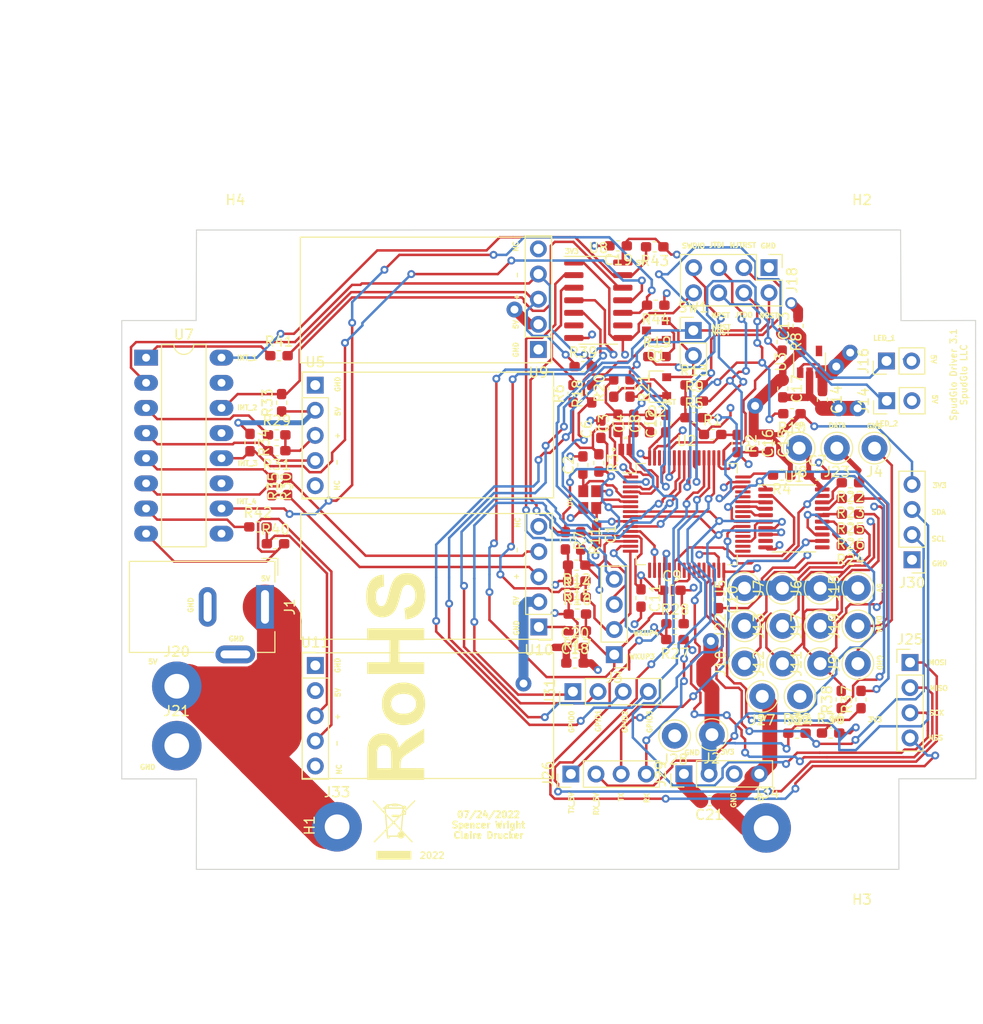
<source format=kicad_pcb>
(kicad_pcb (version 20211014) (generator pcbnew)
  (layers (0 "F.Cu" signal) (1 "In1.Cu" power "GND.Cu") (2 "In2.Cu" power "PWR.Cu") (31 "B.Cu" signal) (34 "B.Paste" user) (35 "F.Paste" user) (36 "B.SilkS" user "B.Silkscreen") (37 "F.SilkS" user "F.Silkscreen") (38 "B.Mask" user) (39 "F.Mask" user) (44 "Edge.Cuts" user))
  (net 0 "")
  (net 1 "GND1")
  (net 2 "Net-(C3-Pad1)")
  (net 3 "Net-(C4-Pad1)")
  (net 4 "+3V3")
  (net 5 "+5V")
  (net 6 "Net-(Q1-Pad3)")
  (net 7 "Net-(Q2-Pad3)")
  (net 8 "Net-(R4-Pad2)")
  (net 9 "Net-(J14-Pad1)")
  (net 10 "Net-(J16-Pad1)")
  (net 11 "Net-(R22-Pad2)")
  (net 12 "Net-(R23-Pad2)")
  (net 13 "Net-(R24-Pad2)")
  (net 14 "Net-(R25-Pad2)")
  (net 15 "Net-(R26-Pad2)")
  (net 16 "/Sheet62D1858B/OSC48_LO")
  (net 17 "/Sheet62D1858B/OSC48_HI")
  (net 18 "/Sheet62D1858B/NRST")
  (net 19 "/Sheet62D1858B/TIM1_CH1_SHIFT")
  (net 20 "/Sheet62D1858B/TIM1_CH2_SHIFT")
  (net 21 "/Sheet62D1858B/NJTRST")
  (net 22 "/Sheet62D1858B/JTDO")
  (net 23 "/Sheet62D1858B/JTDI")
  (net 24 "/Sheet62D1858B/SWCLK")
  (net 25 "/Sheet62D1858B/SWDIO")
  (net 26 "/Sheet62D1858B/TIM1_CH3_SHIFT")
  (net 27 "/Sheet62D1858B/TIM15_CH1_SHIFT")
  (net 28 "/Sheet62D1858B/TIM16_CH1_SHIFT")
  (net 29 "/Sheet62D1858B/LED_OUT_1")
  (net 30 "/Sheet62D1858B/LED_OUT_2")
  (net 31 "/Sheet62D1858B/BOOT0")
  (net 32 "/OUT_2_P")
  (net 33 "Net-(R29-Pad1)")
  (net 34 "Net-(R30-Pad1)")
  (net 35 "/OUT_3_P")
  (net 36 "/OUT_2_N")
  (net 37 "/INT_1")
  (net 38 "/INT_2")
  (net 39 "/OUT_3_N")
  (net 40 "/Sheet62D1858B/TIM16_CH1")
  (net 41 "/Sheet62D1858B/TIM15_CH1")
  (net 42 "/Sheet62D1858B/TIM1_CH1")
  (net 43 "/Sheet62D1858B/TIM1_CH2")
  (net 44 "/Sheet62D1858B/TIM1_CH3")
  (net 45 "/Sheet62D1858B/LVL_EN")
  (net 46 "/Sheet62D1858B/SPI3_NSS")
  (net 47 "/Sheet62D1858B/SPI3_SCK")
  (net 48 "/Sheet62D1858B/SPI3_MISO")
  (net 49 "/Sheet62D1858B/SPI3_MOSI")
  (net 50 "/Sheet62D1858B/LPUART1_RX")
  (net 51 "/Sheet62D1858B/LPUART1_TX")
  (net 52 "/Sheet62D1858B/LPUART1_RX_SHIFTED")
  (net 53 "/Sheet62D1858B/LPUART1_TX_SHIFTED")
  (net 54 "/Sheet62D1858B/I2C2_SCL")
  (net 55 "/Sheet62D1858B/I2C2_SDA")
  (net 56 "Net-(R27-Pad2)")
  (net 57 "/Sheet62D1858B/GPIO0")
  (net 58 "/Sheet62D1858B/GPIO1")
  (net 59 "/Sheet62D1858B/GPIO2")
  (net 60 "/Sheet62D1858B/GPIO3")
  (net 61 "/Sheet62D1858B/LVL_DIR")
  (net 62 "/INT_3")
  (net 63 "/OUT_1_P")
  (net 64 "/OUT_1_N")
  (net 65 "/OUT_4_N")
  (net 66 "/OUT_4_P")
  (net 67 "Net-(R41-Pad1)")
  (net 68 "Net-(R42-Pad1)")
  (net 69 "/INT_4")
  (net 70 "Net-(J1-Pad1)")
  (net 71 "WKUP3")
  (net 72 "WKUP4")
  (net 73 "WKUP1")
  (net 74 "WKUP2")
  (footprint "Connector_Pin:Pin_D1.3mm_L11.0mm" (layer "F.Cu") (at 184.776004 107.118478 -90)
    (fp_text reference "J5")
    (fp_text value "Conn_01x01_Male")
  )
  (footprint "Connector_Pin:Pin_D1.3mm_L11.0mm" (layer "F.Cu") (at 188.619003 107.132478 -90)
    (fp_text reference "J7")
    (fp_text value "Conn_01x01_Male")
  )
  (footprint "Connector_Pin:Pin_D1.3mm_L11.0mm" (layer "F.Cu") (at 190.303654 92.975238)
    (fp_text reference "J8")
    (fp_text value "Conn_01x01_Male")
  )
  (footprint "Connector_Pin:Pin_D1.3mm_L11.0mm" (layer "F.Cu") (at 196.239003 114.752479 -90)
    (fp_text reference "J9")
    (fp_text value "Conn_01x01_Male")
  )
  (footprint "Resistor_SMD:R_0603_1608Metric_Pad1.05x0.95mm_HandSolder" (layer "F.Cu") (at 138.003 88.396 90)
    (fp_text reference "R33")
    (fp_text value "10k")
  )
  (footprint "Resistor_SMD:R_0603_1608Metric_Pad1.05x0.95mm_HandSolder" (layer "F.Cu") (at 134.81 92.415 -90)
    (fp_text reference "R34")
    (fp_text value "10k")
  )
  (footprint "Resistor_SMD:R_0603_1608Metric_Pad1.05x0.95mm_HandSolder" (layer "F.Cu") (at 138.61 96.84 90)
    (fp_text reference "R35")
    (fp_text value "10k")
  )
  (footprint "Package_DIP:DIP-16_W7.62mm_LongPads" (layer "F.Cu") (at 124.31 83.84)
    (fp_text reference "U7")
    (fp_text value "PS2501-4")
  )
  (footprint "Package_SO:SOIC-14_3.9x8.7mm_P1.27mm" (layer "F.Cu") (at 170.01 78.04)
    (fp_text reference "U8")
    (fp_text value "TXB0104D")
  )
  (footprint "Resistor_SMD:R_0603_1608Metric_Pad1.05x0.95mm_HandSolder" (layer "F.Cu") (at 189.575001 89.5 180)
    (fp_text reference "R10")
    (fp_text value "10k")
  )
  (footprint "Resistor_SMD:R_0603_1608Metric_Pad1.05x0.95mm_HandSolder" (layer "F.Cu") (at 167.456 87.486001 90)
    (fp_text reference "R6")
    (fp_text value "DNI")
  )
  (footprint "Resistor_SMD:R_0603_1608Metric_Pad1.05x0.95mm_HandSolder" (layer "F.Cu") (at 166.677101 102.3381 -90)
    (fp_text reference "R7")
    (fp_text value "DNI")
  )
  (footprint "Resistor_SMD:R_0603_1608Metric_Pad1.05x0.95mm_HandSolder" (layer "F.Cu") (at 179.6829 89.90264)
    (fp_text reference "R5")
    (fp_text value "10k")
  )
  (footprint "Resistor_SMD:R_0603_1608Metric_Pad1.05x0.95mm_HandSolder" (layer "F.Cu") (at 167.8782 111.4335 180)
    (fp_text reference "R17")
    (fp_text value "DNI")
  )
  (footprint "Resistor_SMD:R_0603_1608Metric_Pad1.05x0.95mm_HandSolder" (layer "F.Cu") (at 169.3441 87.4892 90)
    (fp_text reference "R18")
    (fp_text value "100k")
  )
  (footprint "Connector_PinHeader_2.54mm:PinHeader_2x04_P2.54mm_Vertical" (layer "F.Cu") (at 187.258 74.743 -90)
    (fp_text reference "J18")
    (fp_text value "Conn_01x08_Male")
  )
  (footprint "Connector_Pin:Pin_D1.3mm_L11.0mm" (layer "F.Cu") (at 184.776003 114.738479 -90)
    (fp_text reference "J10")
    (fp_text value "Conn_01x01_Male")
  )
  (footprint "Connector_Pin:Pin_D1.3mm_L11.0mm" (layer "F.Cu") (at 192.429003 114.75248 -90)
    (fp_text reference "J11")
    (fp_text value "Conn_01x01_Male")
  )
  (footprint "Connector_Pin:Pin_D1.3mm_L11.0mm" (layer "F.Cu") (at 188.619004 114.752479 -90)
    (fp_text reference "J12")
    (fp_text value "Conn_01x01_Male")
  )
  (footprint "Connector_Pin:Pin_D1.3mm_L11.0mm" (layer "F.Cu") (at 196.239003 107.132478 -90)
    (fp_text reference "J15")
    (fp_text value "Conn_01x01_Male")
  )
  (footprint "Resistor_SMD:R_0603_1608Metric_Pad1.05x0.95mm_HandSolder" (layer "F.Cu") (at 195.488 96.476 180)
    (fp_text reference "R22")
    (fp_text value "0")
  )
  (footprint "Resistor_SMD:R_0603_1608Metric_Pad1.05x0.95mm_HandSolder" (layer "F.Cu") (at 195.489 98.073 180)
    (fp_text reference "R23")
    (fp_text value "0")
  )
  (footprint "Package_QFP:LQFP-64_10x10mm_P0.5mm" (layer "F.Cu") (at 178.94 99.644999)
    (fp_text reference "U2")
    (fp_text value "STM32L431RCTx")
  )
  (footprint "Resistor_SMD:R_0603_1608Metric_Pad1.05x0.95mm_HandSolder" (layer "F.Cu") (at 173.20834 86.90416 -90)
    (fp_text reference "R21")
    (fp_text value "1k")
  )
  (footprint "Connector_PinHeader_2.54mm:PinHeader_1x02_P2.54mm_Vertical" (layer "F.Cu") (at 179.61078 81.0897)
    (fp_text reference "SW1")
    (fp_text value "SW_DIP_x01")
  )
  (footprint "Resistor_SMD:R_0603_1608Metric_Pad1.05x0.95mm_HandSolder" (layer "F.Cu") (at 181.56 91.6)
    (fp_text reference "R1")
    (fp_text value "DNI")
  )
  (footprint "Package_TO_SOT_SMD:SOT-23" (layer "F.Cu") (at 175.91834 86.76416 180)
    (fp_text reference "Q2")
    (fp_text value "BSS138")
  )
  (footprint "Resistor_SMD:R_0603_1608Metric_Pad1.05x0.95mm_HandSolder" (layer "F.Cu") (at 167.8214 104.8006 180)
    (fp_text reference "R12")
    (fp_text value "DNI")
  )
  (footprint "Resistor_SMD:R_0603_1608Metric_Pad1.05x0.95mm_HandSolder" (layer "F.Cu") (at 179.6979 86.59264)
    (fp_text reference "R13")
    (fp_text value "10k")
  )
  (footprint "Resistor_SMD:R_0603_1608Metric_Pad1.05x0.95mm_HandSolder" (layer "F.Cu") (at 168.2265 102.3495 -90)
    (fp_text reference "R11")
    (fp_text value "DNI")
  )
  (footprint "Resistor_SMD:R_0603_1608Metric_Pad1.05x0.95mm_HandSolder" (layer "F.Cu") (at 137.51 93.24 180)
    (fp_text reference "R31")
    (fp_text value "10k")
  )
  (footprint "Resistor_SMD:R_0603_1608Metric_Pad1.05x0.95mm_HandSolder" (layer "F.Cu") (at 188.541 95.707 180)
    (fp_text reference "R4")
    (fp_text value "0")
  )
  (footprint "Resistor_SMD:R_0603_1608Metric_Pad1.05x0.95mm_HandSolder" (layer "F.Cu") (at 170.06546 94.47426 -90)
    (fp_text reference "R3")
    (fp_text value "10k")
  )
  (footprint "Resistor_SMD:R_0603_1608Metric_Pad1.05x0.95mm_HandSolder" (layer "F.Cu") (at 184.04 92.515 -90)
    (fp_text reference "R2")
    (fp_text value "10k")
  )
  (footprint "Resistor_SMD:R_0603_1608Metric_Pad1.05x0.95mm_HandSolder" (layer "F.Cu") (at 137.01 96.865 -90)
    (fp_text reference "R30")
    (fp_text value "1k")
  )
  (footprint "MountingHole:MountingHole_2.5mm_Pad" (layer "F.Cu") (at 127.41 123.04)
    (fp_text reference "J21")
    (fp_text value "Conn_01x01_Male")
  )
  (footprint "Capacitor_SMD:C_0603_1608Metric_Pad1.05x0.95mm_HandSolder" (layer "F.Cu") (at 169.84 101.665 -90)
    (fp_text reference "C1")
    (fp_text value "6p")
  )
  (footprint "Capacitor_SMD:C_0603_1608Metric_Pad1.05x0.95mm_HandSolder" (layer "F.Cu") (at 168.45 94.69 90)
    (fp_text reference "C2")
    (fp_text value "6p")
  )
  (footprint "Capacitor_SMD:C_0603_1608Metric_Pad1.05x0.95mm_HandSolder" (layer "F.Cu") (at 185.715 92.47 -90)
    (fp_text reference "C16")
    (fp_text value "1")
  )
  (footprint "Connector_Pin:Pin_D1.3mm_L11.0mm" (layer "F.Cu") (at 194.113655 92.975238)
    (fp_text reference "J23")
    (fp_text value "Conn_01x01_Male")
  )
  (footprint "Capacitor_SMD:C_0603_1608Metric_Pad1.05x0.95mm_HandSolder" (layer "F.Cu") (at 167.650001 113.111)
    (fp_text reference "C20")
    (fp_text value "1u")
  )
  (footprint "Package_SO:TSSOP-20_4.4x6.5mm_P0.65mm" (layer "F.Cu") (at 189.777 100.082001)
    (fp_text reference "U1")
    (fp_text value "SN74HCT245PW")
  )
  (footprint "ECS-:XTAL_ECS-.327-9-1210-TR" (layer "F.Cu") (at 172.74 93.11)
    (fp_text reference "U6")
    (fp_text value "ECS-.327-9-1210-TR")
  )
  (footprint "XTAL_ECS-480-8-36-RWN-TR" (layer "F.Cu") (at 169.14 98.18 90)
    (fp_text reference "U4")
    (fp_text value "ECS-480-8-36-RWN-TR")
  )
  (footprint "Connector_PinHeader_2.54mm:PinHeader_1x02_P2.54mm_Vertical" (layer "F.Cu") (at 199.16 88.189 90)
    (fp_text reference "J14")
    (fp_text value "Conn_01x02_Male")
  )
  (footprint "Connector_PinHeader_2.54mm:PinHeader_1x02_P2.54mm_Vertical" (layer "F.Cu") (at 199.128 84.176 90)
    (fp_text reference "J16")
    (fp_text value "Conn_01x02_Male")
  )
  (footprint "Connector_Pin:Pin_D1.3mm_L11.0mm" (layer "F.Cu") (at 192.429003 107.132478 -90)
    (fp_text reference "J6")
    (fp_text value "Conn_01x01_Male")
  )
  (footprint "Resistor_SMD:R_0603_1608Metric_Pad1.05x0.95mm_HandSolder" (layer "F.Cu") (at 196.558 118.383 90)
    (fp_text reference "R37")
    (fp_text value "10k")
  )
  (footprint "Resistor_SMD:R_0603_1608Metric_Pad1.05x0.95mm_HandSolder" (layer "F.Cu") (at 194.555 118.378 90)
    (fp_text reference "R38")
    (fp_text value "10k")
  )
  (footprint "Capacitor_SMD:C_0603_1608Metric_Pad1.05x0.95mm_HandSolder" (layer "F.Cu") (at 167.653 114.692)
    (fp_text reference "C18")
    (fp_text value "1u")
  )
  (footprint "Resistor_SMD:R_0603_1608Metric_Pad1.05x0.95mm_HandSolder" (layer "F.Cu") (at 167.8932 109.7435)
    (fp_text reference "R16")
    (fp_text value "DNI")
  )
  (footprint "Resistor_SMD:R_0603_1608Metric_Pad1.05x0.95mm_HandSolder" (layer "F.Cu") (at 167.8582 108.0335)
    (fp_text reference "R14")
    (fp_text value "DNI")
  )
  (footprint "Connector_Pin:Pin_D1.3mm_L11.0mm" (layer "F.Cu") (at 197.923654 92.975238)
    (fp_text reference "J4")
    (fp_text value "Conn_01x01_Male")
  )
  (footprint "Capacitor_SMD:C_0603_1608Metric_Pad1.05x0.95mm_HandSolder" (layer "F.Cu") (at 172.01 72.54 180)
    (fp_text reference "C19")
    (fp_text value "1u")
  )
  (footprint "Resistor_SMD:R_0603_1608Metric_Pad1.05x0.95mm_HandSolder" (layer "F.Cu") (at 175.9354 83.7313)
    (fp_text reference "R19")
    (fp_text value "1k")
  )
  (footprint "Resistor_SMD:R_0603_1608Metric_Pad1.05x0.95mm_HandSolder" (layer "F.Cu") (at 195.491 99.651 180)
    (fp_text reference "R25")
    (fp_text value "0")
  )
  (footprint "Resistor_SMD:R_0603_1608Metric_Pad1.05x0.95mm_HandSolder" (layer "F.Cu") (at 195.495 101.228 180)
    (fp_text reference "R26")
    (fp_text value "0")
  )
  (footprint "Package_TO_SOT_SMD:SOT-23-5" (layer "F.Cu") (at 191.36 84.26 90)
    (fp_text reference "U3")
    (fp_text value "LP5907MFX-3.3")
  )
  (footprint "Resistor_SMD:R_0603_1608Metric_Pad1.05x0.95mm_HandSolder" (layer "F.Cu") (at 167.8341 106.4008 180)
    (fp_text reference "R15")
    (fp_text value "DNI")
  )
  (footprint "Resistor_SMD:R_0603_1608Metric_Pad1.05x0.95mm_HandSolder" (layer "F.Cu") (at 179.7079 88.222639)
    (fp_text reference "R9")
    (fp_text value "10k")
  )
  (footprint "Capacitor_SMD:C_0603_1608Metric_Pad1.05x0.95mm_HandSolder" (layer "F.Cu") (at 177.435 107.34)
    (fp_text reference "C9")
    (fp_text value "0.1u")
  )
  (footprint "Resistor_SMD:R_0603_1608Metric_Pad1.05x0.95mm_HandSolder" (layer "F.Cu") (at 188.59 82.250001 -90)
    (fp_text reference "R8")
    (fp_text value "10k")
  )
  (footprint "Resistor_SMD:R_0603_1608Metric_Pad1.05x0.95mm_HandSolder" (layer "F.Cu") (at 195.493 102.833 180)
    (fp_text reference "R24")
    (fp_text value "0")
  )
  (footprint "Resistor_SMD:R_0603_1608Metric_Pad1.05x0.95mm_HandSolder" (layer "F.Cu") (at 137.51 91.64)
    (fp_text reference "R29")
    (fp_text value "1k")
  )
  (footprint "Resistor_SMD:R_0603_1608Metric_Pad1.05x0.95mm_HandSolder" (layer "F.Cu") (at 171.56834 86.914161 90)
    (fp_text reference "R20")
    (fp_text value "100k")
  )
  (footprint "Capacitor_SMD:C_0603_1608Metric_Pad1.05x0.95mm_HandSolder" (layer "F.Cu") (at 175.19 90.495 90)
    (fp_text reference "C8")
    (fp_text value "0.1u")
  )
  (footprint "Connector_Pin:Pin_D1.3mm_L11.0mm" (layer "F.Cu") (at 192.429003 110.942479 -90)
    (fp_text reference "J17")
    (fp_text value "Conn_01x01_Male")
  )
  (footprint "Connector_Pin:Pin_D1.3mm_L11.0mm" (layer "F.Cu") (at 196.239003 110.942478 -90)
    (fp_text reference "J19")
    (fp_text value "Conn_01x01_Male")
  )
  (footprint "Capacitor_SMD:C_0603_1608Metric_Pad1.05x0.95mm_HandSolder" (layer "F.Cu") (at 170.26612 91.06936 90)
    (fp_text reference "C6")
    (fp_text value "0.1u")
  )
  (footprint "Capacitor_SMD:C_0603_1608Metric_Pad1.05x0.95mm_HandSolder" (layer "F.Cu") (at 192.147 95.699)
    (fp_text reference "C7")
    (fp_text value "0.1u")
  )
  (footprint "Connector_Pin:Pin_D1.3mm_L11.0mm" (layer "F.Cu") (at 184.776004 110.928478 -90)
    (fp_text reference "J22")
    (fp_text value "Conn_01x01_Male")
  )
  (footprint "Capacitor_SMD:C_0603_1608Metric_Pad1.05x0.95mm_HandSolder" (layer "F.Cu") (at 173.59 90.485001 90)
    (fp_text reference "C4")
    (fp_text value "8p")
  )
  (footprint "Connector_PinHeader_2.54mm:PinHeader_1x04_P2.54mm_Vertical" (layer "F.Cu") (at 171.61928 113.847704 180)
    (fp_text reference "J3")
    (fp_text value "Conn_01x04_Male")
  )
  (footprint "Capacitor_SMD:C_0603_1608Metric_Pad1.05x0.95mm_HandSolder" (layer "F.Cu") (at 172 90.475 90)
    (fp_text reference "C3")
    (fp_text value "8p")
  )
  (footprint "Capacitor_SMD:C_0603_1608Metric_Pad1.05x0.95mm_HandSolder" (layer "F.Cu") (at 188.65 86.97 -90)
    (fp_text reference "C17")
    (fp_text value "1u")
  )
  (footprint "Capacitor_SMD:C_0603_1608Metric_Pad1.05x0.95mm_HandSolder" (layer "F.Cu") (at 182.153 108.268 -90)
    (fp_text reference "C10")
    (fp_text value "0.1u")
  )
  (footprint "Connector_Pin:Pin_D1.3mm_L11.0mm" (layer "F.Cu") (at 188.619004 110.942478 -90)
    (fp_text reference "J13")
    (fp_text value "Conn_01x01_Male")
  )
  (footprint "MountingHole:MountingHole_2.5mm_Pad" (layer "F.Cu") (at 127.41 117.04)
    (fp_text reference "J20")
    (fp_text value "Conn_01x01_Male")
  )
  (footprint "Capacitor_SMD:C_0603_1608Metric_Pad1.05x0.95mm_HandSolder" (layer "F.Cu") (at 192.66 88.085 -90)
    (fp_text reference "C14")
    (fp_text value "1u")
  )
  (footprint "Capacitor_SMD:C_0603_1608Metric_Pad1.05x0.95mm_HandSolder" (layer "F.Cu") (at 174.32 108.125 -90)
    (fp_text reference "C11")
    (fp_text value "0.1u")
  )
  (footprint "Capacitor_SMD:C_0603_1608Metric_Pad1.05x0.95mm_HandSolder" (layer "F.Cu") (at 176.82 90.5 90)
    (fp_text reference "C12")
    (fp_text value "0.1u")
  )
  (footprint "Capacitor_SMD:C_0603_1608Metric_Pad1.05x0.95mm_HandSolder" (layer "F.Cu") (at 190.2 80.625 90)
    (fp_text reference "C13")
    (fp_text value "4.7u")
  )
  (footprint "Capacitor_SMD:C_0603_1608Metric_Pad1.05x0.95mm_HandSolder" (layer "F.Cu") (at 187.303 92.489 -90)
    (fp_text reference "C15")
    (fp_text value "0.01u")
  )
  (footprint "Package_TO_SOT_SMD:SOT-23" (layer "F.Cu") (at 175.87374 81.09566 180)
    (fp_text reference "Q1")
    (fp_text value "BSS138")
  )
  (footprint "Capacitor_SMD:C_0603_1608Metric_Pad1.05x0.95mm_HandSolder" (layer "F.Cu") (at 181.246 128.598 180)
    (fp_text reference "C21")
    (fp_text value "10u")
  )
  (footprint "Connector_BarrelJack:BarrelJack_Wuerth_6941xx301002" (layer "F.Cu") (at 136.325 109.02 -90)
    (fp_text reference "J1")
    (fp_text value "Barrel_Jack_Switch")
  )
  (footprint "Connector_Pin:Pin_D1.3mm_L11.0mm" (layer "F.Cu") (at 181.491 121.927)
    (fp_text reference "J2")
    (fp_text value "Conn_01x01_Male")
  )
  (footprint "Connector_Pin:Pin_D1.3mm_L11.0mm" (layer "F.Cu") (at 190.388 118.0594)
    (fp_text reference "J24")
    (fp_text value "Conn_01x01_Male")
  )
  (footprint "Connector_PinHeader_2.54mm:PinHeader_1x04_P2.54mm_Vertical" (layer "F.Cu") (at 201.51 114.64)
    (fp_text reference "J25")
    (fp_text value "Conn_01x04_Male")
  )
  (footprint "Connector_PinHeader_2.54mm:PinHeader_1x04_P2.54mm_Vertical" (layer "F.Cu") (at 167.236 125.909 90)
    (fp_text reference "J26")
    (fp_text value "Conn_01x04_Male")
  )
  (footprint "Connector_Pin:Pin_D1.3mm_L11.0mm" (layer "F.Cu") (at 186.577999 118.0594)
    (fp_text reference "J27")
    (fp_text value "Conn_01x01_Male")
  )
  (footprint "Connector_Pin:Pin_D1.3mm_L11.0mm" (layer "F.Cu") (at 177.728 122.04)
    (fp_text reference "J28")
    (fp_text value "Conn_01x01_Male")
  )
  (footprint "Connector_PinHeader_2.54mm:PinHeader_1x04_P2.54mm_Vertical" (layer "F.Cu") (at 178.66 125.891 90)
    (fp_text reference "J29")
    (fp_text value "Conn_01x04_Male")
  )
  (footprint "Connector_PinHeader_2.54mm:PinHeader_1x04_P2.54mm_Vertical" (layer "F.Cu") (at 201.71 104.26 180)
    (fp_text reference "J30")
    (fp_text value "Conn_01x04_Male")
  )
  (footprint "Resistor_SMD:R_0603_1608Metric_Pad1.05x0.95mm_HandSolder" (layer "F.Cu") (at 177.7515 112.319 180)
    (fp_text reference "R27")
    (fp_text value "100k")
  )
  (footprint "Resistor_SMD:R_0603_1608Metric_Pad1.05x0.95mm_HandSolder" (layer "F.Cu") (at 177.7629 110.7188)
    (fp_text reference "R28")
    (fp_text value "100k")
  )
  (footprint "Resistor_SMD:R_0603_1608Metric_Pad1.05x0.95mm_HandSolder" (layer "F.Cu") (at 190.0832 121.7805)
    (fp_text reference "R32")
    (fp_text value "10k")
  )
  (footprint "Resistor_SMD:R_0603_1608Metric_Pad1.05x0.95mm_HandSolder" (layer "F.Cu") (at 193.4868 121.7678)
    (fp_text reference "R36")
    (fp_text value "10k")
  )
  (footprint "Connector_PinHeader_2.54mm:PinHeader_1x04_P2.54mm_Vertical" (layer "F.Cu") (at 167.441 117.584 90)
    (fp_text reference "J31")
    (fp_text value "Conn_01x04_Male")
  )
  (footprint "Resistor_SMD:R_0603_1608Metric_Pad1.05x0.95mm_HandSolder" (layer "F.Cu") (at 168.485 84.74)
    (fp_text reference "R39")
    (fp_text value "10k")
  )
  (footprint "Resistor_SMD:R_0603_1608Metric_Pad1.05x0.95mm_HandSolder" (layer "F.Cu") (at 137.385 102.64)
    (fp_text reference "R40")
    (fp_text value "10k")
  )
  (footprint "Resistor_SMD:R_0603_1608Metric_Pad1.05x0.95mm_HandSolder" (layer "F.Cu") (at 137.735 83.64)
    (fp_text reference "R41")
    (fp_text value "1k")
  )
  (footprint "Resistor_SMD:R_0603_1608Metric_Pad1.05x0.95mm_HandSolder" (layer "F.Cu") (at 135.61 100.94)
    (fp_text reference "R42")
    (fp_text value "1k")
  )
  (footprint "Resistor_SMD:R_0603_1608Metric_Pad1.05x0.95mm_HandSolder" (layer "F.Cu") (at 175.71 72.64 180)
    (fp_text reference "R43")
    (fp_text value "10k")
  )
  (footprint "Resistor_SMD:R_0603_1608Metric_Pad1.05x0.95mm_HandSolder" (layer "F.Cu") (at 175.81 78.54 180)
    (fp_text reference "R44")
    (fp_text value "10k")
  )
  (footprint "Connector_PinHeader_2.54mm:PinHeader_1x05_P2.54mm_Vertical" (layer "F.Cu") (at 141.41 114.94)
    (fp_text reference "U11")
    (fp_text value "receiver_433MHz")
  )
  (footprint "MountingHole:MountingHole_6.5mm" (layer "F.Cu") (at 196.65464 75.40324)
    (fp_text reference "H2")
    (fp_text value "MountingHole")
  )
  (footprint "MountingHole:MountingHole_6.5mm" (layer "F.Cu") (at 196.65464 131.08944 180)
    (fp_text reference "H3")
    (fp_text value "MountingHole")
  )
  (footprint "MountingHole:MountingHole_6.5mm" (layer "F.Cu") (at 133.33414 75.40324)
    (fp_text reference "H4")
    (fp_text value "MountingHole")
  )
  (footprint "MountingHole:MountingHole_6.5mm" (layer "F.Cu") (at 133.33414 131.09944 -90)
    (fp_text reference "H1")
    (fp_text value "MountingHole")
  )
  (footprint "Connector_PinHeader_2.54mm:PinHeader_1x05_P2.54mm_Vertical" (layer "F.Cu") (at 163.953092 83.010883 180)
    (fp_text reference "U9")
    (fp_text value "receiver_433MHz")
  )
  (footprint "Connector_PinHeader_2.54mm:PinHeader_1x05_P2.54mm_Vertical" (layer "F.Cu") (at 141.401412 86.616537)
    (fp_text reference "U5")
    (fp_text value "receiver_433MHz")
  )
  (footprint "Connector_PinHeader_2.54mm:PinHeader_1x05_P2.54mm_Vertical" (layer "F.Cu") (at 163.999718 111.051 180)
    (fp_text reference "U10")
    (fp_text value "receiver_433MHz")
  )
  (footprint "MountingHole:MountingHole_2.5mm_Pad" (layer "F.Cu") (at 143.61 131.24)
    (fp_text reference "J33")
    (fp_text value "Conn_01x01_Male")
  )
  (footprint "MountingHole:MountingHole_2.5mm_Pad" (layer "F.Cu") (at 186.974 131.358)
    (fp_text reference "J34")
    (fp_text value "Conn_01x01_Male")
  )
  (footprint "Symbol:WEEE-Logo_4.2x6mm_SilkScreen" (layer "F.Cu") (at 149.362 131.528)
    (fp_text reference "REF**" hide)
    (fp_text value "WEEE-Logo_4.2x6mm_SilkScreen" hide)
  )
  (footprint "Symbol:RoHS-Logo_6mm_SilkScreen" (layer "F.Cu") (at 149.531 116.047 90)
    (fp_text reference "REF**" hide)
    (fp_text value "RoHS-Logo_6mm_SilkScreen" hide)
  )
  (gr_line (start 165.291706 84.362019) (end 139.891708 84.362021) (layer "F.SilkS") (width 0.12))
  (gr_line (start 139.891708 84.362021) (end 139.891708 71.662022) (layer "F.SilkS") (width 0.12))
  (gr_line (start 139.891708 71.662022) (end 165.29171 71.662022) (layer "F.SilkS") (width 0.12))
  (gr_line (start 165.29171 71.662022) (end 165.291706 84.362019) (layer "F.SilkS") (width 0.12))
  (gr_line (start 165.490476 113.65983) (end 165.490473 126.359828) (layer "F.SilkS") (width 0.12))
  (gr_line (start 140.090474 113.65983) (end 165.490476 113.65983) (layer "F.SilkS") (width 0.12))
  (gr_line (start 140.090474 126.359829) (end 140.090474 113.65983) (layer "F.SilkS") (width 0.12))
  (gr_line (start 165.490473 126.359828) (end 140.090474 126.359829) (layer "F.SilkS") (width 0.12))
  (gr_line (start 140.088796 85.3054) (end 165.488795 85.305399) (layer "F.SilkS") (width 0.12))
  (gr_line (start 165.488794 98.005399) (end 140.088793 98.0054) (layer "F.SilkS") (width 0.12))
  (gr_line (start 140.088793 98.0054) (end 140.088796 85.3054) (layer "F.SilkS") (width 0.12))
  (gr_line (start 165.488795 85.305399) (end 165.488794 98.005399) (layer "F.SilkS") (width 0.12))
  (gr_line (start 165.335415 99.58871) (end 165.335414 112.28871) (layer "F.SilkS") (width 0.12))
  (gr_line (start 139.935415 99.588712) (end 165.335415 99.58871) (layer "F.SilkS") (width 0.12))
  (gr_line (start 165.335414 112.28871) (end 139.935416 112.288713) (layer "F.SilkS") (width 0.12))
  (gr_line (start 139.935415 99.588712) (end 139.935413 112.288714) (layer "F.SilkS") (width 0.12))
  (gr_line (start 200.6 80.1) (end 208.1351 80.08078) (layer "Edge.Cuts") (width 0.1))
  (gr_line (start 200.5552 70.9378) (end 200.6 80.1) (layer "Edge.Cuts") (width 0.1))
  (gr_line (start 129.3654 80.0862) (end 129.4 70.94) (layer "Edge.Cuts") (width 0.1))
  (gr_line (start 200.3831 126.39) (end 208.163 126.39) (layer "Edge.Cuts") (width 0.1))
  (gr_line (start 200.3831 126.39) (end 200.3831 135.54) (layer "Edge.Cuts") (width 0.1))
  (gr_line (start 121.85 126.39922) (end 129.4 126.4) (layer "Edge.Cuts") (width 0.1))
  (gr_line (start 129.3857 135.54) (end 129.4 126.4) (layer "Edge.Cuts") (width 0.1))
  (gr_line (start 121.85 126.39922) (end 121.85 80.09) (layer "Edge.Cuts") (width 0.1))
  (gr_line (start 200.3831 135.54) (end 129.3857 135.54) (layer "Edge.Cuts") (width 0.1))
  (gr_line (start 208.1351 80.08078) (end 208.163 126.39) (layer "Edge.Cuts") (width 0.1))
  (gr_line (start 121.85 80.09) (end 129.3654 80.0862) (layer "Edge.Cuts") (width 0.1))
  (gr_line (start 129.4 70.94) (end 200.5552 70.9378) (layer "Edge.Cuts") (width 0.1))
  (gr_text "5V" (at 197.119 77.648) (layer "F.SilkS") (effects (font (size 0.5 0.5) (thickness 0.125))))
  (gr_text "5V" (at 190.293 90.719) (layer "F.SilkS") (effects (font (size 0.5 0.5) (thickness 0.125))))
  (gr_text "GND" (at 197.924 90.758) (layer "F.SilkS") (effects (font (size 0.5 0.5) (thickness 0.125))))
  (gr_text "SCK" (at 204.21 119.735) (layer "F.SilkS") (effects (font (size 0.5 0.5) (thickness 0.125))))
  (gr_text "MISO" (at 204.41 117.24) (layer "F.SilkS") (effects (font (size 0.5 0.5) (thickness 0.125))))
  (gr_text "MOSI" (at 204.31 114.64) (layer "F.SilkS") (effects (font (size 0.5 0.5) (thickness 0.125))))
  (gr_text "WKUP3" (at 174.429 114.049) (layer "F.SilkS") (effects (font (size 0.5 0.5) (thickness 0.125))))
  (gr_text "GND" (at 198.434 114.647001 270) (layer "F.SilkS") (effects (font (size 0.5 0.5) (thickness 0.125))))
  (gr_text "5V" (at 198.417 107.096 270) (layer "F.SilkS") (effects (font (size 0.5 0.5) (thickness 0.125))))
  (gr_text "DATA" (at 198.374 110.755 270) (layer "F.SilkS") (effects (font (size 0.5 0.5) (thickness 0.125))))
  (gr_text "RST" (at 177.17492 88.33886) (layer "F.SilkS") (effects (font (size 0.5 0.5) (thickness 0.125))))
  (gr_text "DATA" (at 194.159899 90.695906) (layer "F.SilkS") (effects (font (size 0.5 0.5) (thickness 0.125))))
  (gr_text "SpudGlo Driver 3.1\nSpudGlo LLC" (at 206.425 85.568 90) (layer "F.SilkS") (effects (font (size 0.65 0.65) (thickness 0.125))))
  (gr_text "GND" (at 194.113 120.3512) (layer "F.SilkS") (effects (font (size 0.5 0.5) (thickness 0.125))))
  (gr_text "3V3" (at 197.9738 120.4147) (layer "F.SilkS") (effects (font (size 0.5 0.5) (thickness 0.125))))
  (gr_text "GND" (at 190.3792 120.3512) (layer "F.SilkS") (effects (font (size 0.5 0.5) (thickness 0.125))))
  (gr_text "5V" (at 186.5438 120.274999) (layer "F.SilkS") (effects (font (size 0.5 0.5) (thickness 0.125))))
  (gr_text "GPIO1" (at 170.01 120.54 90) (layer "F.SilkS") (effects (font (size 0.5 0.5) (thickness 0.125))))
  (gr_text "GPIO2" (at 172.71 120.64 90) (layer "F.SilkS") (effects (font (size 0.5 0.5) (thickness 0.125))))
  (gr_text "GPIO3" (at 175.21 120.64 90) (layer "F.SilkS") (effects (font (size 0.5 0.5) (thickness 0.125))))
  (gr_text "WKUP4" (at 174.824 111.678) (layer "F.SilkS") (effects (font (size 0.5 0.5) (thickness 0.125))))
  (gr_text "3V3" (at 204.500001 96.75) (layer "F.SilkS") (effects (font (size 0.5 0.5) (thickness 0.125))))
  (gr_text "5V" (at 186.41 128.24 90) (layer "F.SilkS") (effects (font (size 0.5 0.5) (thickness 0.125))))
  (gr_text "5V" (at 203.893 83.987 270) (layer "F.SilkS") (effects (font (size 0.5 0.5) (thickness 0.125))))
  (gr_text "5V" (at 204.019 88.027 270) (layer "F.SilkS") (effects (font (size 0.5 0.5) (thickness 0.125))))
  (gr_text "GND" (at 183.685 128.54 90) (layer "F.SilkS") (effects (font (size 0.5 0.5) (thickness 0.125))))
  (gr_text "NRST" (at 182.376 81.29) (layer "F.SilkS") (effects (font (size 0.5 0.5) (thickness 0.125))))
  (gr_text "GND" (at 187.184 72.544) (layer "F.SilkS") (effects (font (size 0.5 0.5) (thickness 0.125))))
  (gr_text "GND" (at 179.481 123.743) (layer "F.SilkS") (effects (font (size 0.5 0.5) (thickness 0.125))))
  (gr_text "NRST" (at 187.244 79.597) (layer "F.SilkS") (effects (font (size 0.5 0.5) (thickness 0.125))))
  (gr_text "RX" (at 174.91 128.34 90) (layer "F.SilkS") (effects (font (size 0.5 0.5) (thickness 0.125))))
  (gr_text "TX" (at 172.31 128.24 90) (layer "F.SilkS") (effects (font (size 0.5 0.5) (thickness 0.125))))
  (gr_text "RX_5V" (at 169.81 128.94 90) (layer "F.SilkS") (effects (font (size 0.5 0.5) (thickness 0.125))))
  (gr_text "TX_5V" (at 167.292001 128.84 90) (layer "F.SilkS") (effects (font (size 0.5 0.5) (thickness 0.125))))
  (gr_text "NSS" (at 204.11 122.257) (layer "F.SilkS") (effects (font (size 0.5 0.5) (thickness 0.125))))
  (gr_text "5V" (at 161.680787 80.490632 90) (layer "F.SilkS") (effects (font (size 0.5 0.5) (thickness 0.125))))
  (gr_text "NC" (at 161.665107 72.608187 90) (layer "F.SilkS") (effects (font (size 0.5 0.5) (thickness 0.125))))
  (gr_text "+" (at 161.813987 77.71543 270) (layer "F.SilkS") (effects (font (size 0.5 0.5) (thickness 0.125))))
  (gr_text "GND" (at 161.680789 83.043331 90) (layer "F.SilkS") (effects (font (size 0.5 0.5) (thickness 0.125))))
  (gr_text "-" (at 161.868107 75.487187 270) (layer "F.SilkS") (effects (font (size 0.5 0.5) (thickness 0.125))))
  (gr_text "NC" (at 161.86032 100.501504 90) (layer "F.SilkS") (effects (font (size 0.5 0.5) (thickness 0.125))))
  (gr_text "+" (at 161.70792 105.949804 90) (layer "F.SilkS") (effects (font (size 0.5 0.5) (thickness 0.125))))
  (gr_text "-" (at 161.847619 103.270103 270) (layer "F.SilkS") (effects (font (size 0.5 0.5) (thickness 0.125))))
  (gr_text "GND" (at 161.739819 111.150706 90) (layer "F.SilkS") (effects (font (size 0.5 0.5) (thickness 0.125))))
  (gr_text "5V" (at 161.720621 108.400905 90) (layer "F.SilkS") (effects (font (size 0.5 0.5) (thickness 0.125))))
  (gr_text "SDA" (at 204.4 99.45) (layer "F.SilkS") (effects (font (size 0.5 0.5) (thickness 0.125))))
  (gr_text "SCL" (at 204.4 102.15) (layer "F.SilkS") (effects (font (size 0.5 0.5) (thickness 0.125))))
  (gr_text "GND" (at 204.5 104.65) (layer "F.SilkS") (effects (font (size 0.5 0.5) (thickness 0.125))))
  (gr_text "GPIO0" (at 167.31 120.64 90) (layer "F.SilkS") (effects (font (size 0.5 0.5) (thickness 0.125))))
  (gr_text "-" (at 143.572381 122.809897 90) (layer "F.SilkS") (effects (font (size 0.5 0.5) (thickness 0.125))))
  (gr_text "5V" (at 143.699379 117.679095 90) (layer "F.SilkS") (effects (font (size 0.5 0.5) (thickness 0.125))))
  (gr_text "GND" (at 143.680182 114.929294 90) (layer "F.SilkS") (effects (font (size 0.5 0.5) (thickness 0.125))))
  (gr_text "+" (at 143.71208 120.130196 270) (layer "F.SilkS") (effects (font (size 0.5 0.5) (thickness 0.125))))
  (gr_text "NC" (at 143.81 125.44 90) (layer "F.SilkS") (effects (font (size 0.5 0.5) (thickness 0.125))))
  (gr_text "3V3" (at 183.058 123.685) (layer "F.SilkS") (effects (font (size 0.5 0.5) (thickness 0.125))))
  (gr_text "5V" (at 124.992905 114.559379) (layer "F.SilkS") (effects (font (size 0.5 0.5) (thickness 0.125))))
  (gr_text "GND" (at 133.429706 112.242182) (layer "F.SilkS") (effects (font (size 0.5 0.5) (thickness 0.125))))
  (gr_text "INT_1" (at 134.51 83.862) (layer "F.SilkS") (effects (font (size 0.5 0.5) (thickness 0.125))))
  (gr_text "INT_2" (at 134.529 88.882) (layer "F.SilkS") (effects (font (size 0.5 0.5) (thickness 0.125))))
  (gr_text "3V3" (at 167.336368 73.093787) (layer "F.SilkS") (effects (font (size 0.5 0.5) (thickness 0.125))))
  (gr_text "NJTRST" (at 184.623368 72.485787) (layer "F.SilkS") (effects (font (size 0.5 0.5) (thickness 0.125))))
  (gr_text "NRST" (at 182.442 80.775) (layer "F.SilkS") (effects (font (size 0.5 0.5) (thickness 0.125))))
  (gr_text "LED_1" (at 198.905 81.864) (layer "F.SilkS") (effects (font (size 0.5 0.5) (thickness 0.125))))
  (gr_text "LED_2" (at 199.172 90.499) (layer "F.SilkS") (effects (font (size 0.5 0.5) (thickness 0.125))))
  (gr_text "NRST" (at 182.357 79.565) (layer "F.SilkS") (effects (font (size 0.5 0.5) (thickness 0.125))))
  (gr_text "2022" (at 153.216 134.141) (layer "F.SilkS") (effects (font (size 0.65 0.65) (thickness 0.125))))
  (gr_text "GND" (at 128.825182 108.840294 90) (layer "F.SilkS") (effects (font (size 0.5 0.5) (thickness 0.125))))
  (gr_text "GND" (at 124.469706 125.210182) (layer "F.SilkS") (effects (font (size 0.5 0.5) (thickness 0.125))))
  (gr_text "5V" (at 174.268 74.282) (layer "F.SilkS") (effects (font (size 0.5 0.5) (thickness 0.125))))
  (gr_text "JTDO" (at 184.721 79.533) (layer "F.SilkS") (effects (font (size 0.5 0.5) (thickness 0.125))))
  (gr_text "NC" (at 143.61 96.74 90) (layer "F.SilkS") (effects (font (size 0.5 0.5) (thickness 0.125))))
  (gr_text "5V" (at 136.395905 106.165379) (layer "F.SilkS") (effects (font (size 0.5 0.5) (thickness 0.125))))
  (gr_text "07/24/2022\nSpencer Wright\nClaire Drucker" (at 158.905 131.055) (layer "F.SilkS") (effects (font (size 0.65 0.65) (thickness 0.1625))))
  (gr_text "+" (at 143.71208 91.730196 270) (layer "F.SilkS") (effects (font (size 0.5 0.5) (thickness 0.125))))
  (gr_text "-" (at 143.572381 94.409897 90) (layer "F.SilkS") (effects (font (size 0.5 0.5) (thickness 0.125))))
  (gr_text "GND" (at 143.680182 86.529294 90) (layer "F.SilkS") (effects (font (size 0.5 0.5) (thickness 0.125))))
  (gr_text "INT_4" (at 134.471 98.373) (layer "F.SilkS") (effects (font (size 0.5 0.5) (thickness 0.125))))
  (gr_text "INT_3" (at 134.566 94.511) (layer "F.SilkS") (effects (font (size 0.5 0.5) (thickness 0.125))))
  (gr_text "5V" (at 143.699379 89.279095 90) (layer "F.SilkS") (effects (font (size 0.5 0.5) (thickness 0.125))))
  (gr_text "JTDI" (at 181.967 72.462) (layer "F.SilkS") (effects (font (size 0.5 0.5) (thickness 0.125))))
  (gr_text "SWDIO" (at 179.623368 72.537787) (layer "F.SilkS") (effects (font (size 0.5 0.5) (thickness 0.125))))
  (segment (start 187.874 103.207) (end 188.3215 102.759501) (width 0.25) (layer "F.Cu") (net 1))
  (segment (start 180.331091 103.623909) (end 180.216 103.739) (width 0.25) (layer "F.Cu") (net 1))
  (segment (start 182.0568 103.8989) (end 182.0389 103.8989) (width 0.25) (layer "F.Cu") (net 1))
  (segment (start 182.0389 103.8989) (end 181.763909 103.623909) (width 0.25) (layer "F.Cu") (net 1))
  (segment (start 189.868533 105.057467) (end 191.138 103.788) (width 0.25) (layer "F.Cu") (net 1))
  (segment (start 190.694014 106.348986) (end 191.535523 105.507477) (width 0.25) (layer "F.Cu") (net 1))
  (segment (start 197.03901 104.84199) (end 197.86495 104.01605) (width 0.25) (layer "F.Cu") (net 1))
  (segment (start 191.535523 105.507477) (end 194.822592 105.507477) (width 0.25) (layer "F.Cu") (net 1))
  (segment (start 197.594 100.389) (end 197.520999 100.389) (width 0.25) (layer "F.Cu") (net 1))
  (segment (start 194.822592 105.507477) (end 195.488079 104.84199) (width 0.25) (layer "F.Cu") (net 1))
  (segment (start 190.694014 106.348986) (end 190.694014 112.677469) (width 0.25) (layer "F.Cu") (net 1))
  (segment (start 197.86495 104.01605) (end 197.86495 100.65995) (width 0.25) (layer "F.Cu") (net 1))
  (segment (start 195.488079 104.84199) (end 197.03901 104.84199) (width 0.25) (layer "F.Cu") (net 1))
  (segment (start 197.86495 100.65995) (end 197.594 100.389) (width 0.25) (layer "F.Cu") (net 1))
  (segment (start 186.543992 107.755493) (end 186.543992 107.583008) (width 0.25) (layer "F.Cu") (net 1))
  (segment (start 186.420071 110.736409) (end 186.994003 110.162477) (width 0.25) (layer "F.Cu") (net 1))
  (segment (start 185.156483 109.143) (end 186.543992 107.755493) (width 0.25) (layer "F.Cu") (net 1))
  (segment (start 182.153 109.143) (end 185.156483 109.143) (width 0.25) (layer "F.Cu") (net 1))
  (segment (start 186.401005 110.736409) (end 186.420071 110.736409) (width 0.25) (layer "F.Cu") (net 1))
  (segment (start 186.543992 106.166077) (end 186.543992 107.583008) (width 0.25) (layer "F.Cu") (net 1))
  (segment (start 191.36 87.66) (end 192.66 88.96) (width 0.75) (layer "F.Cu") (net 1))
  (segment (start 191.36 85.36) (end 191.36 87.66) (width 0.75) (layer "F.Cu") (net 1))
  (segment (start 181.763909 103.623909) (end 180.331091 103.623909) (width 0.25) (layer "F.Cu") (net 1))
  (segment (start 189.097122 105.057467) (end 189.868533 105.057467) (width 0.25) (layer "F.Cu") (net 1))
  (segment (start 194.555 117.503) (end 194.555 116.878476) (width 0.25) (layer "F.Cu") (net 1))
  (segment (start 194.555 116.878476) (end 192.429003 114.75248) (width 0.25) (layer "F.Cu") (net 1))
  (segment (start 188.65 87.845) (end 191.175 87.845) (width 0.75) (layer "F.Cu") (net 1))
  (segment (start 191.175 87.845) (end 191.36 87.66) (width 0.75) (layer "F.Cu") (net 1))
  (segment (start 186.9145 103.007) (end 187.1145 103.207) (width 0.25) (layer "F.Cu") (net 1))
  (segment (start 187.1145 103.207) (end 187.874 103.207) (width 0.25) (layer "F.Cu") (net 1))
  (segment (start 194.163992 106.166077) (end 194.822592 105.507477) (width 0.25) (layer "F.Cu") (net 1))
  (segment (start 176.039298 92.78) (end 176.902888 92.78) (width 0.25) (layer "F.Cu") (net 1))
  (segment (start 182.19 105.1878) (end 182.16501 105.16281) (width 0.25) (layer "F.Cu") (net 1))
  (segment (start 182.19 105.32) (end 182.19 105.1878) (width 0.25) (layer "F.Cu") (net 1))
  (segment (start 182.16501 104.00711) (end 182.0568 103.8989) (width 0.25) (layer "F.Cu") (net 1))
  (segment (start 175.69 93.129298) (end 176.039298 92.78) (width 0.25) (layer "F.Cu") (net 1))
  (segment (start 172.01 89.609999) (end 172 89.6) (width 0.25) (layer "F.Cu") (net 1))
  (segment (start 170.76833 86.83917) (end 170.76833 88.36833) (width 0.25) (layer "F.Cu") (net 1))
  (segment (start 171.568341 86.03916) (end 169.919141 86.03916) (width 0.25) (layer "F.Cu") (net 1))
  (segment (start 167.4819 100.0381) (end 168.49 99.03) (width 0.25) (layer "F.Cu") (net 1))
  (segment (start 175.69 102.842888) (end 174.242112 101.395) (width 0.25) (layer "F.Cu") (net 1))
  (segment (start 167.2105 100.0381) (end 167.4819 100.0381) (width 0.25) (layer "F.Cu") (net 1))
  (segment (start 170.76833 88.36833) (end 172 89.6) (width 0.25) (layer "F.Cu") (net 1))
  (segment (start 169.7251 102.6549) (end 169.84 102.54) (width 0.25) (layer "F.Cu") (net 1))
  (segment (start 174.242112 101.395) (end 173.265 101.395) (width 0.25) (layer "F.Cu") (net 1))
  (segment (start 175.19 89.62) (end 173.6 89.62) (width 0.25) (layer "F.Cu") (net 1))
  (segment (start 169.7251 103.8227) (end 169.7251 102.6549) (width 0.25) (layer "F.Cu") (net 1))
  (segment (start 171.568341 86.03916) (end 170.76833 86.83917) (width 0.25) (layer "F.Cu") (net 1))
  (segment (start 169.67449 102.37449) (end 169.84 102.54) (width 0.25) (layer "F.Cu") (net 1))
  (segment (start 166.6771 103.213101) (end 166.91739 103.2131) (width 0.25) (layer "F.Cu") (net 1))
  (segment (start 175.69 103.48) (end 175.69 102.842888) (width 0.25) (layer "F.Cu") (net 1))
  (segment (start 185.67 93.389999) (end 185.715001 93.345) (width 0.25) (layer "F.Cu") (net 1))
  (segment (start 173.590001 89.61) (end 172.01 89.609999) (width 0.25) (layer "F.Cu") (net 1))
  (segment (start 172 89.6) (end 170.86048 89.6) (width 0.25) (layer "F.Cu") (net 1))
  (segment (start 173.6 89.62) (end 173.590001 89.61) (width 0.25) (layer "F.Cu") (net 1))
  (segment (start 184.04 93.39) (end 185.67 93.389999) (width 0.25) (layer "F.Cu") (net 1))
  (segment (start 185.734 93.364) (end 185.715001 93.345) (width 0.25) (layer "F.Cu") (net 1))
  (segment (start 169.919141 86.03916) (end 169.3441 86.614201) (width 0.25) (layer "F.Cu") (net 1))
  (segment (start 170.86048 89.6) (end 170.26612 90.19436) (width 0.25) (layer "F.Cu") (net 1))
  (segment (start 187.303 93.364) (end 185.734 93.364) (width 0.25) (layer "F.Cu") (net 1))
  (segment (start 166.9489 111.3792) (end 167.0032 111.4335) (width 0.5) (layer "F.Cu") (net 1))
  (segment (start 177.045152 80.14566) (end 176.87374 80.14566) (width 0.25) (layer "F.Cu") (net 1))
  (segment (start 179.61078 83.6297) (end 178.098751 82.11767) (width 0.25) (layer "F.Cu") (net 1))
  (segment (start 178.098751 81.199258) (end 177.045152 80.14566) (width 0.25) (layer "F.Cu") (net 1))
  (segment (start 178.098751 82.11767) (end 178.098751 81.199258) (width 0.25) (layer "F.Cu") (net 1))
  (segment (start 168.45 93.815) (end 167.175001 93.815) (width 0.25) (layer "F.Cu") (net 1))
  (segment (start 174.32 110.12) (end 173.67 110.77) (width 0.25) (layer "F.Cu") (net 1))
  (segment (start 170.98 97.33) (end 171.12 97.47) (width 0.25) (layer "F.Cu") (net 1))
  (segment (start 183.22001 96.41999) (end 182.69 96.95) (width 0.25) (layer "F.Cu") (net 1))
  (segment (start 184.49001 96.41999) (end 183.22001 96.41999) (width 0.25) (layer "F.Cu") (net 1))
  (segment (start 184.04 93.39) (end 184.04 93.44) (width 0.25) (layer "F.Cu") (net 1))
  (segment (start 184.515 96.395) (end 184.49001 96.41999) (width 0.25) (layer "F.Cu") (net 1))
  (segment (start 175.195 89.625) (end 175.19 89.62) (width 0.25) (layer "F.Cu") (net 1))
  (segment (start 184.615 96.395) (end 184.515 96.395) (width 0.25) (layer "F.Cu") (net 1))
  (segment (start 174.32 109) (end 174.32 110.12) (width 0.25) (layer "F.Cu") (net 1))
  (segment (start 184.04 93.44) (end 185.199999 94.6) (width 0.25) (layer "F.Cu") (net 1))
  (segment (start 176.82 89.625) (end 175.195 89.625) (width 0.25) (layer "F.Cu") (net 1))
  (segment (start 175.69 105.32) (end 175.69 103.48) (width 0.25) (layer "F.Cu") (net 1))
  (segment (start 173.325 101.395) (end 173.34 101.41) (width 0.25) (layer "F.Cu") (net 1))
  (segment (start 173.265 101.395) (end 173.325 101.395) (width 0.25) (layer "F.Cu") (net 1))
  (segment (start 169.79 97.33) (end 170.98 97.33) (width 0.25) (layer "F.Cu") (net 1))
  (segment (start 193.022 95.699) (end 193.022 95.171) (width 0.25) (layer "F.Cu") (net 1))
  (segment (start 193.022 95.171) (end 192.29 94.439) (width 0.25) (layer "F.Cu") (net 1))
  (segment (start 178.452 107.482) (end 178.31 107.34) (width 0.25) (layer "F.Cu") (net 1))
  (segment (start 178.452 108.894) (end 178.452 107.482) (width 0.25) (layer "F.Cu") (net 1))
  (segment (start 190.694014 112.677469) (end 188.619004 114.752479) (width 0.25) (layer "F.Cu") (net 1))
  (segment (start 175.69 93.97) (end 175.69 93.129298) (width 0.25) (layer "F.Cu") (net 1))
  (segment (start 166.9464 103.4824) (end 166.6771 103.213101) (width 0.25) (layer "F.Cu") (net 1))
  (segment (start 166.9464 104.8006) (end 166.9464 103.4824) (width 0.25) (layer "F.Cu") (net 1))
  (segment (start 177.772998 91.950001) (end 178.544 91.179) (width 0.25) (layer "F.Cu") (net 1))
  (segment (start 177.732887 91.950001) (end 177.772998 91.950001) (width 0.25) (layer "F.Cu") (net 1))
  (segment (start 176.902888 92.78) (end 177.732887 91.950001) (width 0.25) (layer "F.Cu") (net 1))
  (segment (start 194.163992 106.166077) (end 194.163992 109.191008) (width 0.25) (layer "F.Cu") (net 1))
  (segment (start 194.163992 109.191008) (end 194.037522 109.317478) (width 0.25) (layer "F.Cu") (net 1))
  (segment (start 194.037522 109.317478) (end 191.090522 109.317478) (width 0.25) (layer "F.Cu") (net 1))
  (segment (start 190.804002 113.127478) (end 192.429003 114.75248) (width 0.25) (layer "F.Cu") (net 1))
  (segment (start 190.804002 109.603999) (end 190.804002 113.127478) (width 0.25) (layer "F.Cu") (net 1))
  (segment (start 191.090522 109.317478) (end 190.804002 109.603999) (width 0.25) (layer "F.Cu") (net 1))
  (segment (start 194.054004 110.69541) (end 195.064011 109.685402) (width 0.25) (layer "F.Cu") (net 1))
  (segment (start 194.054004 113.127478) (end 194.054004 110.69541) (width 0.25) (layer "F.Cu") (net 1))
  (segment (start 192.429003 114.75248) (end 194.054004 113.127478) (width 0.25) (layer "F.Cu") (net 1))
  (segment (start 195.064012 109.152469) (end 195.459002 108.757479) (width 0.25) (layer "F.Cu") (net 1))
  (segment (start 195.064011 109.685402) (end 195.064012 109.152469) (width 0.25) (layer "F.Cu") (net 1))
  (segment (start 197.869479 108.757479) (end 198.152 109.04) (width 0.25) (layer "F.Cu") (net 1))
  (segment (start 195.459002 108.757479) (end 197.869479 108.757479) (width 0.25) (layer "F.Cu") (net 1))
  (segment (start 189.097122 105.057467) (end 187.652601 105.057468) (width 0.25) (layer "F.Cu") (net 1))
  (segment (start 187.652601 105.057468) (end 186.543992 106.166077) (width 0.25) (layer "F.Cu") (net 1))
  (segment (start 198.604923 111.392487) (end 199.66499 110.33242) (width 0.25) (layer "F.Cu") (net 1))
  (segment (start 198.515 98.885) (end 198.76497 99.13497) (width 0.25) (layer "F.Cu") (net 1))
  (segment (start 196.239003 113.371997) (end 198.218513 111.392488) (width 0.25) (layer "F.Cu") (net 1))
  (segment (start 197.883 98.885) (end 198.515 98.885) (width 0.25) (layer "F.Cu") (net 1))
  (segment (start 186.401005 113.113477) (end 186.401005 110.736409) (width 0.25) (layer "F.Cu") (net 1))
  (segment (start 184.776003 114.738479) (end 186.401005 113.113477) (width 0.25) (layer "F.Cu") (net 1))
  (segment (start 186.994003 110.162477) (end 186.994003 113.127478) (width 0.25) (layer "F.Cu") (net 1))
  (segment (start 186.994003 113.127478) (end 188.619004 114.752479) (width 0.25) (layer "F.Cu") (net 1))
  (segment (start 198.218513 111.392488) (end 198.604923 111.392487) (width 0.25) (layer "F.Cu") (net 1))
  (segment (start 198.76497 99.13497) (end 198.76497 108.42703) (width 0.25) (layer "F.Cu") (net 1))
  (segment (start 199.66499 94.716574) (end 197.923654 92.975238) (width 0.25) (layer "F.Cu") (net 1))
  (segment (start 187.44401 109.712469) (end 186.994003 110.162477) (width 0.25) (layer "F.Cu") (net 1))
  (segment (start 199.66499 110.33242) (end 199.66499 94.716574) (width 0.25) (layer "F.Cu") (net 1))
  (segment (start 187.44401 109.693403) (end 187.44401 109.712469) (width 0.25) (layer "F.Cu") (net 1))
  (segment (start 196.239003 114.752479) (end 196.239003 113.371997) (width 0.25) (layer "F.Cu") (net 1))
  (segment (start 198.76497 108.42703) (end 198.152 109.04) (width 0.25) (layer "F.Cu") (net 1))
  (segment (start 168.528 113.114) (end 168.525 113.111) (width 0.75) (layer "F.Cu") (net 1))
  (segment (start 168.528 114.692) (end 168.528 113.114) (width 0.75) (layer "F.Cu") (net 1))
  (segment (start 168.528 114.692) (end 169.269 114.692) (width 0.75) (layer "F.Cu") (net 1))
  (segment (start 169.269 114.692) (end 169.966 115.388999) (width 0.75) (layer "F.Cu") (net 1))
  (segment (start 166.959101 104.8133) (end 166.9464 104.8006) (width 0.75) (layer "F.Cu") (net 1))
  (segment (start 166.9591 106.4008) (end 166.959101 104.8133) (width 0.75) (layer "F.Cu") (net 1))
  (segment (start 178.6379 109.0799) (end 178.452 108.894) (width 0.25) (layer "F.Cu") (net 1))
  (segment (start 178.6379 110.7188) (end 178.6379 109.0799) (width 0.25) (layer "F.Cu") (net 1))
  (segment (start 178.31 107.34) (end 179.3777 107.34) (width 0.25) (layer "F.Cu") (net 1))
  (segment (start 179.3777 107.34) (end 179.6438 107.0739) (width 0.25) (layer "F.Cu") (net 1))
  (segment (start 182.16501 105.16281) (end 182.16501 104.00711) (width 0.25) (layer "F.Cu") (net 1))
  (segment (start 194.308 88.96) (end 192.66 88.96) (width 1.5) (layer "F.Cu") (net 1))
  (segment (start 169.38 81.494) (end 169.38 81.494) (width 0.25) (layer "F.Cu") (net 1))
  (segment (start 189.501 78.331) (end 189.501 78.331) (width 1) (layer "F.Cu") (net 1))
  (segment (start 163.999718 111.051) (end 166.6207 111.051) (width 0.25) (layer "F.Cu") (net 1))
  (segment (start 166.9591 106.4008) (end 166.0492 106.4008) (width 0.25) (layer "F.Cu") (net 1))
  (segment (start 190.2 79.03) (end 189.501 78.331) (width 1) (layer "F.Cu") (net 1))
  (segment (start 176.9465 85.786) (end 179.368 85.786) (width 0.25) (layer "F.Cu") (net 1))
  (segment (start 190.2 79.75) (end 190.2 79.03) (width 1) (layer "F.Cu") (net 1))
  (segment (start 176.91834 85.81416) (end 176.9465 85.786) (width 0.25) (layer "F.Cu") (net 1))
  (segment (start 194.308 88.96) (end 196.213 88.96) (width 1.5) (layer "F.Cu") (net 1))
  (segment (start 169.024 81.85) (end 169.38 81.494) (width 0.25) (layer "F.Cu") (net 1))
  (segment (start 179.368 85.786) (end 179.61078 85.54322) (width 0.25) (layer "F.Cu") (net 1))
  (segment (start 180.371 128.598) (end 178.66 126.887) (width 1.5) (layer "F.Cu") (net 1))
  (segment (start 171.135 72.54) (end 169.61 72.54) (width 0.25) (layer "F.Cu") (net 1))
  (segment (start 179.61078 85.54322) (end 179.61078 83.6297) (width 0.25) (layer "F.Cu") (net 1))
  (segment (start 167.535 81.85) (end 169.024 81.85) (width 0.25) (layer "F.Cu") (net 1))
  (segment (start 166.0492 106.4008) (end 165.66 106.79) (width 0.25) (layer "F.Cu") (net 1))
  (segment (start 170.26612 90.19436) (end 169.21164 90.19436) (width 0.25) (layer "F.Cu") (net 1))
  (segment (start 178.66 126.887) (end 178.66 125.891) (width 1.5) (layer "F.Cu") (net 1))
  (segment (start 166.6207 111.051) (end 167.0032 111.4335) (width 0.25) (layer "F.Cu") (net 1))
  (via (at 188.3215 102.759501) (size 0.8) (drill 0.4) (layers "F.Cu" "B.Cu") (net 1))
  (via (at 180.216 103.739) (size 0.8) (drill 0.4) (layers "F.Cu" "B.Cu") (net 1))
  (via (at 191.138 103.788) (size 0.8) (drill 0.4) (layers "F.Cu" "B.Cu") (net 1))
  (via (at 197.520999 100.389) (size 0.8) (drill 0.4) (layers "F.Cu" "B.Cu") (net 1))
  (via (at 197.883 98.885) (size 0.8) (drill 0.4) (layers "F.Cu" "B.Cu") (net 1))
  (via (at 167.2105 100.0381) (size 0.8) (drill 0.4) (layers "F.Cu" "B.Cu") (net 1))
  (via (at 175.69 103.48) (size 0.8) (drill 0.4) (layers "F.Cu" "B.Cu") (net 1))
  (via (at 171.12 97.47) (size 0.8) (drill 0.4) (layers "F.Cu" "B.Cu") (net 1))
  (via (at 173.67 110.77) (size 0.8) (drill 0.4) (layers "F.Cu" "B.Cu") (net 1))
  (via (at 182.69 96.95) (size 0.8) (drill 0.4) (layers "F.Cu" "B.Cu") (net 1))
  (via (at 169.7251 103.8227) (size 0.8) (drill 0.4) (layers "F.Cu" "B.Cu") (net 1))
  (via (at 167.175001 93.815) (size 0.8) (drill 0.4) (layers "F.Cu" "B.Cu") (net 1))
  (via (at 185.199999 94.6) (size 0.8) (drill 0.4) (layers "F.Cu" "B.Cu") (net 1))
  (via (at 192.29 94.439) (size 0.8) (drill 0.4) (layers "F.Cu" "B.Cu") (net 1))
  (via (at 198.152 109.04) (size 0.8) (drill 0.4) (layers "F.Cu" "B.Cu") (net 1))
  (via (at 178.544 91.179) (size 0.8) (drill 0.4) (layers "F.Cu" "B.Cu") (net 1))
  (via (at 169.966 115.388999) (size 0.8) (drill 0.4) (layers "F.Cu" "B.Cu") (net 1))
  (via (at 179.6438 107.0739) (size 0.8) (drill 0.4) (layers "F.Cu" "B.Cu") (net 1))
  (via (at 189.501 78.331) (size 1.2) (drill 0.8) (layers "F.Cu" "B.Cu") (net 1))
  (via (at 169.38 81.494) (size 0.8) (drill 0.4) (layers "F.Cu" "B.Cu") (net 1))
  (via (at 194.308 88.96) (size 1.6) (drill 0.8) (layers "F.Cu" "B.Cu") (net 1))
  (via (at 169.21164 90.19436) (size 0.8) (drill 0.4) (layers "F.Cu" "B.Cu") (net 1))
  (via (at 196.213 88.96) (size 1.6) (drill 0.8) (layers "F.Cu" "B.Cu") (net 1))
  (via (at 165.66 106.79) (size 0.8) (drill 0.4) (layers "F.Cu" "B.Cu") (net 1))
  (via (at 169.61 72.54) (size 0.8) (drill 0.4) (layers "F.Cu" "B.Cu") (net 1))
  (segment (start 174.467998 97.120002) (end 175.164 97.120002) (width 0.25) (layer "F.Cu") (net 2))
  (segment (start 175.541 96.743002) (end 175.541 96.047) (width 0.25) (layer "F.Cu") (net 2))
  (segment (start 173.66901 95.4026) (end 173.26 94.993591) (width 0.25) (layer "F.Cu") (net 2))
  (segment (start 175.164001 95.67) (end 174.5391 95.67) (width 0.25) (layer "F.Cu") (net 2))
  (segment (start 175.541 96.047) (end 175.164001 95.67) (width 0.25) (layer "F.Cu") (net 2))
  (segment (start 174.2717 95.4026) (end 173.66901 95.4026) (width 0.25) (layer "F.Cu") (net 2))
  (segment (start 174.242996 96.895001) (end 174.467998 97.120002) (width 0.25) (layer "F.Cu") (net 2))
  (segment (start 175.164 97.120002) (end 175.541 96.743002) (width 0.25) (layer "F.Cu") (net 2))
  (segment (start 174.5391 95.67) (end 174.2717 95.4026) (width 0.25) (layer "F.Cu") (net 2))
  (segment (start 173.26 94.993591) (end 173.26 94.556999) (width 0.25) (layer "F.Cu") (net 2))
  (segment (start 173.265 96.895001) (end 174.242996 96.895001) (width 0.25) (layer "F.Cu") (net 2))
  (segment (start 173.26 94.556999) (end 172.327499 93.624498) (width 0.25) (layer "F.Cu") (net 2))
  (segment (start 172.327499 93.624498) (end 172.3275 93.109999) (width 0.25) (layer "F.Cu") (net 2))
  (segment (start 172.3275 93.109999) (end 172.3275 91.6775) (width 0.25) (layer "F.Cu") (net 2))
  (segment (start 172.3275 91.6775) (end 172 91.35) (width 0.25) (layer "F.Cu") (net 2))
  (segment (start 173.265 97.395) (end 174.106586 97.395) (width 0.25) (layer "F.Cu") (net 3))
  (segment (start 174.281598 97.570012) (end 175.350401 97.570011) (width 0.25) (layer "F.Cu") (net 3))
  (segment (start 174.106586 97.395) (end 174.281598 97.570012) (width 0.25) (layer "F.Cu") (net 3))
  (segment (start 174.7255 95.21999) (end 173.1525 93.646989) (width 0.25) (layer "F.Cu") (net 3))
  (segment (start 173.1525 93.646989) (end 173.1525 93.109999) (width 0.25) (layer "F.Cu") (net 3))
  (segment (start 173.1525 93.109999) (end 173.1525 91.7975) (width 0.25) (layer "F.Cu") (net 3))
  (segment (start 173.1525 91.7975) (end 173.59 91.36) (width 0.25) (layer "F.Cu") (net 3))
  (segment (start 173.265 97.395) (end 173.265 97.385) (width 0.25) (layer "F.Cu") (net 3))
  (segment (start 173.265 97.385) (end 173.250011 97.37001) (width 0.25) (layer "F.Cu") (net 3))
  (segment (start 175.3504 95.21999) (end 174.7255 95.21999) (width 0.25) (layer "F.Cu") (net 3))
  (segment (start 175.99101 96.929402) (end 175.991009 95.860598) (width 0.25) (layer "F.Cu") (net 3))
  (segment (start 175.350401 97.570011) (end 175.99101 96.929402) (width 0.25) (layer "F.Cu") (net 3))
  (segment (start 175.991009 95.860598) (end 175.3504 95.21999) (width 0.25) (layer "F.Cu") (net 3))
  (segment (start 182.840001 105.47) (end 185.685 105.47) (width 0.25) (layer "F.Cu") (net 4))
  (segment (start 185.685 105.47) (end 186.056 105.099) (width 0.25) (layer "F.Cu") (net 4))
  (segment (start 182.69 105.320001) (end 182.840001 105.47) (width 0.25) (layer "F.Cu") (net 4))
  (segment (start 169.46611 91.42386) (end 169.8456 91.04437) (width 0.25) (layer "F.Cu") (net 4))
  (segment (start 170.98512 91.04437) (end 171.19999 90.8295) (width 0.25) (layer "F.Cu") (net 4))
  (segment (start 175.19 92.992888) (end 175.19 93.97) (width 0.25) (layer "F.Cu") (net 4))
  (segment (start 175.862888 92.32) (end 175.19 92.992888) (width 0.25) (layer "F.Cu") (net 4))
  (segment (start 175.93 92.32) (end 175.862888 92.32) (width 0.25) (layer "F.Cu") (net 4))
  (segment (start 190.26 83.31) (end 190.41 83.16) (width 1) (layer "F.Cu") (net 4))
  (segment (start 175.19 93.97) (end 174.71 93.97) (width 0.25) (layer "F.Cu") (net 4))
  (segment (start 174.105702 101.895001) (end 173.265 101.895001) (width 0.25) (layer "F.Cu") (net 4))
  (segment (start 174.71 93.97) (end 174.27 93.53) (width 0.25) (layer "F.Cu") (net 4))
  (segment (start 175.19 93.97) (end 175.19 93.94) (width 0.25) (layer "F.Cu") (net 4))
  (segment (start 190.41 81.445) (end 190.305 81.34) (width 0.75) (layer "F.Cu") (net 4))
  (segment (start 174.36501 102.154308) (end 174.105702 101.895001) (width 0.25) (layer "F.Cu") (net 4))
  (segment (start 173.265 95.895) (end 173.265 95.635001) (width 0.25) (layer "F.Cu") (net 4))
  (segment (start 173.265 95.635001) (end 172.535 94.905) (width 0.25) (layer "F.Cu") (net 4))
  (segment (start 174.36501 103.635692) (end 173.77 104.230702) (width 0.25) (layer "F.Cu") (net 4))
  (segment (start 174.36501 102.154308) (end 174.36501 103.635692) (width 0.25) (layer "F.Cu") (net 4))
  (segment (start 172.535 94.905) (end 172.51 94.88) (width 0.25) (layer "F.Cu") (net 4))
  (segment (start 166.774999 114.689) (end 166.777999 114.692) (width 0.75) (layer "F.Cu") (net 4))
  (segment (start 166.775 113.110999) (end 166.774999 114.689) (width 0.75) (layer "F.Cu") (net 4))
  (segment (start 165.581 113.111) (end 166.775 113.110999) (width 0.75) (layer "F.Cu") (net 4))
  (segment (start 167.90319 110.62849) (end 167.85321 110.57851) (width 0.25) (layer "F.Cu") (net 4))
  (segment (start 167.90319 111.98281) (end 167.90319 110.62849) (width 0.25) (layer "F.Cu") (net 4))
  (segment (start 166.775 113.110999) (end 167.90319 111.98281) (width 0.25) (layer "F.Cu") (net 4))
  (segment (start 192.6118 121.7678) (end 193.411811 120.96779) (width 0.25) (layer "F.Cu") (net 4))
  (segment (start 193.39911 120.98049) (end 193.411811 120.96779) (width 0.25) (layer "F.Cu") (net 4))
  (segment (start 190.008209 120.98049) (end 193.39911 120.98049) (width 0.25) (layer "F.Cu") (net 4))
  (segment (start 189.208199 121.7805) (end 190.008209 120.98049) (width 0.25) (layer "F.Cu") (net 4))
  (segment (start 182.69 106.856001) (end 182.69 105.320001) (width 0.25) (layer "F.Cu") (net 4))
  (segment (start 182.153 107.393) (end 182.69 106.856001) (width 0.25) (layer "F.Cu") (net 4))
  (segment (start 169.418801 92.952601) (end 168.170599 92.952601) (width 0.25) (layer "F.Cu") (net 4))
  (segment (start 170.06546 93.59926) (end 169.418801 92.952601) (width 0.25) (layer "F.Cu") (net 4))
  (segment (start 167.456 92.238002) (end 168.170599 92.952601) (width 0.25) (layer "F.Cu") (net 4))
  (segment (start 167.456 88.361) (end 167.456 92.238002) (width 0.25) (layer "F.Cu") (net 4))
  (segment (start 178.626499 112.4935) (end 179.521 113.388001) (width 0.25) (layer "F.Cu") (net 4))
  (segment (start 178.6265 112.318999) (end 178.626499 112.4935) (width 0.25) (layer "F.Cu") (net 4))
  (segment (start 181.296999 114.205296) (end 181.381 114.121295) (width 1.5) (layer "F.Cu") (net 4))
  (segment (start 181.381 114.121295) (end 181.381 112.471) (width 1.5) (layer "F.Cu") (net 4))
  (segment (start 193.940001 120.439599) (end 193.39911 120.98049) (width 0.25) (layer "F.Cu") (net 4))
  (segment (start 171.68598 93.80748) (end 171.68598 92.3673) (width 0.25) (layer "F.Cu") (net 4))
  (segment (start 171.68598 95.142398) (end 172.438582 95.895) (width 0.25) (layer "F.Cu") (net 4))
  (segment (start 171.68598 93.80748) (end 171.68598 95.142398) (width 0.25) (layer "F.Cu") (net 4))
  (segment (start 171.68598 93.96598) (end 171.68598 93.80748) (width 0.25) (layer "F.Cu") (net 4))
  (segment (start 167.0182 108.0685) (end 166.9832 108.0335) (width 0.25) (layer "F.Cu") (net 4))
  (segment (start 172.438582 95.895) (end 173.265 95.895) (width 0.25) (layer "F.Cu") (net 4))
  (segment (start 167.0182 109.7435) (end 167.0182 108.0685) (width 0.25) (layer "F.Cu") (net 4))
  (segment (start 171.60781 101.870011) (end 171.37781 101.64001) (width 0.25) (layer "F.Cu") (net 4))
  (segment (start 167.0182 109.7435) (end 167.85321 110.57851) (width 0.25) (layer "F.Cu") (net 4))
  (segment (start 168.39201 101.64001) (end 168.2265 101.4745) (width 0.25) (layer "F.Cu") (net 4))
  (segment (start 172.8847 101.895) (end 172.85971 101.87001) (width 0.25) (layer "F.Cu") (net 4))
  (segment (start 171.37781 101.64001) (end 168.39201 101.64001) (width 0.25) (layer "F.Cu") (net 4))
  (segment (start 173.265 101.895001) (end 172.8847 101.895) (width 0.25) (layer "F.Cu") (net 4))
  (segment (start 169.8456 91.04437) (end 170.98512 91.04437) (width 0.25) (layer "F.Cu") (net 4))
  (segment (start 172.85971 101.87001) (end 171.60781 101.870011) (width 0.25) (layer "F.Cu") (net 4))
  (segment (start 170.06546 93.59926) (end 169.46611 92.99991) (width 0.25) (layer "F.Cu") (net 4))
  (segment (start 169.46611 92.99991) (end 169.46611 91.42386) (width 0.25) (layer "F.Cu") (net 4))
  (segment (start 178.8229 88.21264) (end 178.8329 88.22264) (width 0.25) (layer "F.Cu") (net 4))
  (segment (start 185.8541 88.7097) (end 185.8541 88.613282) (width 1.25) (layer "F.Cu") (net 4))
  (segment (start 188.372382 86.095) (end 188.65 86.095) (width 1.25) (layer "F.Cu") (net 4))
  (segment (start 185.8541 88.613282) (end 188.372382 86.095) (width 1.25) (layer "F.Cu") (net 4))
  (segment (start 188.65 84.92) (end 188.65 86.095) (width 0.75) (layer "F.Cu") (net 4))
  (segment (start 190.41 83.16) (end 188.65 84.92) (width 0.75) (layer "F.Cu") (net 4))
  (segment (start 185.715 91.595) (end 185.715 88.8488) (width 1) (layer "F.Cu") (net 4))
  (segment (start 185.715 88.8488) (end 185.8541 88.7097) (width 1) (layer "F.Cu") (net 4))
  (segment (start 185.715 91.595) (end 187.284 91.595) (width 1) (layer "F.Cu") (net 4))
  (segment (start 187.284 91.595) (end 187.303 91.614) (width 1) (layer "F.Cu") (net 4))
  (segment (start 171.68598 92.3673) (end 171.44976 92.13108) (width 0.25) (layer "F.Cu") (net 4))
  (segment (start 171.44976 92.13108) (end 171.44976 92.12027) (width 0.25) (layer "F.Cu") (net 4))
  (segment (start 171.44976 92.12027) (end 171.19999 91.8705) (width 0.25) (layer "F.Cu") (net 4))
  (segment (start 171.19999 91.8705) (end 171.19999 90.8295) (width 0.25) (layer "F.Cu") (net 4))
  (segment (start 190.45 89.5) (end 190.61 89.5) (width 0.25) (layer "F.Cu") (net 4))
  (segment (start 174.32 107.25) (end 174.36501 107.20499) (width 0.25) (layer "F.Cu") (net 4))
  (segment (start 173.77 106.7) (end 174.32 107.25) (width 0.25) (layer "F.Cu") (net 4))
  (segment (start 173.77 104.230702) (end 173.77 106.7) (width 0.25) (layer "F.Cu") (net 4))
  (segment (start 176.190001 106.97) (end 176.19 105.320001) (width 0.25) (layer "F.Cu") (net 4))
  (segment (start 176.56 107.34) (end 176.190001 106.97) (width 0.25) (layer "F.Cu") (net 4))
  (segment (start 174.359298 105.83) (end 174.32 105.83) (width 0.25) (layer "F.Cu") (net 4))
  (segment (start 176.56 107.34) (end 175.869298 107.34) (width 0.25) (layer "F.Cu") (net 4))
  (segment (start 171.5295 90.49999) (end 174.31999 90.499989) (width 0.25) (layer "F.Cu") (net 4))
  (segment (start 188.625 81.339999) (end 188.590001 81.375) (width 0.75) (layer "F.Cu") (net 4))
  (segment (start 174.31999 90.499989) (end 175.19 91.37) (width 0.25) (layer "F.Cu") (net 4))
  (segment (start 171.19999 90.8295) (end 171.5295 90.49999) (width 0.25) (layer "F.Cu") (net 4))
  (segment (start 175.869298 107.34) (end 174.359298 105.83) (width 0.25) (layer "F.Cu") (net 4))
  (segment (start 178.8229 86.59264) (end 178.8229 88.21264) (width 0.25) (layer "F.Cu") (net 4))
  (segment (start 175.93 92.265) (end 176.820001 91.375) (width 0.25) (layer "F.Cu") (net 4))
  (segment (start 175.93 92.32) (end 175.93 92.265) (width 0.25) (layer "F.Cu") (net 4))
  (segment (start 178.29236 89.90264) (end 176.820001 91.375) (width 0.25) (layer "F.Cu") (net 4))
  (segment (start 178.8079 89.90264) (end 178.29236 89.90264) (width 0.25) (layer "F.Cu") (net 4))
  (segment (start 178.98764 89.90264) (end 180.685 91.6) (width 0.25) (layer "F.Cu") (net 4))
  (segment (start 178.8079 89.90264) (end 178.98764 89.90264) (width 0.25) (layer "F.Cu") (net 4))
  (segment (start 178.8079 88.24764) (end 178.8329 88.22264) (width 0.25) (layer "F.Cu") (net 4))
  (segment (start 178.8079 89.90264) (end 178.8079 88.24764) (width 0.25) (layer "F.Cu") (net 4))
  (segment (start 188.22801 93.489596) (end 188.22801 92.53901) (width 0.5) (layer "F.Cu") (net 4))
  (segment (start 189.416001 94.677586) (end 188.22801 93.489596) (width 0.5) (layer "F.Cu") (net 4))
  (segment (start 188.22801 92.53901) (end 187.303 91.614) (width 0.5) (layer "F.Cu") (net 4))
  (segment (start 189.416001 95.707) (end 189.416001 94.677586) (width 0.5) (layer "F.Cu") (net 4))
  (segment (start 188.336 91.614) (end 187.303 91.614) (width 0.5) (layer "F.Cu") (net 4))
  (segment (start 190.45 89.5) (end 188.336 91.614) (width 0.5) (layer "F.Cu") (net 4))
  (segment (start 176.702001 107.482) (end 176.56 107.34) (width 0.25) (layer "F.Cu") (net 4))
  (segment (start 176.702001 108.894) (end 176.702001 107.482) (width 0.25) (layer "F.Cu") (net 4))
  (segment (start 174.32 107.25) (end 174.32 105.83) (width 0.25) (layer "F.Cu") (net 4))
  (segment (start 172.71 83.54) (end 172.71 83.54) (width 0.25) (layer "F.Cu") (net 4))
  (segment (start 165.61 109.64) (end 165.61 109.64) (width 0.25) (layer "F.Cu") (net 4))
  (segment (start 183.365 88.914) (end 183.365 88.914) (width 0.25) (layer "F.Cu") (net 4))
  (segment (start 185.8541 88.7097) (end 185.8541 88.7097) (width 1) (layer "F.Cu") (net 4))
  (segment (start 181.491 117.348705) (end 180.665 116.522705) (width 1.5) (layer "F.Cu") (net 4))
  (segment (start 171.12 81.46) (end 171.12 76.84) (width 0.25) (layer "F.Cu") (net 4))
  (segment (start 181.48501 90.79999) (end 182.296812 90.79999) (width 0.25) (layer "F.Cu") (net 4))
  (segment (start 174.098739 80.435659) (end 175.194388 79.34001) (width 0.25) (layer "F.Cu") (net 4))
  (segment (start 175.194388 79.34001) (end 177.58099 79.34001) (width 0.25) (layer "F.Cu") (net 4))
  (segment (start 190.075001 81.375001) (end 190.2 81.5) (width 1.25) (layer "F.Cu") (net 4))
  (segment (start 183.365 89.731802) (end 183.365 89.191) (width 0.25) (layer "F.Cu") (net 4))
  (segment (start 181.491 121.927) (end 181.491 117.348705) (width 1.5) (layer "F.Cu") (net 4))
  (segment (start 195.376401 120.439599) (end 196.558 119.258) (width 0.25) (layer "F.Cu") (net 4))
  (segment (start 183.365 89.191) (end 183.365 88.914) (width 0.25) (layer "F.Cu") (net 4))
  (segment (start 190.41 83.16) (end 190.41 81.71) (width 1.25) (layer "F.Cu") (net 4))
  (segment (start 168.51 74.23) (end 167.535 74.23) (width 0.25) (layer "F.Cu") (net 4))
  (segment (start 190.41 81.71) (end 190.2 81.5) (width 1.25) (layer "F.Cu") (net 4))
  (segment (start 190.554 89.5) (end 191.833 90.779) (width 0.25) (layer "F.Cu") (net 4))
  (segment (start 172.485 81.85) (end 172.485 83.315) (width 0.25) (layer "F.Cu") (net 4))
  (segment (start 180.685 91.6) (end 181.48501 90.79999) (width 0.25) (layer "F.Cu") (net 4))
  (segment (start 189.2082 121.7805) (end 189.2082 123.1758) (width 0.25) (layer "F.Cu") (net 4))
  (segment (start 167.0182 109.7435) (end 165.7135 109.7435) (width 0.25) (layer "F.Cu") (net 4))
  (segment (start 172.485 83.315) (end 172.71 83.54) (width 0.25) (layer "F.Cu") (net 4))
  (segment (start 189.2082 123.1758) (end 189.035 123.349) (width 0.25) (layer "F.Cu") (net 4))
  (segment (start 172.485 81.85) (end 171.51 81.85) (width 0.25) (layer "F.Cu") (net 4))
  (segment (start 188.59 81.375001) (end 190.075001 81.375001) (width 1.25) (layer "F.Cu") (net 4))
  (segment (start 174.098739 81.211261) (end 174.098739 80.435659) (width 0.25) (layer "F.Cu") (net 4))
  (segment (start 190.450001 89.5) (end 190.554 89.5) (width 0.25) (layer "F.Cu") (net 4))
  (segment (start 165.7135 109.7435) (end 165.61 109.64) (width 0.25) (layer "F.Cu") (net 4))
  (segment (start 180.665 116.522705) (end 180.665 114.837295) (width 1.5) (layer "F.Cu") (net 4))
  (segment (start 172.485 81.85) (end 173.46 81.85) (width 0.25) (layer "F.Cu") (net 4))
  (segment (start 181.389 121.825) (end 181.491 121.927) (width 1.5) (layer "F.Cu") (net 4))
  (segment (start 173.46 81.85) (end 174.098739 81.211261) (width 0.25) (layer "F.Cu") (net 4))
  (segment (start 182.296812 90.79999) (end 183.365 89.731802) (width 0.25) (layer "F.Cu") (net 4))
  (segment (start 180.665 114.837295) (end 181.381 114.121295) (width 1.5) (layer "F.Cu") (net 4))
  (segment (start 193.940001 120.439599) (end 195.376401 120.439599) (width 0.25) (layer "F.Cu") (net 4))
  (segment (start 171.51 81.85) (end 171.12 81.46) (width 0.25) (layer "F.Cu") (net 4))
  (segment (start 171.12 76.84) (end 168.51 74.23) (width 0.25) (layer "F.Cu") (net 4))
  (segment (start 177.58099 79.34001) (end 179.638 77.283) (width 0.25) (layer "F.Cu") (net 4))
  (via (at 172.535 94.905) (size 0.8) (drill 0.4) (layers "F.Cu" "B.Cu") (net 4))
  (via (at 174.27 93.53) (size 0.8) (drill 0.4) (layers "F.Cu" "B.Cu") (net 4))
  (via (at 174.32 105.83) (size 0.8) (drill 0.4) (layers "F.Cu" "B.Cu") (net 4))
  (via (at 179.521 113.388001) (size 0.8) (drill 0.4) (layers "F.Cu" "B.Cu") (net 4))
  (via (at 181.381 112.471) (size 1.6) (drill 0.8) (layers "F.Cu" "B.Cu") (net 4))
  (via (at 186.056 105.099) (size 0.8) (drill 0.4) (layers "F.Cu" "B.Cu") (net 4))
  (via (at 185.8541 88.7097) (size 1.6) (drill 0.8) (layers "F.Cu" "B.Cu") (net 4))
  (via (at 183.365 88.914) (size 0.8) (drill 0.4) (layers "F.Cu" "B.Cu") (net 4))
  (via (at 172.71 83.54) (size 0.8) (drill 0.4) (layers "F.Cu" "B.Cu") (net 4))
  (via (at 191.833 90.779) (size 0.8) (drill 0.4) (layers "F.Cu" "B.Cu") (net 4))
  (via (at 189.035 123.349) (size 0.8) (drill 0.4) (layers "F.Cu" "B.Cu") (net 4))
  (via (at 165.61 109.64) (size 0.8) (drill 0.4) (layers "F.Cu" "B.Cu") (net 4))
  (segment (start 189.035 123.349) (end 189.035 123.349) (width 0.25) (layer "B.Cu") (net 4))
  (segment (start 191.833 90.779) (end 191.833 90.779) (width 0.25) (layer "B.Cu") (net 4))
  (segment (start 201.71 96.64) (end 201.71 94.356582) (width 0.25) (layer "B.Cu") (net 4))
  (segment (start 189.035 123.349) (end 188.49 122.804) (width 0.25) (layer "B.Cu") (net 4))
  (segment (start 198.132418 90.779) (end 191.833 90.779) (width 0.25) (layer "B.Cu") (net 4))
  (segment (start 183.843 122.804) (end 183.824003 122.785003) (width 0.25) (layer "B.Cu") (net 4))
  (segment (start 201.71 94.356582) (end 198.132418 90.779) (width 0.25) (layer "B.Cu") (net 4))
  (segment (start 181.2 125.891) (end 181.2 122.218) (width 1.5) (layer "B.Cu") (net 4))
  (segment (start 181.2 122.218) (end 181.491 121.927) (width 1.5) (layer "B.Cu") (net 4))
  (segment (start 188.49 122.804) (end 183.843 122.804) (width 0.25) (layer "B.Cu") (net 4))
  (segment (start 182.349003 122.785003) (end 181.491 121.927) (width 0.25) (layer "B.Cu") (net 4))
  (segment (start 183.824003 122.785003) (end 182.349003 122.785003) (width 0.25) (layer "B.Cu") (net 4))
  (segment (start 192.66 85.38501) (end 192.68501 85.360001) (width 1) (layer "F.Cu") (net 5))
  (segment (start 192.66 87.21) (end 192.66 85.38501) (width 1) (layer "F.Cu") (net 5))
  (segment (start 192.6395 97.157) (end 192.6395 97.0665) (width 0.5) (layer "F.Cu") (net 5))
  (segment (start 192.6395 97.0665) (end 191.272 95.699) (width 0.5) (layer "F.Cu") (net 5))
  (segment (start 186.28 125.891) (end 187.34 124.831) (width 1.5) (layer "F.Cu") (net 5))
  (segment (start 187.34 118.8214) (end 186.577999 118.0594) (width 1.5) (layer "F.Cu") (net 5))
  (segment (start 187.34 124.831) (end 187.34 118.8214) (width 1.5) (layer "F.Cu") (net 5))
  (segment (start 190.774999 84.504998) (end 190.41 84.869998) (width 0.25) (layer "F.Cu") (net 5))
  (segment (start 192.31 84.58) (end 192.234999 84.504999) (width 0.25) (layer "F.Cu") (net 5))
  (segment (start 192.234999 84.504999) (end 190.774999 84.504998) (width 0.25) (layer "F.Cu") (net 5))
  (segment (start 192.66 85.71) (end 192.31 85.36) (width 0.75) (layer "F.Cu") (net 5))
  (segment (start 190.41 84.869998) (end 190.41 85.360001) (width 0.25) (layer "F.Cu") (net 5))
  (segment (start 192.31 85.36) (end 192.31 84.58) (width 0.25) (layer "F.Cu") (net 5))
  (segment (start 193.4329 85.36) (end 192.68501 85.360001) (width 1.5) (layer "F.Cu") (net 5))
  (segment (start 191.272 93.943584) (end 190.303654 92.975238) (width 0.5) (layer "F.Cu") (net 5))
  (segment (start 191.272 95.699) (end 191.272 93.943584) (width 0.5) (layer "F.Cu") (net 5))
  (segment (start 133.6215 90.4145) (end 133.591 90.445) (width 0.25) (layer "F.Cu") (net 5))
  (segment (start 194.05845 84.73445) (end 193.4329 85.36) (width 1.5) (layer "F.Cu") (net 5))
  (segment (start 195.19345 83.59945) (end 194.05845 84.73445) (width 1.5) (layer "F.Cu") (net 5))
  (segment (start 195.46295 83.32995) (end 195.19345 83.59945) (width 1.5) (layer "F.Cu") (net 5))
  (segment (start 161.534 78.979) (end 161.534 78.979) (width 1) (layer "F.Cu") (net 5))
  (segment (start 172.485 74.23) (end 172.485 72.94) (width 0.25) (layer "F.Cu") (net 5))
  (segment (start 172.885 72.065) (end 173.11001 71.83999) (width 0.25) (layer "F.Cu") (net 5))
  (segment (start 163.025883 80.470883) (end 161.534 78.979) (width 1) (layer "F.Cu") (net 5))
  (segment (start 183.697002 128.598) (end 182.121 128.598) (width 1.5) (layer "F.Cu") (net 5))
  (segment (start 163.953092 80.470883) (end 163.025883 80.470883) (width 1) (layer "F.Cu") (net 5))
  (segment (start 177.942 73.423) (end 177.368 73.423) (width 0.25) (layer "F.Cu") (net 5))
  (segment (start 185.540001 126.755001) (end 183.697002 128.598) (width 1.5) (layer "F.Cu") (net 5))
  (segment (start 175.78499 71.83999) (end 176.585 72.64) (width 0.25) (layer "F.Cu") (net 5))
  (segment (start 138.003 89.271) (end 141.286949 89.271) (width 0.25) (layer "F.Cu") (net 5))
  (segment (start 173.11001 71.83999) (end 175.78499 71.83999) (width 0.25) (layer "F.Cu") (net 5))
  (segment (start 185.540001 126.228999) (end 185.540001 126.755001) (width 1.5) (layer "F.Cu") (net 5))
  (segment (start 133.6215 90.4145) (end 133.6845 90.4145) (width 0.25) (layer "F.Cu") (net 5))
  (segment (start 177.368 73.423) (end 176.585 72.64) (width 0.25) (layer "F.Cu") (net 5))
  (segment (start 184.881 131.358) (end 182.121 128.598) (width 1.5) (layer "F.Cu") (net 5))
  (segment (start 186.974 131.358) (end 184.881 131.358) (width 1.5) (layer "F.Cu") (net 5))
  (segment (start 172.885 72.54) (end 172.885 72.065) (width 0.25) (layer "F.Cu") (net 5))
  (segment (start 141.286949 89.271) (end 141.401412 89.156537) (width 0.25) (layer "F.Cu") (net 5))
  (segment (start 176.685 78.54) (end 176.685 77.56) (width 0.25) (layer "F.Cu") (net 5))
  (segment (start 186.28 125.891) (end 185.878 125.891) (width 1.5) (layer "F.Cu") (net 5))
  (segment (start 172.485 72.94) (end 172.885 72.54) (width 0.25) (layer "F.Cu") (net 5))
  (segment (start 185.878 125.891) (end 185.540001 126.228999) (width 1.5) (layer "F.Cu") (net 5))
  (segment (start 176.685 77.56) (end 176.922 77.323) (width 0.25) (layer "F.Cu") (net 5))
  (segment (start 133.6845 90.4145) (end 134.81 91.54) (width 0.25) (layer "F.Cu") (net 5))
  (via (at 195.46295 83.32995) (size 1.6) (drill 0.8) (layers "F.Cu" "B.Cu") (net 5))
  (via (at 177.942 73.423) (size 0.8) (drill 0.4) (layers "F.Cu" "B.Cu") (net 5))
  (via (at 176.922 77.323) (size 0.8) (drill 0.4) (layers "F.Cu" "B.Cu") (net 5))
  (via (at 162.449717 116.763283) (size 1.6) (drill 0.8) (layers "F.Cu" "B.Cu") (net 5))
  (via (at 133.6215 90.4145) (size 0.8) (drill 0.4) (layers "F.Cu" "B.Cu") (net 5))
  (via (at 194.05845 84.73445) (size 1.6) (drill 0.8) (layers "F.Cu" "B.Cu") (net 5))
  (via (at 161.534 78.979) (size 1.6) (drill 0.8) (layers "F.Cu" "B.Cu") (net 5))
  (segment (start 188.619003 107.132478) (end 192.429003 107.132478) (width 1.5) (layer "B.Cu") (net 5))
  (segment (start 196.239003 107.132478) (end 192.429003 107.132478) (width 1.5) (layer "B.Cu") (net 5))
  (segment (start 188.605004 107.118478) (end 188.619003 107.132478) (width 1.5) (layer "B.Cu") (net 5))
  (segment (start 184.776004 107.118478) (end 188.605004 107.118478) (width 1.5) (layer "B.Cu") (net 5))
  (segment (start 184.776004 108.111996) (end 184.776004 107.118478) (width 0.5) (layer "B.Cu") (net 5))
  (segment (start 162.797637 108.511) (end 162.449717 108.85892) (width 1) (layer "B.Cu") (net 5))
  (segment (start 133.6215 90.4145) (end 140.143449 90.4145) (width 0.5) (layer "B.Cu") (net 5))
  (segment (start 140.143449 90.4145) (end 141.401412 89.156537) (width 0.5) (layer "B.Cu") (net 5))
  (segment (start 162.449717 108.85892) (end 162.449717 116.763283) (width 1) (layer "B.Cu") (net 5))
  (segment (start 201.685 83.999) (end 200.884002 83.999) (width 0.25) (layer "B.Cu") (net 5))
  (segment (start 163.999718 108.511) (end 162.797637 108.511) (width 1) (layer "B.Cu") (net 5))
  (segment (start 177.358742 81.09566) (end 177.648741 81.385659) (width 0.25) (layer "F.Cu") (net 6))
  (segment (start 176.8104 83.7313) (end 177.648741 82.892959) (width 0.25) (layer "F.Cu") (net 6))
  (segment (start 174.87374 81.09566) (end 177.358742 81.09566) (width 0.25) (layer "F.Cu") (net 6))
  (segment (start 177.648741 81.385659) (end 177.648741 82.892959) (width 0.25) (layer "F.Cu") (net 6))
  (segment (start 173.20834 87.779161) (end 173.90334 87.77916) (width 0.25) (layer "F.Cu") (net 7))
  (segment (start 173.90334 87.77916) (end 174.91834 86.76416) (width 0.25) (layer "F.Cu") (net 7))
  (segment (start 185.727991 95.557009) (end 187.516009 95.557009) (width 0.25) (layer "F.Cu") (net 8))
  (segment (start 185.39 95.895) (end 185.727991 95.557009) (width 0.25) (layer "F.Cu") (net 8))
  (segment (start 187.516009 95.557009) (end 187.666 95.707) (width 0.25) (layer "F.Cu") (net 8))
  (segment (start 184.615 95.895) (end 185.39 95.895) (width 0.25) (layer "F.Cu") (net 8))
  (segment (start 174.7175 83.3884) (end 175.0604 83.7313) (width 0.25) (layer "F.Cu") (net 9))
  (segment (start 178.136 84.818) (end 178.195 84.877) (width 0.25) (layer "F.Cu") (net 9))
  (segment (start 175.86041 84.53131) (end 177.3309 84.53131) (width 0.25) (layer "F.Cu") (net 9))
  (segment (start 177.84931 84.53131) (end 178.136 84.818) (width 0.25) (layer "F.Cu") (net 9))
  (segment (start 175.0604 83.7313) (end 175.86041 84.53131) (width 0.25) (layer "F.Cu") (net 9))
  (segment (start 177.3309 84.53131) (end 177.84931 84.53131) (width 0.25) (layer "F.Cu") (net 9))
  (via (at 178.136 84.818) (size 0.8) (drill 0.4) (layers "F.Cu" "B.Cu") (net 9))
  (segment (start 187.61101 80.588422) (end 187.61101 79.952012) (width 0.25) (layer "B.Cu") (net 9))
  (segment (start 185.893001 76.718999) (end 185.282001 76.107999) (width 0.25) (layer "B.Cu") (net 9))
  (segment (start 181.730009 80.234009) (end 181.730009 83.249473) (width 0.25) (layer "B.Cu") (net 9))
  (segment (start 199.16 88.189) (end 198.745 88.189) (width 0.25) (layer "B.Cu") (net 9))
  (segment (start 185.893001 78.234003) (end 185.893001 76.718999) (width 0.25) (layer "B.Cu") (net 9))
  (segment (start 193.585587 86.562999) (end 187.61101 80.588422) (width 0.25) (layer "B.Cu") (net 9))
  (segment (start 187.61101 79.952012) (end 185.893001 78.234003) (width 0.25) (layer "B.Cu") (net 9))
  (segment (start 181.002999 76.718999) (end 181.002999 79.506999) (width 0.25) (layer "B.Cu") (net 9))
  (segment (start 197.118999 86.562999) (end 193.585587 86.562999) (width 0.25) (layer "B.Cu") (net 9))
  (segment (start 181.730009 83.249473) (end 180.161482 84.818) (width 0.25) (layer "B.Cu") (net 9))
  (segment (start 181.002999 79.506999) (end 181.730009 80.234009) (width 0.25) (layer "B.Cu") (net 9))
  (segment (start 181.613999 76.107999) (end 181.002999 76.718999) (width 0.25) (layer "B.Cu") (net 9))
  (segment (start 180.161482 84.818) (end 178.136 84.818) (width 0.25) (layer "B.Cu") (net 9))
  (segment (start 198.745 88.189) (end 197.118999 86.562999) (width 0.25) (layer "B.Cu") (net 9))
  (segment (start 185.282001 76.107999) (end 181.613999 76.107999) (width 0.25) (layer "B.Cu") (net 9))
  (segment (start 173.20834 86.02916) (end 173.20834 85.56354) (width 0.25) (layer "F.Cu") (net 10))
  (segment (start 176.134 75.41) (end 176.134 75.41) (width 0.25) (layer "F.Cu") (net 10))
  (segment (start 173.895 84.532) (end 173.895 84.532) (width 0.25) (layer "F.Cu") (net 10))
  (segment (start 173.20834 85.21866) (end 173.895 84.532) (width 0.25) (layer "F.Cu") (net 10))
  (segment (start 173.20834 86.02916) (end 173.20834 85.21866) (width 0.25) (layer "F.Cu") (net 10))
  (via (at 176.134 75.41) (size 0.8) (drill 0.4) (layers "F.Cu" "B.Cu") (net 10))
  (via (at 173.895 84.532) (size 0.8) (drill 0.4) (layers "F.Cu" "B.Cu") (net 10))
  (segment (start 193.518449 85.859451) (end 188.433001 80.774003) (width 0.25) (layer "B.Cu") (net 10))
  (segment (start 179.740003 72.697999) (end 177.028002 75.41) (width 0.25) (layer "B.Cu") (net 10))
  (segment (start 193.518449 85.859451) (end 197.444549 85.859451) (width 0.25) (layer "B.Cu") (net 10))
  (segment (start 185.893001 75.663003) (end 185.893001 74.178999) (width 0.25) (layer "B.Cu") (net 10))
  (segment (start 197.444549 85.859451) (end 199.128 84.176) (width 0.25) (layer "B.Cu") (net 10))
  (segment (start 188.433001 76.147001) (end 188.204001 75.918001) (width 0.25) (layer "B.Cu") (net 10))
  (segment (start 184.412001 72.697999) (end 179.740003 72.697999) (width 0.25) (layer "B.Cu") (net 10))
  (segment (start 180.720781 82.264701) (end 181.28 81.705482) (width 0.25) (layer "B.Cu") (net 10))
  (segment (start 177.028002 75.41) (end 176.134 75.41) (width 0.25) (layer "B.Cu") (net 10))
  (segment (start 185.893001 74.178999) (end 184.412001 72.697999) (width 0.25) (layer "B.Cu") (net 10))
  (segment (start 173.895 83.367) (end 174.997299 82.264701) (width 0.25) (layer "B.Cu") (net 10))
  (segment (start 181.28 80.473918) (end 179.264083 78.458001) (width 0.25) (layer "B.Cu") (net 10))
  (segment (start 188.433001 80.774003) (end 188.433001 76.147001) (width 0.25) (layer "B.Cu") (net 10))
  (segment (start 188.204001 75.918001) (end 186.147999 75.918001) (width 0.25) (layer "B.Cu") (net 10))
  (segment (start 174.997299 82.264701) (end 180.720781 82.264701) (width 0.25) (layer "B.Cu") (net 10))
  (segment (start 176.134 75.461998) (end 176.134 75.41) (width 0.25) (layer "B.Cu") (net 10))
  (segment (start 179.264083 78.458001) (end 179.130003 78.458001) (width 0.25) (layer "B.Cu") (net 10))
  (segment (start 179.130003 78.458001) (end 176.134 75.461998) (width 0.25) (layer "B.Cu") (net 10))
  (segment (start 181.28 81.705482) (end 181.28 80.473918) (width 0.25) (layer "B.Cu") (net 10))
  (segment (start 173.895 84.532) (end 173.895 83.367) (width 0.25) (layer "B.Cu") (net 10))
  (segment (start 186.147999 75.918001) (end 185.893001 75.663003) (width 0.25) (layer "B.Cu") (net 10))
  (segment (start 193.70201 97.38699) (end 193.70201 98.083048) (width 0.25) (layer "F.Cu") (net 11))
  (segment (start 193.70201 98.083048) (end 193.328058 98.457) (width 0.25) (layer "F.Cu") (net 11))
  (segment (start 194.613 96.476) (end 193.70201 97.38699) (width 0.25) (layer "F.Cu") (net 11))
  (segment (start 193.328058 98.457) (end 192.6395 98.457) (width 0.25) (layer "F.Cu") (net 11))
  (segment (start 193.328058 99.107) (end 192.639499 99.107) (width 0.25) (layer "F.Cu") (net 12))
  (segment (start 194.362058 98.072999) (end 193.328058 99.107) (width 0.25) (layer "F.Cu") (net 12))
  (segment (start 194.614001 98.073) (end 194.362058 98.072999) (width 0.25) (layer "F.Cu") (net 12))
  (segment (start 194.614001 98.073) (end 194.278 98.409) (width 0.25) (layer "F.Cu") (net 12))
  (segment (start 193.76999 101.698501) (end 193.76999 101.449991) (width 0.25) (layer "F.Cu") (net 13))
  (segment (start 194.618 102.833) (end 194.618 102.54651) (width 0.25) (layer "F.Cu") (net 13))
  (segment (start 193.76999 101.449991) (end 193.377 101.057) (width 0.25) (layer "F.Cu") (net 13))
  (segment (start 194.618 102.54651) (end 193.76999 101.698501) (width 0.25) (layer "F.Cu") (net 13))
  (segment (start 193.377 101.057) (end 192.639499 101.057) (width 0.25) (layer "F.Cu") (net 13))
  (segment (start 192.7455 99.651) (end 192.639499 99.757) (width 0.25) (layer "F.Cu") (net 14))
  (segment (start 194.616 99.651001) (end 192.7455 99.651) (width 0.25) (layer "F.Cu") (net 14))
  (segment (start 194.62 101.228) (end 193.799 100.407) (width 0.25) (layer "F.Cu") (net 15))
  (segment (start 193.799 100.407) (end 192.639499 100.407) (width 0.25) (layer "F.Cu") (net 15))
  (segment (start 194.527999 101.136) (end 194.62 101.228) (width 0.25) (layer "F.Cu") (net 15))
  (segment (start 194.527999 100.88351) (end 194.527999 101.136) (width 0.25) (layer "F.Cu") (net 15))
  (segment (start 173.005 98.395) (end 172.98001 98.37001) (width 0.25) (layer "F.Cu") (net 16))
  (segment (start 172.087889 98.195001) (end 170.584999 98.195001) (width 0.25) (layer "F.Cu") (net 16))
  (segment (start 173.265 98.395) (end 173.005 98.395) (width 0.25) (layer "F.Cu") (net 16))
  (segment (start 169.84 99.08) (end 169.79 99.03) (width 0.25) (layer "F.Cu") (net 16))
  (segment (start 173.154999 98.395) (end 173.130009 98.41999) (width 0.25) (layer "F.Cu") (net 16))
  (segment (start 172.262897 98.37001) (end 172.087889 98.195001) (width 0.25) (layer "F.Cu") (net 16))
  (segment (start 170.584999 98.195001) (end 169.79 98.99) (width 0.25) (layer "F.Cu") (net 16))
  (segment (start 173.265 98.395) (end 173.154999 98.395) (width 0.25) (layer "F.Cu") (net 16))
  (segment (start 169.79 98.99) (end 169.79 99.03) (width 0.25) (layer "F.Cu") (net 16))
  (segment (start 172.98001 98.37001) (end 172.262897 98.37001) (width 0.25) (layer "F.Cu") (net 16))
  (segment (start 169.84 100.789999) (end 169.84 99.08) (width 0.25) (layer "F.Cu") (net 16))
  (segment (start 170.465002 96.32) (end 169.114998 96.32) (width 0.25) (layer "F.Cu") (net 17))
  (segment (start 168.49 95.605) (end 168.45 95.565) (width 0.25) (layer "F.Cu") (net 17))
  (segment (start 170.890001 96.744999) (end 170.465002 96.32) (width 0.25) (layer "F.Cu") (net 17))
  (segment (start 171.468001 96.744999) (end 170.890001 96.744999) (width 0.25) (layer "F.Cu") (net 17))
  (segment (start 171.845001 97.315704) (end 171.845001 97.121999) (width 0.25) (layer "F.Cu") (net 17))
  (segment (start 172.424298 97.895) (end 171.845001 97.315704) (width 0.25) (layer "F.Cu") (net 17))
  (segment (start 168.49 97.33) (end 168.49 96.944998) (width 0.25) (layer "F.Cu") (net 17))
  (segment (start 168.49 96.944998) (end 169.114998 96.32) (width 0.25) (layer "F.Cu") (net 17))
  (segment (start 173.265 97.895) (end 172.424298 97.895) (width 0.25) (layer "F.Cu") (net 17))
  (segment (start 168.49 97.33) (end 168.49 95.605) (width 0.25) (layer "F.Cu") (net 17))
  (segment (start 171.845001 97.121999) (end 171.468001 96.744999) (width 0.25) (layer "F.Cu") (net 17))
  (segment (start 171.302439 95.83186) (end 170.902442 95.431861) (width 0.25) (layer "F.Cu") (net 18))
  (segment (start 170.902441 92.580681) (end 170.26612 91.94436) (width 0.25) (layer "F.Cu") (net 18))
  (segment (start 170.819841 95.34926) (end 171.302439 95.83186) (width 0.25) (layer "F.Cu") (net 18))
  (segment (start 171.095 98.895) (end 173.265 98.895) (width 0.25) (layer "F.Cu") (net 18))
  (segment (start 171.04 98.95) (end 171.095 98.895) (width 0.25) (layer "F.Cu") (net 18))
  (segment (start 170.06546 95.349259) (end 170.819841 95.34926) (width 0.25) (layer "F.Cu") (net 18))
  (segment (start 170.902442 95.431861) (end 170.902441 92.580681) (width 0.25) (layer "F.Cu") (net 18))
  (segment (start 187.258 80.265) (end 187.258 77.283) (width 0.25) (layer "F.Cu") (net 18))
  (segment (start 179.61078 81.0897) (end 186.4333 81.0897) (width 0.25) (layer "F.Cu") (net 18))
  (segment (start 186.4333 81.0897) (end 187.258 80.265) (width 0.25) (layer "F.Cu") (net 18))
  (via (at 171.302439 95.83186) (size 0.8) (drill 0.4) (layers "F.Cu" "B.Cu") (net 18))
  (via (at 171.04 98.95) (size 0.8) (drill 0.4) (layers "F.Cu" "B.Cu") (net 18))
  (segment (start 170.394999 96.739301) (end 171.302439 95.83186) (width 0.25) (layer "B.Cu") (net 18))
  (segment (start 171.04 98.95) (end 170.394999 98.304999) (width 0.25) (layer "B.Cu") (net 18))
  (segment (start 170.394999 98.304999) (end 170.394999 96.739301) (width 0.25) (layer "B.Cu") (net 18))
  (segment (start 173.435001 83.888001) (end 172.962001 84.361001) (width 0.25) (layer "B.Cu") (net 18))
  (segment (start 179.61078 81.0897) (end 175.2943 81.0897) (width 0.25) (layer "B.Cu") (net 18))
  (segment (start 165.813999 96.807711) (end 170.137689 101.131401) (width 0.25) (layer "B.Cu") (net 18))
  (segment (start 170.403409 84.361001) (end 165.971989 88.792421) (width 0.25) (layer "B.Cu") (net 18))
  (segment (start 172.088401 99.998401) (end 171.04 98.95) (width 0.25) (layer "B.Cu") (net 18))
  (segment (start 175.2943 81.0897) (end 173.435001 82.948999) (width 0.25) (layer "B.Cu") (net 18))
  (segment (start 173.435001 82.948999) (end 173.435001 83.888001) (width 0.25) (layer "B.Cu") (net 18))
  (segment (start 165.971989 88.792421) (end 165.971989 90.302009) (width 0.25) (layer "B.Cu") (net 18))
  (segment (start 165.813999 90.459999) (end 165.813999 96.807711) (width 0.25) (layer "B.Cu") (net 18))
  (segment (start 172.962001 84.361001) (end 170.403409 84.361001) (width 0.25) (layer "B.Cu") (net 18))
  (segment (start 165.971989 90.302009) (end 165.813999 90.459999) (width 0.25) (layer "B.Cu") (net 18))
  (segment (start 170.137689 101.131401) (end 171.711401 101.131401) (width 0.25) (layer "B.Cu") (net 18))
  (segment (start 172.088401 100.754401) (end 172.088401 99.998401) (width 0.25) (layer "B.Cu") (net 18))
  (segment (start 171.711401 101.131401) (end 172.088401 100.754401) (width 0.25) (layer "B.Cu") (net 18))
  (segment (start 196.85261 104.39198) (end 197.41494 103.82965) (width 0.25) (layer "F.Cu") (net 19))
  (segment (start 196.895 101.228001) (end 196.37 101.228) (width 0.25) (layer "F.Cu") (net 19))
  (segment (start 190.244005 106.162585) (end 191.37559 105.031) (width 0.25) (layer "F.Cu") (net 19))
  (segment (start 190.244004 109.317478) (end 190.244005 106.162585) (width 0.25) (layer "F.Cu") (net 19))
  (segment (start 191.37559 105.031) (end 194.66266 105.031) (width 0.25) (layer "F.Cu") (net 19))
  (segment (start 194.66266 105.031) (end 195.301679 104.39198) (width 0.25) (layer "F.Cu") (net 19))
  (segment (start 197.41494 101.74794) (end 196.895 101.228001) (width 0.25) (layer "F.Cu") (net 19))
  (segment (start 188.619004 110.942478) (end 190.244004 109.317478) (width 0.25) (layer "F.Cu") (net 19))
  (segment (start 195.301679 104.39198) (end 196.85261 104.39198) (width 0.25) (layer "F.Cu") (net 19))
  (segment (start 197.41494 103.82965) (end 197.41494 101.74794) (width 0.25) (layer "F.Cu") (net 19))
  (segment (start 196.366 99.651) (end 197.89396 99.651001) (width 0.25) (layer "F.Cu") (net 20))
  (segment (start 197.89396 99.651001) (end 198.31496 100.072) (width 0.25) (layer "F.Cu") (net 20))
  (segment (start 198.31496 100.072) (end 198.31496 104.37904) (width 0.25) (layer "F.Cu") (net 20))
  (segment (start 198.31496 104.37904) (end 197.402 105.292) (width 0.25) (layer "F.Cu") (net 20))
  (segment (start 194.614002 106.352477) (end 194.614002 109.499001) (width 0.25) (layer "F.Cu") (net 20))
  (segment (start 195.674479 105.292) (end 194.614002 106.352477) (width 0.25) (layer "F.Cu") (net 20))
  (segment (start 197.402 105.292) (end 195.674479 105.292) (width 0.25) (layer "F.Cu") (net 20))
  (segment (start 193.170525 110.942479) (end 192.429003 110.942479) (width 0.25) (layer "F.Cu") (net 20))
  (segment (start 194.614002 109.499001) (end 193.170525 110.942479) (width 0.25) (layer "F.Cu") (net 20))
  (segment (start 179.19 96.7073) (end 179.19 93.97) (width 0.25) (layer "F.Cu") (net 21))
  (segment (start 178.9961 96.9012) (end 179.19 96.7073) (width 0.25) (layer "F.Cu") (net 21))
  (segment (start 181.417 85.394) (end 181.417 81.983) (width 0.25) (layer "F.Cu") (net 21))
  (segment (start 187.632003 75.918001) (end 185.893001 75.918001) (width 0.25) (layer "F.Cu") (net 21))
  (segment (start 188.433001 79.726409) (end 188.433001 76.718999) (width 0.25) (layer "F.Cu") (net 21))
  (segment (start 181.417 85.74854) (end 181.417 85.394) (width 0.25) (layer "F.Cu") (net 21))
  (segment (start 180.5729 86.59264) (end 181.417 85.74854) (width 0.25) (layer "F.Cu") (net 21))
  (segment (start 188.433001 76.718999) (end 187.632003 75.918001) (width 0.25) (layer "F.Cu") (net 21))
  (segment (start 181.86029 81.53971) (end 186.619701 81.539709) (width 0.25) (layer "F.Cu") (net 21))
  (segment (start 185.893001 75.918001) (end 184.718 74.743) (width 0.25) (layer "F.Cu") (net 21))
  (segment (start 181.417 81.983) (end 181.86029 81.53971) (width 0.25) (layer "F.Cu") (net 21))
  (segment (start 186.619701 81.539709) (end 188.433001 79.726409) (width 0.25) (layer "F.Cu") (net 21))
  (via (at 178.9961 96.9012) (size 0.8) (drill 0.4) (layers "F.Cu" "B.Cu") (net 21))
  (via (at 181.417 85.394) (size 0.8) (drill 0.4) (layers "F.Cu" "B.Cu") (net 21))
  (segment (start 178.996099 96.2539) (end 179.3009 95.9491) (width 0.25) (layer "B.Cu") (net 21))
  (segment (start 179.3009 95.9491) (end 179.3009 86.6351) (width 0.25) (layer "B.Cu") (net 21))
  (segment (start 179.3009 86.6351) (end 180.542 85.394) (width 0.25) (layer "B.Cu") (net 21))
  (segment (start 180.542 85.394) (end 181.417 85.394) (width 0.25) (layer "B.Cu") (net 21))
  (segment (start 178.9961 96.9012) (end 178.996099 96.2539) (width 0.25) (layer "B.Cu") (net 21))
  (segment (start 179.935001 95.055703) (end 179.935001 96.388001) (width 0.25) (layer "F.Cu") (net 22))
  (segment (start 179.689999 94.810702) (end 179.935001 95.055703) (width 0.25) (layer "F.Cu") (net 22))
  (segment (start 188.7 89.5) (end 187.85526 89.5) (width 0.25) (layer "F.Cu") (net 22))
  (segment (start 187.85526 89.5) (end 187.2892 90.06606) (width 0.25) (layer "F.Cu") (net 22))
  (segment (start 179.689999 93.97) (end 179.689999 94.810702) (width 0.25) (layer "F.Cu") (net 22))
  (segment (start 186.069 80.176) (end 186.069 80.176) (width 0.25) (layer "F.Cu") (net 22))
  (segment (start 184.0062 84.3438) (end 186.5682 84.3438) (width 0.25) (layer "F.Cu") (net 22))
  (segment (start 182.042 86.308) (end 184.0062 84.3438) (width 0.25) (layer "F.Cu") (net 22))
  (segment (start 184.718 77.283) (end 186.069 78.634) (width 0.25) (layer "F.Cu") (net 22))
  (segment (start 186.5682 84.3438) (end 186.5682 82.8442) (width 0.25) (layer "F.Cu") (net 22))
  (segment (start 186.5682 82.8442) (end 186.069 82.345) (width 0.25) (layer "F.Cu") (net 22))
  (segment (start 186.069 78.634) (end 186.069 80.176) (width 0.25) (layer "F.Cu") (net 22))
  (via (at 179.935001 96.388001) (size 0.8) (drill 0.4) (layers "F.Cu" "B.Cu") (net 22))
  (via (at 187.2892 90.06606) (size 0.8) (drill 0.4) (layers "F.Cu" "B.Cu") (net 22))
  (via (at 186.069 82.345) (size 0.8) (drill 0.4) (layers "F.Cu" "B.Cu") (net 22))
  (via (at 182.042 86.308) (size 0.8) (drill 0.4) (layers "F.Cu" "B.Cu") (net 22))
  (via (at 186.069 80.176) (size 0.8) (drill 0.4) (layers "F.Cu" "B.Cu") (net 22))
  (via (at 186.5682 84.3438) (size 0.8) (drill 0.4) (layers "F.Cu" "B.Cu") (net 22))
  (segment (start 179.935001 96.388001) (end 179.935001 87.968001) (width 0.25) (layer "B.Cu") (net 22))
  (segment (start 187.2892 90.06606) (end 187.2892 85.0648) (width 0.25) (layer "B.Cu") (net 22))
  (segment (start 187.2892 85.0648) (end 186.5682 84.3438) (width 0.25) (layer "B.Cu") (net 22))
  (segment (start 186.069 82.345) (end 186.069 82.396) (width 0.25) (layer "B.Cu") (net 22))
  (segment (start 182.042 86.308) (end 182.042 86.308) (width 0.25) (layer "B.Cu") (net 22))
  (segment (start 186.069 80.176) (end 186.069 82.345) (width 0.25) (layer "B.Cu") (net 22))
  (segment (start 181.509 86.308) (end 181.852 86.308) (width 0.25) (layer "B.Cu") (net 22))
  (segment (start 179.935001 87.968001) (end 179.935001 87.881999) (width 0.25) (layer "B.Cu") (net 22))
  (segment (start 181.852 86.308) (end 182.042 86.308) (width 0.25) (layer "B.Cu") (net 22))
  (segment (start 179.935001 87.881999) (end 181.509 86.308) (width 0.25) (layer "B.Cu") (net 22))
  (segment (start 183.18949 95.07001) (end 183.5808 94.6787) (width 0.25) (layer "F.Cu") (net 23))
  (segment (start 182.19 94.810702) (end 182.449308 95.07001) (width 0.25) (layer "F.Cu") (net 23))
  (segment (start 182.449308 95.07001) (end 183.18949 95.07001) (width 0.25) (layer "F.Cu") (net 23))
  (segment (start 180.582901 88.22264) (end 181.26116 88.22264) (width 0.25) (layer "F.Cu") (net 23))
  (segment (start 182.19 93.97) (end 182.19 94.810702) (width 0.25) (layer "F.Cu") (net 23))
  (segment (start 183.3141 86.1697) (end 183.3141 86.1697) (width 0.25) (layer "F.Cu") (net 23))
  (segment (start 183.3141 86.1697) (end 181.26116 88.22264) (width 0.25) (layer "F.Cu") (net 23))
  (segment (start 184.477 79.927) (end 184.477 79.927) (width 0.25) (layer "F.Cu") (net 23))
  (segment (start 184.934 85.178) (end 184.934 85.178) (width 0.25) (layer "F.Cu") (net 23))
  (segment (start 184.2158 85.268) (end 184.844 85.268) (width 0.25) (layer "F.Cu") (net 23))
  (segment (start 184.844 85.268) (end 184.934 85.178) (width 0.25) (layer "F.Cu") (net 23))
  (segment (start 183.542999 76.107999) (end 183.542999 78.293999) (width 0.25) (layer "F.Cu") (net 23))
  (segment (start 183.542999 78.293999) (end 184.477 79.228) (width 0.25) (layer "F.Cu") (net 23))
  (segment (start 182.178 74.743) (end 183.542999 76.107999) (width 0.25) (layer "F.Cu") (net 23))
  (segment (start 184.477 79.228) (end 184.477 79.927) (width 0.25) (layer "F.Cu") (net 23))
  (segment (start 183.3141 86.1697) (end 184.2158 85.268) (width 0.25) (layer "F.Cu") (net 23))
  (via (at 183.5808 94.6787) (size 0.8) (drill 0.4) (layers "F.Cu" "B.Cu") (net 23))
  (via (at 183.3141 86.1697) (size 0.8) (drill 0.4) (layers "F.Cu" "B.Cu") (net 23))
  (via (at 184.477 79.927) (size 0.8) (drill 0.4) (layers "F.Cu" "B.Cu") (net 23))
  (via (at 184.934 85.178) (size 0.8) (drill 0.4) (layers "F.Cu" "B.Cu") (net 23))
  (segment (start 183.5808 94.6787) (end 184.489101 93.770399) (width 0.25) (layer "B.Cu") (net 23))
  (segment (start 184.489101 93.770399) (end 184.489101 87.3447) (width 0.25) (layer "B.Cu") (net 23))
  (segment (start 184.489101 87.3447) (end 183.3141 86.1697) (width 0.25) (layer "B.Cu") (net 23))
  (segment (start 184.934 80.384) (end 184.477 79.927) (width 0.25) (layer "B.Cu") (net 23))
  (segment (start 184.934 85.178) (end 184.934 80.384) (width 0.25) (layer "B.Cu") (net 23))
  (segment (start 188.590001 83.125) (end 188.590001 83.4338) (width 0.25) (layer "F.Cu") (net 24))
  (segment (start 188.590001 83.4338) (end 185.8541 86.1697) (width 0.25) (layer "F.Cu") (net 24))
  (segment (start 182.69 93.97) (end 182.69 93.195001) (width 0.25) (layer "F.Cu") (net 24))
  (segment (start 185.8541 86.9952) (end 185.8541 86.1697) (width 0.25) (layer "F.Cu") (net 24))
  (segment (start 182.69 93.195001) (end 183.39499 92.49001) (width 0.25) (layer "F.Cu") (net 24))
  (segment (start 183.39499 92.49001) (end 184.54048 92.49001) (width 0.25) (layer "F.Cu") (net 24))
  (segment (start 184.88999 89.484592) (end 184.679099 89.2737) (width 0.25) (layer "F.Cu") (net 24))
  (segment (start 184.54048 92.49001) (end 184.88999 92.1405) (width 0.25) (layer "F.Cu") (net 24))
  (segment (start 184.88999 92.1405) (end 184.88999 89.484592) (width 0.25) (layer "F.Cu") (net 24))
  (segment (start 184.679099 89.2737) (end 184.679099 88.1702) (width 0.25) (layer "F.Cu") (net 24))
  (segment (start 184.679099 88.1702) (end 185.8541 86.9952) (width 0.25) (layer "F.Cu") (net 24))
  (segment (start 188.59 83.125001) (end 188.147001 83.125001) (width 0.25) (layer "F.Cu") (net 24))
  (segment (start 188.147001 83.125001) (end 187.161 82.139) (width 0.25) (layer "F.Cu") (net 24))
  (via (at 187.161 82.139) (size 0.8) (drill 0.4) (layers "F.Cu" "B.Cu") (net 24))
  (segment (start 187.161 82.139) (end 187.161 82.139) (width 0.25) (layer "B.Cu") (net 24))
  (segment (start 182.178 77.283) (end 183.353001 78.458001) (width 0.25) (layer "B.Cu") (net 24))
  (segment (start 185.424003 78.458001) (end 187.161 80.194998) (width 0.25) (layer "B.Cu") (net 24))
  (segment (start 183.353001 78.458001) (end 185.424003 78.458001) (width 0.25) (layer "B.Cu") (net 24))
  (segment (start 187.161 80.194998) (end 187.161 82.139) (width 0.25) (layer "B.Cu") (net 24))
  (segment (start 180.5579 89.90264) (end 182.12116 89.90264) (width 0.25) (layer "F.Cu") (net 25))
  (segment (start 184.615 96.895001) (end 183.774298 96.895001) (width 0.25) (layer "F.Cu") (net 25))
  (segment (start 183.774298 96.895001) (end 182.612398 98.056899) (width 0.25) (layer "F.Cu") (net 25))
  (segment (start 182.612398 98.056899) (end 182.2473 98.056899) (width 0.25) (layer "F.Cu") (net 25))
  (segment (start 184.615 96.895001) (end 184.785 96.895) (width 0.25) (layer "F.Cu") (net 25))
  (segment (start 184.785 96.895) (end 184.80999 96.87001) (width 0.25) (layer "F.Cu") (net 25))
  (segment (start 184.63 96.91) (end 184.615 96.895001) (width 0.25) (layer "F.Cu") (net 25))
  (segment (start 182.12116 89.90264) (end 182.12116 89.90264) (width 0.25) (layer "F.Cu") (net 25))
  (segment (start 184.664 86.281) (end 181.04236 89.90264) (width 0.25) (layer "F.Cu") (net 25))
  (segment (start 180.813001 76.718999) (end 180.813001 78.301001) (width 0.25) (layer "F.Cu") (net 25))
  (segment (start 181.04236 89.90264) (end 180.5579 89.90264) (width 0.25) (layer "F.Cu") (net 25))
  (segment (start 179.638 74.743) (end 179.638 75.543998) (width 0.25) (layer "F.Cu") (net 25))
  (segment (start 180.813001 78.301001) (end 182.392 79.88) (width 0.25) (layer "F.Cu") (net 25))
  (segment (start 179.638 75.543998) (end 180.813001 76.718999) (width 0.25) (layer "F.Cu") (net 25))
  (via (at 182.2473 98.056899) (size 0.8) (drill 0.4) (layers "F.Cu" "B.Cu") (net 25))
  (via (at 182.392 79.88) (size 0.8) (drill 0.4) (layers "F.Cu" "B.Cu") (net 25))
  (via (at 184.664 86.281) (size 0.8) (drill 0.4) (layers "F.Cu" "B.Cu") (net 25))
  (via (at 182.12116 89.90264) (size 0.8) (drill 0.4) (layers "F.Cu" "B.Cu") (net 25))
  (segment (start 182.2473 98.056899) (end 182.298099 98.1077) (width 0.25) (layer "B.Cu") (net 25))
  (segment (start 182.855799 95.640799) (end 182.855799 94.330699) (width 0.25) (layer "B.Cu") (net 25))
  (segment (start 182.656102 98.0569) (end 183.415001 97.298001) (width 0.25) (layer "B.Cu") (net 25))
  (segment (start 182.196 83.813) (end 182.196 80.076) (width 0.25) (layer "B.Cu") (net 25))
  (segment (start 183.986 90.563) (end 183.299 89.876) (width 0.25) (layer "B.Cu") (net 25))
  (segment (start 182.855799 94.330699) (end 183.986 93.200498) (width 0.25) (layer "B.Cu") (net 25))
  (segment (start 182.1478 89.876) (end 182.12116 89.90264) (width 0.25) (layer "B.Cu") (net 25))
  (segment (start 183.986 93.200498) (end 183.986 90.563) (width 0.25) (layer "B.Cu") (net 25))
  (segment (start 182.196 83.813) (end 184.664 86.281) (width 0.25) (layer "B.Cu") (net 25))
  (segment (start 183.415 96.200001) (end 182.855799 95.640799) (width 0.25) (layer "B.Cu") (net 25))
  (segment (start 183.415001 97.298001) (end 183.415 96.200001) (width 0.25) (layer "B.Cu") (net 25))
  (segment (start 183.299 89.876) (end 182.1478 89.876) (width 0.25) (layer "B.Cu") (net 25))
  (segment (start 182.196 80.076) (end 182.392 79.88) (width 0.25) (layer "B.Cu") (net 25))
  (segment (start 182.2473 98.056899) (end 182.656102 98.0569) (width 0.25) (layer "B.Cu") (net 25))
  (segment (start 198.673 98.072999) (end 199.21498 98.61498) (width 0.25) (layer "F.Cu") (net 26))
  (segment (start 199.21498 98.61498) (end 199.21498 110.146019) (width 0.25) (layer "F.Cu") (net 26))
  (segment (start 198.418522 110.942478) (end 196.239003 110.942478) (width 0.25) (layer "F.Cu") (net 26))
  (segment (start 199.21498 110.146019) (end 198.418522 110.942478) (width 0.25) (layer "F.Cu") (net 26))
  (segment (start 196.889 98.073) (end 196.364 98.073) (width 0.25) (layer "F.Cu") (net 26))
  (segment (start 198.673 98.072999) (end 196.889 98.073) (width 0.25) (layer "F.Cu") (net 26))
  (segment (start 190.262703 105.507477) (end 189.283523 105.507477) (width 0.25) (layer "F.Cu") (net 27))
  (segment (start 194.476258 104.58099) (end 191.189189 104.58099) (width 0.25) (layer "F.Cu") (net 27))
  (segment (start 191.189189 104.58099) (end 190.262703 105.507477) (width 0.25) (layer "F.Cu") (net 27))
  (segment (start 195.115279 103.941971) (end 194.476258 104.58099) (width 0.25) (layer "F.Cu") (net 27))
  (segment (start 195.73403 103.94197) (end 195.115279 103.941971) (width 0.25) (layer "F.Cu") (net 27))
  (segment (start 196.368 103.308) (end 195.73403 103.94197) (width 0.25) (layer "F.Cu") (net 27))
  (segment (start 196.368 102.833) (end 196.368 103.308) (width 0.25) (layer "F.Cu") (net 27))
  (segment (start 186.994002 106.352477) (end 186.994002 109.507002) (width 0.25) (layer "F.Cu") (net 27))
  (segment (start 187.839002 105.507477) (end 186.994002 106.352477) (width 0.25) (layer "F.Cu") (net 27))
  (segment (start 189.283523 105.507477) (end 187.839002 105.507477) (width 0.25) (layer "F.Cu") (net 27))
  (segment (start 185.572526 110.928478) (end 184.776004 110.928478) (width 0.25) (layer "F.Cu") (net 27))
  (segment (start 186.994002 109.507002) (end 185.572526 110.928478) (width 0.25) (layer "F.Cu") (net 27))
  (segment (start 196.363 95.224583) (end 194.113655 92.975238) (width 0.5) (layer "F.Cu") (net 28))
  (segment (start 196.363 96.476) (end 196.363 95.224583) (width 0.25) (layer "F.Cu") (net 28))
  (segment (start 169.3441 88.3642) (end 168.54409 87.56419) (width 0.25) (layer "F.Cu") (net 29))
  (segment (start 173.265 100.394999) (end 172.9141 100.395) (width 0.25) (layer "F.Cu") (net 29))
  (segment (start 172.88911 100.37001) (end 171.40321 100.370009) (width 0.25) (layer "F.Cu") (net 29))
  (segment (start 172.9141 100.395) (end 172.88911 100.37001) (width 0.25) (layer "F.Cu") (net 29))
  (segment (start 168.554 92.159) (end 168.554 92.159) (width 0.25) (layer "F.Cu") (net 29))
  (segment (start 168.034 91.639) (end 168.554 92.159) (width 0.25) (layer "F.Cu") (net 29))
  (segment (start 169.3441 88.3642) (end 169.1218 88.3642) (width 0.25) (layer "F.Cu") (net 29))
  (segment (start 168.54409 87.56419) (end 168.54409 86.15391) (width 0.25) (layer "F.Cu") (net 29))
  (segment (start 175.277342 82.04566) (end 176.87374 82.04566) (width 0.25) (layer "F.Cu") (net 29))
  (segment (start 168.54409 86.0937) (end 169.09778 85.54001) (width 0.25) (layer "F.Cu") (net 29))
  (segment (start 168.034 89.452) (end 168.034 91.639) (width 0.25) (layer "F.Cu") (net 29))
  (segment (start 168.54409 86.15391) (end 168.54409 86.0937) (width 0.25) (layer "F.Cu") (net 29))
  (segment (start 169.09778 85.54001) (end 170.746981 85.54001) (width 0.25) (layer "F.Cu") (net 29))
  (segment (start 170.746981 85.54001) (end 172.02199 84.265001) (width 0.25) (layer "F.Cu") (net 29))
  (segment (start 173.058001 84.265001) (end 175.277342 82.04566) (width 0.25) (layer "F.Cu") (net 29))
  (segment (start 169.1218 88.3642) (end 168.034 89.452) (width 0.25) (layer "F.Cu") (net 29))
  (segment (start 172.02199 84.265001) (end 173.058001 84.265001) (width 0.25) (layer "F.Cu") (net 29))
  (via (at 171.3634 100.4064) (size 0.8) (drill 0.4) (layers "F.Cu" "B.Cu") (net 29))
  (via (at 168.554 92.159) (size 0.8) (drill 0.4) (layers "F.Cu" "B.Cu") (net 29))
  (segment (start 166.421999 96.779301) (end 170.049098 100.4064) (width 0.25) (layer "B.Cu") (net 29))
  (segment (start 170.049098 100.4064) (end 171.3634 100.4064) (width 0.25) (layer "B.Cu") (net 29))
  (segment (start 166.45 93.495) (end 167.786 92.159) (width 0.25) (layer "B.Cu") (net 29))
  (segment (start 166.421999 96.779301) (end 166.421999 93.495) (width 0.25) (layer "B.Cu") (net 29))
  (segment (start 166.421999 93.495) (end 166.45 93.495) (width 0.25) (layer "B.Cu") (net 29))
  (segment (start 167.786 92.159) (end 168.554 92.159) (width 0.25) (layer "B.Cu") (net 29))
  (segment (start 176.05 100.895) (end 176.309 100.636001) (width 0.25) (layer "F.Cu") (net 30))
  (segment (start 173.265 100.895) (end 176.05 100.895) (width 0.25) (layer "F.Cu") (net 30))
  (segment (start 176.91834 87.71416) (end 176.918341 87.329158) (width 0.25) (layer "F.Cu") (net 30))
  (segment (start 176.918341 87.329158) (end 175.628341 86.039159) (width 0.25) (layer "F.Cu") (net 30))
  (segment (start 174.00835 86.24255) (end 174.00835 86.54966) (width 0.25) (layer "F.Cu") (net 30))
  (segment (start 175.628341 86.039159) (end 174.211741 86.039159) (width 0.25) (layer "F.Cu") (net 30))
  (segment (start 174.211741 86.039159) (end 174.00835 86.24255) (width 0.25) (layer "F.Cu") (net 30))
  (segment (start 174.00835 86.54966) (end 173.62886 86.92915) (width 0.25) (layer "F.Cu") (net 30))
  (segment (start 173.62886 86.92915) (end 172.42835 86.92915) (width 0.25) (layer "F.Cu") (net 30))
  (segment (start 172.42835 86.92915) (end 171.56834 87.78916) (width 0.25) (layer "F.Cu") (net 30))
  (segment (start 176.91834 87.71416) (end 175.10284 87.71416) (width 0.25) (layer "F.Cu") (net 30))
  (segment (start 175.10284 87.71416) (end 174.384 88.433) (width 0.25) (layer "F.Cu") (net 30))
  (via (at 176.309 100.636001) (size 0.8) (drill 0.4) (layers "F.Cu" "B.Cu") (net 30))
  (via (at 174.384 88.433) (size 0.8) (drill 0.4) (layers "F.Cu" "B.Cu") (net 30))
  (segment (start 175.541 95.874002) (end 173.544999 93.878001) (width 0.25) (layer "B.Cu") (net 30))
  (segment (start 175.541 96.743002) (end 175.541 95.874002) (width 0.25) (layer "B.Cu") (net 30))
  (segment (start 173.544999 93.878001) (end 173.544999 89.388001) (width 0.25) (layer "B.Cu") (net 30))
  (segment (start 177.954001 98.990999) (end 176.309 100.636001) (width 0.25) (layer "B.Cu") (net 30))
  (segment (start 177.954001 98.196999) (end 177.954001 98.990999) (width 0.25) (layer "B.Cu") (net 30))
  (segment (start 177.577001 97.819999) (end 177.954001 98.196999) (width 0.25) (layer "B.Cu") (net 30))
  (segment (start 176.617997 97.819999) (end 177.577001 97.819999) (width 0.25) (layer "B.Cu") (net 30))
  (segment (start 175.541 96.743002) (end 176.617997 97.819999) (width 0.25) (layer "B.Cu") (net 30))
  (segment (start 174.384 88.433) (end 174.384 88.433) (width 0.25) (layer "B.Cu") (net 30))
  (segment (start 174.384 88.545) (end 174.384 88.433) (width 0.25) (layer "B.Cu") (net 30))
  (segment (start 173.544999 89.388001) (end 173.544999 89.384001) (width 0.25) (layer "B.Cu") (net 30))
  (segment (start 173.544999 89.384001) (end 174.384 88.545) (width 0.25) (layer "B.Cu") (net 30))
  (segment (start 184.04 91.64) (end 182.475 91.64) (width 0.25) (layer "F.Cu") (net 31))
  (segment (start 182.475 91.64) (end 182.435 91.6) (width 0.25) (layer "F.Cu") (net 31))
  (segment (start 177.19 93.97) (end 177.19 93.129298) (width 0.25) (layer "F.Cu") (net 31))
  (segment (start 177.919288 92.40001) (end 181.63499 92.40001) (width 0.25) (layer "F.Cu") (net 31))
  (segment (start 177.19 93.129298) (end 177.919288 92.40001) (width 0.25) (layer "F.Cu") (net 31))
  (segment (start 181.63499 92.40001) (end 182.435 91.6) (width 0.25) (layer "F.Cu") (net 31))
  (segment (start 138.385 91.64) (end 138.385 93.24) (width 0.25) (layer "F.Cu") (net 32))
  (segment (start 138.385 93.24) (end 139.857949 93.24) (width 0.25) (layer "F.Cu") (net 32))
  (segment (start 139.857949 93.24) (end 141.401412 91.696537) (width 0.25) (layer "F.Cu") (net 32))
  (segment (start 132.795994 90.04501) (end 125.43501 90.04501) (width 0.25) (layer "F.Cu") (net 33))
  (segment (start 125.43501 90.04501) (end 124.31 88.92) (width 0.25) (layer "F.Cu") (net 33))
  (segment (start 134.684499 89.689499) (end 133.151505 89.689499) (width 0.25) (layer "F.Cu") (net 33))
  (segment (start 133.151505 89.689499) (end 132.795994 90.04501) (width 0.25) (layer "F.Cu") (net 33))
  (segment (start 136.635 91.64) (end 134.684499 89.689499) (width 0.25) (layer "F.Cu") (net 33))
  (segment (start 125.43501 95.12501) (end 124.31 94) (width 0.25) (layer "F.Cu") (net 34))
  (segment (start 125.43501 95.12501) (end 136.14501 95.12501) (width 0.25) (layer "F.Cu") (net 34))
  (segment (start 136.14501 95.12501) (end 137.01 95.99) (width 0.25) (layer "F.Cu") (net 34))
  (segment (start 163.999718 105.971) (end 163.016718 104.988) (width 0.25) (layer "F.Cu") (net 35))
  (segment (start 145.883 104.988) (end 138.61 97.715) (width 0.25) (layer "F.Cu") (net 35))
  (segment (start 138.61 97.715) (end 137.035 97.715) (width 0.25) (layer "F.Cu") (net 35))
  (segment (start 163.016718 104.988) (end 145.883 104.988) (width 0.25) (layer "F.Cu") (net 35))
  (segment (start 137.035 97.715) (end 137.01 97.74) (width 0.25) (layer "F.Cu") (net 35))
  (segment (start 136.635 93.24) (end 137.631537 94.236537) (width 0.25) (layer "F.Cu") (net 36))
  (segment (start 136.635 93.24) (end 135.83499 92.43999) (width 0.25) (layer "F.Cu") (net 36))
  (segment (start 137.631537 94.236537) (end 141.401412 94.236537) (width 0.25) (layer "F.Cu") (net 36))
  (segment (start 133.21901 92.43999) (end 133.07399 92.58501) (width 0.25) (layer "F.Cu") (net 36))
  (segment (start 133.07399 92.58501) (end 125.43501 92.58501) (width 0.25) (layer "F.Cu") (net 36))
  (segment (start 135.83499 92.43999) (end 133.21901 92.43999) (width 0.25) (layer "F.Cu") (net 36))
  (segment (start 125.43501 92.58501) (end 124.31 91.46) (width 0.25) (layer "F.Cu") (net 36))
  (segment (start 137.901 81.425) (end 137.901 81.425) (width 0.25) (layer "F.Cu") (net 37))
  (segment (start 160.041118 71.675882) (end 158.713511 73.003489) (width 0.25) (layer "F.Cu") (net 37))
  (segment (start 171.496998 75.5) (end 167.67288 71.675882) (width 0.25) (layer "F.Cu") (net 37))
  (segment (start 172.485 75.5) (end 171.496998 75.5) (width 0.25) (layer "F.Cu") (net 37))
  (segment (start 139.251 81.425) (end 137.901 81.425) (width 0.25) (layer "F.Cu") (net 37))
  (segment (start 172.108232 75.5) (end 172.485 75.5) (width 0.25) (layer "F.Cu") (net 37))
  (segment (start 167.67288 71.675882) (end 167.174118 71.675882) (width 0.25) (layer "F.Cu") (net 37))
  (segment (start 173.46 75.5) (end 174.835 74.125) (width 0.25) (layer "F.Cu") (net 37))
  (segment (start 174.835 74.125) (end 174.835 72.64) (width 0.25) (layer "F.Cu") (net 37))
  (segment (start 161.386118 71.675882) (end 160.041118 71.675882) (width 0.25) (layer "F.Cu") (net 37))
  (segment (start 172.485 75.5) (end 173.46 75.5) (width 0.25) (layer "F.Cu") (net 37))
  (segment (start 158.713511 73.003489) (end 147.672511 73.003489) (width 0.25) (layer "F.Cu") (net 37))
  (segment (start 147.672511 73.003489) (end 139.251 81.425) (width 0.25) (layer "F.Cu") (net 37))
  (segment (start 161.386118 71.675882) (end 167.174118 71.675882) (width 0.25) (layer "F.Cu") (net 37))
  (via (at 137.901 81.425) (size 0.8) (drill 0.4) (layers "F.Cu" "B.Cu") (net 37))
  (segment (start 135.486 83.84) (end 137.901 81.425) (width 0.25) (layer "B.Cu") (net 37))
  (segment (start 131.93 83.84) (end 135.486 83.84) (width 0.25) (layer "B.Cu") (net 37))
  (segment (start 165.21 78.412977) (end 164.517093 79.105884) (width 0.25) (layer "F.Cu") (net 38))
  (segment (start 163.389091 79.105884) (end 162.491 78.207793) (width 0.25) (layer "F.Cu") (net 38))
  (segment (start 139.834 86.165) (end 139.834 83.05241) (width 0.25) (layer "F.Cu") (net 38))
  (segment (start 165.21 72.54) (end 165.21 78.412977) (width 0.25) (layer "F.Cu") (net 38))
  (segment (start 145.13141 77.755) (end 143.75999 79.12642) (width 0.25) (layer "F.Cu") (net 38))
  (segment (start 164.517093 79.105884) (end 163.389091 79.105884) (width 0.25) (layer "F.Cu") (net 38))
  (segment (start 133.555 87.521) (end 138.003 87.521) (width 0.25) (layer "F.Cu") (net 38))
  (segment (start 138.003 87.521) (end 138.478 87.521) (width 0.25) (layer "F.Cu") (net 38))
  (segment (start 131.93 88.92) (end 132.156 88.92) (width 0.25) (layer "F.Cu") (net 38))
  (segment (start 167.500588 72.162356) (end 167.500588 72.14) (width 0.25) (layer "F.Cu") (net 38))
  (segment (start 138.478 87.521) (end 139.834 86.165) (width 0.25) (layer "F.Cu") (net 38))
  (segment (start 132.156 88.92) (end 133.555 87.521) (width 0.25) (layer "F.Cu") (net 38))
  (segment (start 165.61 72.14) (end 165.21 72.54) (width 0.25) (layer "F.Cu") (net 38))
  (segment (start 139.834 83.05241) (end 143.75999 79.12642) (width 0.25) (layer "F.Cu") (net 38))
  (segment (start 172.485 76.77) (end 172.108232 76.77) (width 0.25) (layer "F.Cu") (net 38))
  (segment (start 162.28 77.755) (end 145.13141 77.755) (width 0.25) (layer "F.Cu") (net 38))
  (segment (start 162.491 78.207793) (end 162.491 77.966) (width 0.25) (layer "F.Cu") (net 38))
  (segment (start 162.491 77.966) (end 162.28 77.755) (width 0.25) (layer "F.Cu") (net 38))
  (segment (start 167.500588 72.14) (end 165.61 72.14) (width 0.25) (layer "F.Cu") (net 38))
  (segment (start 172.108232 76.77) (end 167.500588 72.162356) (width 0.25) (layer "F.Cu") (net 38))
  (segment (start 135.76448 97.66501) (end 136.58948 96.84001) (width 0.25) (layer "F.Cu") (net 39))
  (segment (start 136.58948 96.84001) (end 137.73499 96.84001) (width 0.25) (layer "F.Cu") (net 39))
  (segment (start 163.999718 103.431) (end 162.792 103.431) (width 0.25) (layer "F.Cu") (net 39))
  (segment (start 124.31 96.54) (end 125.43501 97.66501) (width 0.25) (layer "F.Cu") (net 39))
  (segment (start 137.73499 96.84001) (end 138.61 95.965) (width 0.25) (layer "F.Cu") (net 39))
  (segment (start 146.499 103.854) (end 138.61 95.965) (width 0.25) (layer "F.Cu") (net 39))
  (segment (start 125.43501 97.66501) (end 135.76448 97.66501) (width 0.25) (layer "F.Cu") (net 39))
  (segment (start 162.792 103.431) (end 162.369 103.854) (width 0.25) (layer "F.Cu") (net 39))
  (segment (start 162.369 103.854) (end 146.499 103.854) (width 0.25) (layer "F.Cu") (net 39))
  (segment (start 187.603058 97.807) (end 189.288501 99.492443) (width 0.25) (layer "F.Cu") (net 40))
  (segment (start 186.9145 97.807) (end 187.603058 97.807) (width 0.25) (layer "F.Cu") (net 40))
  (segment (start 183.749308 103.870009) (end 188.58258 103.870009) (width 0.25) (layer "F.Cu") (net 40))
  (segment (start 189.793989 99.997931) (end 189.288501 99.492443) (width 0.25) (layer "F.Cu") (net 40))
  (segment (start 177.71499 105.30801) (end 177.71499 104.454308) (width 0.25) (layer "F.Cu") (net 40))
  (segment (start 180.564001 103.013999) (end 180.583001 103.032999) (width 0.25) (layer "F.Cu") (net 40))
  (segment (start 182.770897 103.173899) (end 183.053197 103.173899) (width 0.25) (layer "F.Cu") (net 40))
  (segment (start 177.69 105.320001) (end 177.703 105.32) (width 0.25) (layer "F.Cu") (net 40))
  (segment (start 189.793989 102.658601) (end 189.793989 99.997931) (width 0.25) (layer "F.Cu") (net 40))
  (segment (start 188.58258 103.870009) (end 189.793989 102.658601) (width 0.25) (layer "F.Cu") (net 40))
  (segment (start 182.629997 103.032999) (end 182.770897 103.173899) (width 0.25) (layer "F.Cu") (net 40))
  (segment (start 180.583001 103.032999) (end 182.629997 103.032999) (width 0.25) (layer "F.Cu") (net 40))
  (segment (start 179.155299 103.013999) (end 180.564001 103.013999) (width 0.25) (layer "F.Cu") (net 40))
  (segment (start 177.703 105.32) (end 177.71499 105.30801) (width 0.25) (layer "F.Cu") (net 40))
  (segment (start 177.71499 104.454308) (end 179.155299 103.013999) (width 0.25) (layer "F.Cu") (net 40))
  (segment (start 183.053197 103.173899) (end 183.749308 103.870009) (width 0.25) (layer "F.Cu") (net 40))
  (segment (start 186.225942 100.407) (end 186.9145 100.407) (width 0.25) (layer "F.Cu") (net 41))
  (segment (start 185.85199 100.780952) (end 186.225942 100.407) (width 0.25) (layer "F.Cu") (net 41))
  (segment (start 185.85199 101.998712) (end 185.85199 100.780952) (width 0.25) (layer "F.Cu") (net 41))
  (segment (start 185.455702 102.395) (end 185.85199 101.998712) (width 0.25) (layer "F.Cu") (net 41))
  (segment (start 184.615 102.395) (end 185.455702 102.395) (width 0.25) (layer "F.Cu") (net 41))
  (segment (start 185.455702 99.395) (end 184.615 99.395) (width 0.25) (layer "F.Cu") (net 42))
  (segment (start 186.9145 99.757) (end 185.817702 99.757) (width 0.25) (layer "F.Cu") (net 42))
  (segment (start 185.817702 99.757) (end 185.455702 99.395) (width 0.25) (layer "F.Cu") (net 42))
  (segment (start 184.615001 98.895) (end 185.965 98.895) (width 0.25) (layer "F.Cu") (net 43))
  (segment (start 186.177 99.107) (end 186.9145 99.107) (width 0.25) (layer "F.Cu") (net 43))
  (segment (start 185.965 98.895) (end 186.177 99.107) (width 0.25) (layer "F.Cu") (net 43))
  (segment (start 186.852499 98.395) (end 184.615 98.395001) (width 0.25) (layer "F.Cu") (net 44))
  (segment (start 186.9145 98.457) (end 186.852499 98.395) (width 0.25) (layer "F.Cu") (net 44))
  (segment (start 184.629 98.409) (end 184.615 98.395001) (width 0.25) (layer "F.Cu") (net 44))
  (segment (start 184.615 100.895) (end 183.774298 100.895) (width 0.25) (layer "F.Cu") (net 45))
  (segment (start 183.774298 100.895) (end 183.066 101.603298) (width 0.25) (layer "F.Cu") (net 45))
  (segment (start 183.066 101.603298) (end 183.066 102.396) (width 0.25) (layer "F.Cu") (net 45))
  (segment (start 191.116471 98.641471) (end 191.950942 97.807) (width 0.25) (layer "F.Cu") (net 45))
  (segment (start 195.75799 116.9875) (end 196.36801 116.37748) (width 0.25) (layer "F.Cu") (net 45))
  (segment (start 195.75799 118.05001) (end 195.75799 116.9875) (width 0.25) (layer "F.Cu") (net 45))
  (segment (start 194.555 119.253) (end 195.75799 118.05001) (width 0.25) (layer "F.Cu") (net 45))
  (segment (start 196.36801 116.37748) (end 198.12852 116.37748) (width 0.25) (layer "F.Cu") (net 45))
  (segment (start 198.12852 116.37748) (end 198.431 116.075) (width 0.25) (layer "F.Cu") (net 45))
  (segment (start 190.243999 102.845001) (end 190.243999 99.513943) (width 0.25) (layer "F.Cu") (net 45))
  (segment (start 185.461998 104.62) (end 185.707999 104.373999) (width 0.25) (layer "F.Cu") (net 45))
  (segment (start 185.707999 104.373999) (end 188.715001 104.373999) (width 0.25) (layer "F.Cu") (net 45))
  (segment (start 183.773 104.62) (end 185.461998 104.62) (width 0.25) (layer "F.Cu") (net 45))
  (segment (start 188.715001 104.373999) (end 190.243999 102.845001) (width 0.25) (layer "F.Cu") (net 45))
  (segment (start 191.950942 97.807) (end 192.639499 97.807) (width 0.25) (layer "F.Cu") (net 45))
  (segment (start 190.243999 99.513943) (end 191.116471 98.641471) (width 0.25) (layer "F.Cu") (net 45))
  (via (at 198.431 116.075) (size 0.8) (drill 0.4) (layers "F.Cu" "B.Cu") (net 45))
  (via (at 183.066 102.396) (size 0.8) (drill 0.4) (layers "F.Cu" "B.Cu") (net 45))
  (via (at 183.773 104.62) (size 0.8) (drill 0.4) (layers "F.Cu" "B.Cu") (net 45))
  (via (at 191.116471 98.641471) (size 0.8) (drill 0.4) (layers "F.Cu" "B.Cu") (net 45))
  (segment (start 183.56 104.443) (end 183.596 104.443) (width 0.25) (layer "B.Cu") (net 45))
  (segment (start 183.596 104.443) (end 183.773 104.62) (width 0.25) (layer "B.Cu") (net 45))
  (segment (start 193.942942 95.815) (end 195.886002 95.815) (width 0.25) (layer "B.Cu") (net 45))
  (segment (start 198.877001 98.805999) (end 198.877001 115.628999) (width 0.25) (layer "B.Cu") (net 45))
  (segment (start 195.886002 95.815) (end 198.877001 98.805999) (width 0.25) (layer "B.Cu") (net 45))
  (segment (start 198.877001 115.628999) (end 198.431 116.075) (width 0.25) (layer "B.Cu") (net 45))
  (segment (start 183.066 103.949) (end 183.56 104.443) (width 0.25) (layer "B.Cu") (net 45))
  (segment (start 191.116471 98.641471) (end 193.942942 95.815) (width 0.25) (layer "B.Cu") (net 45))
  (segment (start 183.066 102.396) (end 183.066 103.949) (width 0.25) (layer "B.Cu") (net 45))
  (segment (start 176.69 105.320001) (end 176.69 103.8301) (width 0.25) (layer "F.Cu") (net 46))
  (segment (start 176.69 103.8301) (end 176.8879 103.6322) (width 0.25) (layer "F.Cu") (net 46))
  (segment (start 173.123 113.430001) (end 174.131 112.422) (width 0.25) (layer "F.Cu") (net 46))
  (segment (start 204.053 124.036) (end 204.103 123.986) (width 0.25) (layer "F.Cu") (net 46))
  (segment (start 176.817999 128.404001) (end 176.834001 128.404001) (width 0.25) (layer "F.Cu") (net 46))
  (segment (start 165.16599 127.977992) (end 165.591999 128.404001) (width 0.25) (layer "F.Cu") (net 46))
  (segment (start 202.980953 125.108047) (end 191.666363 125.108047) (width 0.25) (layer "F.Cu") (net 46))
  (segment (start 165.16599 125.057598) (end 165.16599 127.977992) (width 0.25) (layer "F.Cu") (net 46))
  (segment (start 189.927 126.84741) (end 189.927 127.39) (width 0.25) (layer "F.Cu") (net 46))
  (segment (start 173.123 115.356998) (end 173.123 114.447) (width 0.25) (layer "F.Cu") (net 46))
  (segment (start 171.156001 116.595985) (end 171.156001 119.067587) (width 0.25) (layer "F.Cu") (net 46))
  (segment (start 173.123 114.447) (end 173.123 113.430001) (width 0.25) (layer "F.Cu") (net 46))
  (segment (start 204.053 124.036) (end 202.980953 125.108047) (width 0.25) (layer "F.Cu") (net 46))
  (segment (start 173.123 114.447) (end 173.123 114.628986) (width 0.25) (layer "F.Cu") (net 46))
  (segment (start 165.591999 128.404001) (end 176.817999 128.404001) (width 0.25) (layer "F.Cu") (net 46))
  (segment (start 191.666363 125.108047) (end 189.927 126.84741) (width 0.25) (layer "F.Cu") (net 46))
  (segment (start 173.123 114.628986) (end 171.156001 116.595985) (width 0.25) (layer "F.Cu") (net 46))
  (segment (start 171.156001 119.067587) (end 165.16599 125.057598) (width 0.25) (layer "F.Cu") (net 46))
  (via (at 176.8879 103.6322) (size 0.8) (drill 0.4) (layers "F.Cu" "B.Cu") (net 46))
  (via (at 174.131 112.422) (size 0.8) (drill 0.4) (layers "F.Cu" "B.Cu") (net 46))
  (via (at 189.927 127.39) (size 0.8) (drill 0.4) (layers "F.Cu" "B.Cu") (net 46))
  (via (at 204.053 124.036) (size 0.8) (drill 0.4) (layers "F.Cu" "B.Cu") (net 46))
  (via (at 176.817999 128.404001) (size 0.8) (drill 0.4) (layers "F.Cu" "B.Cu") (net 46))
  (segment (start 176.8879 110.900102) (end 175.366002 112.422) (width 0.25) (layer "B.Cu") (net 46))
  (segment (start 176.8879 103.6322) (end 176.8879 110.900102) (width 0.25) (layer "B.Cu") (net 46))
  (segment (start 175.366002 112.422) (end 174.131 112.422) (width 0.25) (layer "B.Cu") (net 46))
  (segment (start 189.927 127.39) (end 189.927 127.39) (width 0.25) (layer "B.Cu") (net 46))
  (segment (start 176.817999 128.404001) (end 188.496001 128.404001) (width 0.25) (layer "B.Cu") (net 46))
  (segment (start 204.053 124.036) (end 203.286 124.036) (width 0.25) (layer "B.Cu") (net 46))
  (segment (start 188.496001 128.404001) (end 188.912999 128.404001) (width 0.25) (layer "B.Cu") (net 46))
  (segment (start 203.286 124.036) (end 201.51 122.26) (width 0.25) (layer "B.Cu") (net 46))
  (segment (start 188.912999 128.404001) (end 189.927 127.39) (width 0.25) (layer "B.Cu") (net 46))
  (segment (start 181.69 93.97) (end 181.69 97.5601) (width 0.25) (layer "F.Cu") (net 47))
  (segment (start 181.69 97.5601) (end 181.1424 98.107701) (width 0.25) (layer "F.Cu") (net 47))
  (segment (start 188.979 124.888) (end 188.979 124.888) (width 0.25) (layer "F.Cu") (net 47))
  (segment (start 202.074001 123.435001) (end 200.971409 123.435001) (width 0.25) (layer "F.Cu") (net 47))
  (segment (start 203.31098 119.89598) (end 203.31098 121.52) (width 0.25) (layer "F.Cu") (net 47))
  (segment (start 200.648393 123.758017) (end 192.377 123.758017) (width 0.25) (layer "F.Cu") (net 47))
  (segment (start 190.108983 123.758017) (end 188.979 124.888) (width 0.25) (layer "F.Cu") (net 47))
  (segment (start 200.971409 123.435001) (end 200.648393 123.758017) (width 0.25) (layer "F.Cu") (net 47))
  (segment (start 203.31098 121.52) (end 203.31098 122.198022) (width 0.25) (layer "F.Cu") (net 47))
  (segment (start 201.51 119.72) (end 203.135 119.72) (width 0.25) (layer "F.Cu") (net 47))
  (segment (start 203.31098 122.198022) (end 202.074001 123.435001) (width 0.25) (layer "F.Cu") (net 47))
  (segment (start 192.377 123.758017) (end 190.108983 123.758017) (width 0.25) (layer "F.Cu") (net 47))
  (segment (start 203.135 119.72) (end 203.31098 119.89598) (width 0.25) (layer "F.Cu") (net 47))
  (via (at 181.1424 98.107701) (size 0.8) (drill 0.4) (layers "F.Cu" "B.Cu") (net 47))
  (via (at 188.979 124.888) (size 0.8) (drill 0.4) (layers "F.Cu" "B.Cu") (net 47))
  (segment (start 180.818811 106.421401) (end 179.034998 104.637589) (width 0.25) (layer "B.Cu") (net 47))
  (segment (start 175.625001 118.759001) (end 176.236001 118.148001) (width 0.25) (layer "B.Cu") (net 47))
  (segment (start 178.130205 112.687205) (end 180.818811 109.998599) (width 0.25) (layer "B.Cu") (net 47))
  (segment (start 177.944999 113.915999) (end 178.130205 113.730793) (width 0.25) (layer "B.Cu") (net 47))
  (segment (start 183.175999 124.715999) (end 182.564999 125.326999) (width 0.25) (layer "B.Cu") (net 47))
  (segment (start 176.236001 116.455001) (end 177.944999 114.746003) (width 0.25) (layer "B.Cu") (net 47))
  (segment (start 181.1424 99.0936) (end 181.1424 98.107701) (width 0.25) (layer "B.Cu") (net 47))
  (segment (start 179.034998 101.201001) (end 181.1424 99.0936) (width 0.25) (layer "B.Cu") (net 47))
  (segment (start 174.595997 118.759001) (end 175.625001 118.759001) (width 0.25) (layer "B.Cu") (net 47))
  (segment (start 173.494999 122.218999) (end 173.494999 119.859999) (width 0.25) (layer "B.Cu") (net 47))
  (segment (start 180.818811 109.998599) (end 180.818811 106.421401) (width 0.25) (layer "B.Cu") (net 47))
  (segment (start 182.564999 125.326999) (end 182.564999 126.265003) (width 0.25) (layer "B.Cu") (net 47))
  (segment (start 173.494999 119.859999) (end 174.595997 118.759001) (width 0.25) (layer "B.Cu") (net 47))
  (segment (start 188.979 124.888) (end 188.806999 124.715999) (width 0.25) (layer "B.Cu") (net 47))
  (segment (start 176.031001 124.755001) (end 173.494999 122.218999) (width 0.25) (layer "B.Cu") (net 47))
  (segment (start 188.806999 124.715999) (end 183.175999 124.715999) (width 0.25) (layer "B.Cu") (net 47))
  (segment (start 177.944999 114.746003) (end 177.944999 113.915999) (width 0.25) (layer "B.Cu") (net 47))
  (segment (start 182.564999 126.265003) (end 181.764001 127.066001) (width 0.25) (layer "B.Cu") (net 47))
  (segment (start 178.130205 113.730793) (end 178.130205 112.687205) (width 0.25) (layer "B.Cu") (net 47))
  (segment (start 177.549999 127.066001) (end 176.031001 125.547003) (width 0.25) (layer "B.Cu") (net 47))
  (segment (start 176.031001 125.547003) (end 176.031001 124.755001) (width 0.25) (layer "B.Cu") (net 47))
  (segment (start 181.764001 127.066001) (end 177.549999 127.066001) (width 0.25) (layer "B.Cu") (net 47))
  (segment (start 179.034998 104.637589) (end 179.034998 101.201001) (width 0.25) (layer "B.Cu") (net 47))
  (segment (start 176.236001 118.148001) (end 176.236001 116.455001) (width 0.25) (layer "B.Cu") (net 47))
  (segment (start 181.19 93.97) (end 181.190001 97.006) (width 0.25) (layer "F.Cu") (net 48))
  (segment (start 181.171098 97.006) (end 179.974 98.203098) (width 0.25) (layer "F.Cu") (net 48))
  (segment (start 181.190001 97.006) (end 181.171098 97.006) (width 0.25) (layer "F.Cu") (net 48))
  (segment (start 180.246001 113.039999) (end 179.801002 112.595) (width 0.25) (layer "F.Cu") (net 48))
  (segment (start 180.246001 113.736001) (end 180.246001 113.039999) (width 0.25) (layer "F.Cu") (net 48))
  (segment (start 179.939 114.043002) (end 180.246001 113.736001) (width 0.25) (layer "F.Cu") (net 48))
  (segment (start 179.801002 111.143002) (end 179.756 111.098) (width 0.25) (layer "F.Cu") (net 48))
  (segment (start 179.801002 112.595) (end 179.801002 111.143002) (width 0.25) (layer "F.Cu") (net 48))
  (segment (start 179.756 111.098) (end 179.756 108.371) (width 0.25) (layer "F.Cu") (net 48))
  (segment (start 182.989 119.959) (end 182.989 119.959) (width 0.25) (layer "F.Cu") (net 48))
  (segment (start 190.800973 124.208027) (end 190.381 124.628) (width 0.25) (layer "F.Cu") (net 48))
  (segment (start 179.905 117.293) (end 179.393001 116.781001) (width 0.25) (layer "F.Cu") (net 48))
  (segment (start 179.393001 116.781001) (end 179.393001 114.589001) (width 0.25) (layer "F.Cu") (net 48))
  (segment (start 180.325001 118.689314) (end 180.325001 117.702999) (width 0.25) (layer "F.Cu") (net 48))
  (segment (start 179.915002 117.293) (end 179.905 117.293) (width 0.25) (layer "F.Cu") (net 48))
  (segment (start 201.51 117.18) (end 203.147 117.18) (width 0.25) (layer "F.Cu") (net 48))
  (segment (start 179.393001 114.589001) (end 179.939 114.043002) (width 0.25) (layer "F.Cu") (net 48))
  (segment (start 179.723 119.291315) (end 180.325001 118.689314) (width 0.25) (layer "F.Cu") (net 48))
  (segment (start 179.723 119.857) (end 179.723 119.291315) (width 0.25) (layer "F.Cu") (net 48))
  (segment (start 190.934027 124.208027) (end 190.800973 124.208027) (width 0.25) (layer "F.Cu") (net 48))
  (segment (start 184.488001 121.458001) (end 182.989 119.959) (width 0.25) (layer "F.Cu") (net 48))
  (segment (start 193.12 124.208027) (end 190.934027 124.208027) (width 0.25) (layer "F.Cu") (net 48))
  (segment (start 203.760989 122.384423) (end 201.937385 124.208027) (width 0.25) (layer "F.Cu") (net 48))
  (segment (start 203.76099 121.977) (end 203.760989 122.384423) (width 0.25) (layer "F.Cu") (net 48))
  (segment (start 203.147 117.18) (end 203.76099 117.79399) (width 0.25) (layer "F.Cu") (net 48))
  (segment (start 184.843 123.736) (end 184.843 122.412) (width 0.25) (layer "F.Cu") (net 48))
  (segment (start 201.937385 124.208027) (end 200.834793 124.208027) (width 0.25) (layer "F.Cu") (net 48))
  (segment (start 184.843 122.412) (end 184.488001 122.057001) (width 0.25) (layer "F.Cu") (net 48))
  (segment (start 200.834793 124.208027) (end 193.12 124.208027) (width 0.25) (layer "F.Cu") (net 48))
  (segment (start 184.488001 122.057001) (end 184.488001 121.458001) (width 0.25) (layer "F.Cu") (net 48))
  (segment (start 180.325001 117.702999) (end 179.915002 117.293) (width 0.25) (layer "F.Cu") (net 48))
  (segment (start 203.76099 117.79399) (end 203.76099 121.977) (width 0.25) (layer "F.Cu") (net 48))
  (via (at 179.974 98.203098) (size 0.8) (drill 0.4) (layers "F.Cu" "B.Cu") (net 48))
  (via (at 179.756 108.371) (size 0.8) (drill 0.4) (layers "F.Cu" "B.Cu") (net 48))
  (via (at 190.381 124.628) (size 0.8) (drill 0.4) (layers "F.Cu" "B.Cu") (net 48))
  (via (at 184.843 123.736) (size 0.8) (drill 0.4) (layers "F.Cu" "B.Cu") (net 48))
  (via (at 182.989 119.959) (size 0.8) (drill 0.4) (layers "F.Cu" "B.Cu") (net 48))
  (via (at 179.723 119.857) (size 0.8) (drill 0.4) (layers "F.Cu" "B.Cu") (net 48))
  (segment (start 180.368801 107.421901) (end 180.368801 106.607801) (width 0.25) (layer "B.Cu") (net 48))
  (segment (start 179.756 108.034702) (end 180.368801 107.421901) (width 0.25) (layer "B.Cu") (net 48))
  (segment (start 179.756 108.371) (end 179.756 108.034702) (width 0.25) (layer "B.Cu") (net 48))
  (segment (start 180.368801 106.607801) (end 178.115 104.354) (width 0.25) (layer "B.Cu") (net 48))
  (segment (start 179.974 99.38741) (end 179.974 98.203098) (width 0.25) (layer "B.Cu") (net 48))
  (segment (start 178.115 101.24641) (end 179.974 99.38741) (width 0.25) (layer "B.Cu") (net 48))
  (segment (start 178.115 104.354) (end 178.115 101.24641) (width 0.25) (layer "B.Cu") (net 48))
  (segment (start 184.843 123.736) (end 184.843 123.736) (width 0.25) (layer "B.Cu") (net 48))
  (segment (start 179.723 119.857) (end 179.723 119.857) (width 0.25) (layer "B.Cu") (net 48))
  (segment (start 179.825 119.959) (end 179.723 119.857) (width 0.25) (layer "B.Cu") (net 48))
  (segment (start 182.989 119.959) (end 179.825 119.959) (width 0.25) (layer "B.Cu") (net 48))
  (segment (start 190.381 124.628) (end 189.915999 124.162999) (width 0.25) (layer "B.Cu") (net 48))
  (segment (start 189.915999 124.162999) (end 185.269999 124.162999) (width 0.25) (layer "B.Cu") (net 48))
  (segment (start 185.269999 124.162999) (end 184.843 123.736) (width 0.25) (layer "B.Cu") (net 48))
  (segment (start 180.69 93.97) (end 180.69 96.6043) (width 0.25) (layer "F.Cu") (net 49))
  (segment (start 180.69 96.8456) (end 180.057503 97.478097) (width 0.25) (layer "F.Cu") (net 49))
  (segment (start 180.69 96.6043) (end 180.69 96.8456) (width 0.25) (layer "F.Cu") (net 49))
  (segment (start 179.625999 97.478097) (end 180.057503 97.478097) (width 0.25) (layer "F.Cu") (net 49))
  (segment (start 178.925 98.179096) (end 179.625999 97.478097) (width 0.25) (layer "F.Cu") (net 49))
  (segment (start 178.925 98.625) (end 178.925 98.179096) (width 0.25) (layer "F.Cu") (net 49))
  (segment (start 201.601 114.6) (end 201.601 114.903) (width 0.25) (layer "F.Cu") (net 49))
  (segment (start 187.154 127.645) (end 187.154 127.645) (width 0.25) (layer "F.Cu") (net 49))
  (segment (start 173.885999 116.295001) (end 173.885999 118.272001) (width 0.25) (layer "F.Cu") (net 49))
  (segment (start 166.125999 124.733999) (end 165.616 125.243998) (width 0.25) (layer "F.Cu") (net 49))
  (segment (start 165.94 126.898002) (end 165.94 127.679) (width 0.25) (layer "F.Cu") (net 49))
  (segment (start 204.211 122.328) (end 204.210998 122.570824) (width 0.25) (layer "F.Cu") (net 49))
  (segment (start 173.885999 118.272001) (end 167.424001 124.733999) (width 0.25) (layer "F.Cu") (net 49))
  (segment (start 201.51 114.64) (end 202.82 114.64) (width 0.25) (layer "F.Cu") (net 49))
  (segment (start 202.123785 124.658037) (end 191.479963 124.658037) (width 0.25) (layer "F.Cu") (net 49))
  (segment (start 167.424001 124.733999) (end 166.125999 124.733999) (width 0.25) (layer "F.Cu") (net 49))
  (segment (start 191.479963 124.658037) (end 188.493 127.645) (width 0.25) (layer "F.Cu") (net 49))
  (segment (start 188.493 127.645) (end 187.154 127.645) (width 0.25) (layer "F.Cu") (net 49))
  (segment (start 204.210998 122.570824) (end 202.123785 124.658037) (width 0.25) (layer "F.Cu") (net 49))
  (segment (start 202.82 114.64) (end 204.211 116.031) (width 0.25) (layer "F.Cu") (net 49))
  (segment (start 175.367 114.814) (end 173.885999 116.295001) (width 0.25) (layer "F.Cu") (net 49))
  (segment (start 204.211 116.031) (end 204.211 122.328) (width 0.25) (layer "F.Cu") (net 49))
  (segment (start 165.616 125.243998) (end 165.616 126.574002) (width 0.25) (layer "F.Cu") (net 49))
  (segment (start 165.616 126.574002) (end 165.94 126.898002) (width 0.25) (layer "F.Cu") (net 49))
  (via (at 178.925 98.625) (size 0.8) (drill 0.4) (layers "F.Cu" "B.Cu") (net 49))
  (via (at 175.367 114.814) (size 0.8) (drill 0.4) (layers "F.Cu" "B.Cu") (net 49))
  (via (at 187.154 127.645) (size 0.8) (drill 0.4) (layers "F.Cu" "B.Cu") (net 49))
  (via (at 165.94 127.679) (size 0.8) (drill 0.4) (layers "F.Cu" "B.Cu") (net 49))
  (segment (start 178.925 98.625) (end 178.925 99.8) (width 0.25) (layer "B.Cu") (net 49))
  (segment (start 177.612901 101.112099) (end 177.612901 112.568099) (width 0.25) (layer "B.Cu") (net 49))
  (segment (start 178.925 99.8) (end 177.612901 101.112099) (width 0.25) (layer "B.Cu") (net 49))
  (segment (start 177.612901 112.568099) (end 175.367 114.814) (width 0.25) (layer "B.Cu") (net 49))
  (segment (start 187.12 127.679) (end 187.154 127.645) (width 0.25) (layer "B.Cu") (net 49))
  (segment (start 165.94 127.679) (end 187.12 127.679) (width 0.25) (layer "B.Cu") (net 49))
  (segment (start 186.9145 101.057) (end 187.852998 101.057) (width 0.25) (layer "F.Cu") (net 50))
  (segment (start 188.482498 100.4275) (end 188.5635 100.4275) (width 0.25) (layer "F.Cu") (net 50))
  (segment (start 187.852998 101.057) (end 188.482498 100.4275) (width 0.25) (layer "F.Cu") (net 50))
  (segment (start 173.265 99.395) (end 181.28 99.395) (width 0.25) (layer "F.Cu") (net 50))
  (segment (start 181.28 99.395) (end 182.2252 100.3402) (width 0.25) (layer "F.Cu") (net 50))
  (segment (start 174.856 122.506998) (end 174.856 122.506998) (width 0.25) (layer "F.Cu") (net 50))
  (segment (start 178.67 116.524) (end 178.668 116.526) (width 0.25) (layer "F.Cu") (net 50))
  (segment (start 174.856 125.909) (end 174.856 122.506998) (width 0.25) (layer "F.Cu") (net 50))
  (segment (start 174.856 122.506998) (end 174.856 122.506998) (width 0.25) (layer "F.Cu") (net 50))
  (segment (start 178.67 114.264) (end 178.67 116.524) (width 0.25) (layer "F.Cu") (net 50))
  (via (at 182.2252 100.3402) (size 0.8) (drill 0.4) (layers "F.Cu" "B.Cu") (net 50))
  (via (at 188.5635 100.4275) (size 0.8) (drill 0.4) (layers "F.Cu" "B.Cu") (net 50))
  (via (at 178.67 114.264) (size 0.8) (drill 0.4) (layers "F.Cu" "B.Cu") (net 50))
  (via (at 178.668 116.526) (size 0.8) (drill 0.4) (layers "F.Cu" "B.Cu") (net 50))
  (via (at 174.856 122.506998) (size 0.8) (drill 0.4) (layers "F.Cu" "B.Cu") (net 50))
  (segment (start 188.5635 100.4275) (end 188.581 100.445) (width 0.25) (layer "B.Cu") (net 50))
  (segment (start 179.490999 104.457179) (end 181.331799 106.297979) (width 0.25) (layer "B.Cu") (net 50))
  (segment (start 181.331799 106.297979) (end 181.331799 110.504199) (width 0.25) (layer "B.Cu") (net 50))
  (segment (start 179.490999 103.074401) (end 179.490999 104.457179) (width 0.25) (layer "B.Cu") (net 50))
  (segment (start 182.2252 100.3402) (end 179.490999 103.074401) (width 0.25) (layer "B.Cu") (net 50))
  (segment (start 178.795998 113.039999) (end 181.331799 110.504199) (width 0.25) (layer "B.Cu") (net 50))
  (segment (start 188.4762 100.3402) (end 188.5635 100.4275) (width 0.25) (layer "B.Cu") (net 50))
  (segment (start 182.2252 100.3402) (end 188.4762 100.3402) (width 0.25) (layer "B.Cu") (net 50))
  (segment (start 178.668 116.526) (end 178.668 116.208302) (width 0.25) (layer "B.Cu") (net 50))
  (segment (start 178.67 114.264) (end 178.67 114.264) (width 0.25) (layer "B.Cu") (net 50))
  (segment (start 178.387 116.807) (end 178.668 116.526) (width 0.25) (layer "B.Cu") (net 50))
  (segment (start 178.795998 113.039999) (end 178.795998 114.138002) (width 0.25) (layer "B.Cu") (net 50))
  (segment (start 178.795998 114.138002) (end 178.67 114.264) (width 0.25) (layer "B.Cu") (net 50))
  (segment (start 178.387 118.975998) (end 178.387 116.807) (width 0.25) (layer "B.Cu") (net 50))
  (segment (start 174.856 122.506998) (end 178.387 118.975998) (width 0.25) (layer "B.Cu") (net 50))
  (segment (start 180.160999 99.895) (end 182.023 101.757) (width 0.25) (layer "F.Cu") (net 51))
  (segment (start 188.276 101.707) (end 188.494 101.489) (width 0.25) (layer "F.Cu") (net 51))
  (segment (start 186.9145 101.707) (end 188.276 101.707) (width 0.25) (layer "F.Cu") (net 51))
  (segment (start 174.242112 99.895) (end 180.160999 99.895) (width 0.25) (layer "F.Cu") (net 51))
  (segment (start 182.023 101.757) (end 182.174 101.757) (width 0.25) (layer "F.Cu") (net 51))
  (segment (start 174.242112 99.895) (end 173.265 99.895) (width 0.25) (layer "F.Cu") (net 51))
  (segment (start 173.57341 120.208) (end 174.22 120.208) (width 0.25) (layer "F.Cu") (net 51))
  (segment (start 172.316 121.476) (end 172.316 121.46541) (width 0.25) (layer "F.Cu") (net 51))
  (segment (start 172.316 125.909) (end 172.316 121.654) (width 0.25) (layer "F.Cu") (net 51))
  (segment (start 172.316 121.654) (end 172.316 121.476) (width 0.25) (layer "F.Cu") (net 51))
  (segment (start 172.316 121.46541) (end 173.57341 120.208) (width 0.25) (layer "F.Cu") (net 51))
  (via (at 188.494 101.489) (size 0.8) (drill 0.4) (layers "F.Cu" "B.Cu") (net 51))
  (via (at 182.174 101.757) (size 0.8) (drill 0.4) (layers "F.Cu" "B.Cu") (net 51))
  (via (at 174.22 120.208) (size 0.8) (drill 0.4) (layers "F.Cu" "B.Cu") (net 51))
  (segment (start 181.781809 105.244809) (end 181.036 104.499) (width 0.25) (layer "B.Cu") (net 51))
  (segment (start 181.036 102.652) (end 181.931 101.757) (width 0.25) (layer "B.Cu") (net 51))
  (segment (start 181.81 110.360001) (end 181.81 110.089) (width 0.25) (layer "B.Cu") (net 51))
  (segment (start 181.036 104.499) (end 181.036 102.652) (width 0.25) (layer "B.Cu") (net 51))
  (segment (start 182.506001 113.006711) (end 182.506 111.056001) (width 0.25) (layer "B.Cu") (net 51))
  (segment (start 181.781809 110.060809) (end 181.781809 105.244809) (width 0.25) (layer "B.Cu") (net 51))
  (segment (start 182.506 111.056001) (end 181.81 110.360001) (width 0.25) (layer "B.Cu") (net 51))
  (segment (start 181.931 101.757) (end 182.174 101.757) (width 0.25) (layer "B.Cu") (net 51))
  (segment (start 181.81 110.089) (end 181.781809 110.060809) (width 0.25) (layer "B.Cu") (net 51))
  (segment (start 188.494 101.489) (end 188.3131 101.3081) (width 0.25) (layer "B.Cu") (net 51))
  (segment (start 182.6229 101.3081) (end 182.174 101.757) (width 0.25) (layer "B.Cu") (net 51))
  (segment (start 188.3131 101.3081) (end 182.6229 101.3081) (width 0.25) (layer "B.Cu") (net 51))
  (segment (start 177.93699 116.184008) (end 180.524997 113.596001) (width 0.25) (layer "B.Cu") (net 51))
  (segment (start 174.812412 120.208) (end 177.93699 117.083422) (width 0.25) (layer "B.Cu") (net 51))
  (segment (start 180.524997 113.596001) (end 181.916711 113.596001) (width 0.25) (layer "B.Cu") (net 51))
  (segment (start 174.22 120.208) (end 174.812412 120.208) (width 0.25) (layer "B.Cu") (net 51))
  (segment (start 181.916711 113.596001) (end 182.506001 113.006711) (width 0.25) (layer "B.Cu") (net 51))
  (segment (start 177.93699 117.083422) (end 177.93699 116.184008) (width 0.25) (layer "B.Cu") (net 51))
  (segment (start 191.902 101.707) (end 191.171 100.976) (width 0.25) (layer "F.Cu") (net 52))
  (segment (start 191.171 100.976) (end 191.171 99.719) (width 0.25) (layer "F.Cu") (net 52))
  (segment (start 192.6395 101.707) (end 191.902 101.707) (width 0.25) (layer "F.Cu") (net 52))
  (segment (start 183.763 122.060002) (end 183.763 122.060002) (width 0.25) (layer "F.Cu") (net 52))
  (segment (start 175.580999 127.084001) (end 177.484999 125.180001) (width 0.25) (layer "F.Cu") (net 52))
  (segment (start 177.710998 124.555) (end 181.268002 124.555) (width 0.25) (layer "F.Cu") (net 52))
  (segment (start 177.484999 124.780999) (end 177.710998 124.555) (width 0.25) (layer "F.Cu") (net 52))
  (segment (start 177.484999 125.180001) (end 177.484999 124.780999) (width 0.25) (layer "F.Cu") (net 52))
  (segment (start 169.776 125.909) (end 170.951001 127.084001) (width 0.25) (layer "F.Cu") (net 52))
  (segment (start 170.951001 127.084001) (end 175.580999 127.084001) (width 0.25) (layer "F.Cu") (net 52))
  (segment (start 181.268002 124.555) (end 183.763 122.060002) (width 0.25) (layer "F.Cu") (net 52))
  (via (at 191.171 99.719) (size 0.8) (drill 0.4) (layers "F.Cu" "B.Cu") (net 52))
  (via (at 183.763 122.060002) (size 0.8) (drill 0.4) (layers "F.Cu" "B.Cu") (net 52))
  (segment (start 197.864004 106.193319) (end 197.864004 105.511004) (width 0.25) (layer "B.Cu") (net 52))
  (segment (start 192.072 99.719) (end 191.171 99.719) (width 0.25) (layer "B.Cu") (net 52))
  (segment (start 197.864004 105.511004) (end 192.072 99.719) (width 0.25) (layer "B.Cu") (net 52))
  (segment (start 185.163199 119.785499) (end 183.914 121.034698) (width 0.25) (layer "B.Cu") (net 52))
  (segment (start 192.013001 118.839401) (end 191.066903 119.785499) (width 0.25) (layer "B.Cu") (net 52))
  (segment (start 194.054004 115.798394) (end 192.013001 117.839397) (width 0.25) (layer "B.Cu") (net 52))
  (segment (start 191.066903 119.785499) (end 185.163199 119.785499) (width 0.25) (layer "B.Cu") (net 52))
  (segment (start 194.054004 114.532476) (end 194.054004 115.798394) (width 0.25) (layer "B.Cu") (net 52))
  (segment (start 192.013001 117.839397) (end 192.013001 118.839401) (width 0.25) (layer "B.Cu") (net 52))
  (segment (start 197.426999 109.725472) (end 197.864004 110.162477) (width 0.25) (layer "B.Cu") (net 52))
  (segment (start 197.864004 110.162477) (end 197.864004 111.722479) (width 0.25) (layer "B.Cu") (net 52))
  (segment (start 195.459002 113.127478) (end 194.054004 114.532476) (width 0.25) (layer "B.Cu") (net 52))
  (segment (start 197.426999 108.691999) (end 197.426999 109.725472) (width 0.25) (layer "B.Cu") (net 52))
  (segment (start 197.864004 108.254994) (end 197.426999 108.691999) (width 0.25) (layer "B.Cu") (net 52))
  (segment (start 196.459005 113.127478) (end 195.459002 113.127478) (width 0.25) (layer "B.Cu") (net 52))
  (segment (start 197.864004 111.722479) (end 196.459005 113.127478) (width 0.25) (layer "B.Cu") (net 52))
  (segment (start 197.864004 106.193319) (end 197.864004 108.254994) (width 0.25) (layer "B.Cu") (net 52))
  (segment (start 183.914 121.034698) (end 183.906302 121.034698) (width 0.25) (layer "B.Cu") (net 52))
  (segment (start 183.914 121.034698) (end 183.914 121.909002) (width 0.25) (layer "B.Cu") (net 52))
  (segment (start 183.914 121.909002) (end 183.763 122.060002) (width 0.25) (layer "B.Cu") (net 52))
  (segment (start 191.109001 102.357) (end 190.969 102.497) (width 0.25) (layer "F.Cu") (net 53))
  (segment (start 192.639499 102.357) (end 191.109001 102.357) (width 0.25) (layer "F.Cu") (net 53))
  (segment (start 178.529001 119.121999) (end 179.6 118.051) (width 0.25) (layer "F.Cu") (net 53))
  (segment (start 167.236 125.909) (end 174.023001 119.121999) (width 0.25) (layer "F.Cu") (net 53))
  (segment (start 174.023001 119.121999) (end 178.529001 119.121999) (width 0.25) (layer "F.Cu") (net 53))
  (via (at 190.969 102.497) (size 0.8) (drill 0.4) (layers "F.Cu" "B.Cu") (net 53))
  (via (at 179.6 118.051) (size 0.8) (drill 0.4) (layers "F.Cu" "B.Cu") (net 53))
  (segment (start 190.969 102.497) (end 190.969 102.4) (width 0.25) (layer "B.Cu") (net 53))
  (segment (start 183.151003 106.338477) (end 185.115481 104.373999) (width 0.25) (layer "B.Cu") (net 53))
  (segment (start 189.189001 104.373999) (end 190.969 102.594) (width 0.25) (layer "B.Cu") (net 53))
  (segment (start 190.969 102.594) (end 190.969 102.497) (width 0.25) (layer "B.Cu") (net 53))
  (segment (start 179.6 118.051) (end 183.151003 114.499997) (width 0.25) (layer "B.Cu") (net 53))
  (segment (start 185.115481 104.373999) (end 189.189001 104.373999) (width 0.25) (layer "B.Cu") (net 53))
  (segment (start 183.151003 114.499997) (end 183.151003 106.338477) (width 0.25) (layer "B.Cu") (net 53))
  (segment (start 181.19 106.39908) (end 181.19 105.320001) (width 0.25) (layer "F.Cu") (net 54))
  (segment (start 182.575 112.39) (end 182.575 111.52192) (width 0.25) (layer "F.Cu") (net 54))
  (segment (start 182.57135 112.39365) (end 182.575 112.39) (width 0.25) (layer "F.Cu") (net 54))
  (segment (start 180.902981 109.8499) (end 180.90298 106.6861) (width 0.25) (layer "F.Cu") (net 54))
  (segment (start 180.90298 106.6861) (end 181.19 106.39908) (width 0.25) (layer "F.Cu") (net 54))
  (segment (start 182.575 111.52192) (end 180.902981 109.8499) (width 0.25) (layer "F.Cu") (net 54))
  (segment (start 192.035697 122.857997) (end 195.593003 122.857997) (width 0.25) (layer "F.Cu") (net 54))
  (segment (start 182.575 112.39) (end 182.575 112.982) (width 0.25) (layer "F.Cu") (net 54))
  (segment (start 182.575 112.982) (end 182.45601 113.10099) (width 0.25) (layer "F.Cu") (net 54))
  (segment (start 182.858388 117.1958) (end 184.191912 117.1958) (width 0.25) (layer "F.Cu") (net 54))
  (segment (start 192.035697 122.857997) (end 192.035697 122.857997) (width 0.25) (layer "F.Cu") (net 54))
  (segment (start 181.951 115.071588) (end 181.951 116.288412) (width 0.25) (layer "F.Cu") (net 54))
  (segment (start 190.9582 121.7805) (end 192.035697 122.857997) (width 0.25) (layer "F.Cu") (net 54))
  (segment (start 195.993002 122.576) (end 195.993002 122.457998) (width 0.25) (layer "F.Cu") (net 54))
  (segment (start 182.45601 113.10099) (end 182.45601 114.566578) (width 0.25) (layer "F.Cu") (net 54))
  (segment (start 182.45601 114.566578) (end 181.951 115.071588) (width 0.25) (layer "F.Cu") (net 54))
  (segment (start 184.191912 117.1958) (end 184.502989 117.506877) (width 0.25) (layer "F.Cu") (net 54))
  (segment (start 195.593003 122.857997) (end 195.993002 122.457998) (width 0.25) (layer "F.Cu") (net 54))
  (segment (start 181.951 116.288412) (end 182.858388 117.1958) (width 0.25) (layer "F.Cu") (net 54))
  (segment (start 184.502989 117.506877) (end 184.502989 120.810388) (width 0.25) (layer "F.Cu") (net 54))
  (segment (start 184.502989 120.810388) (end 185.269901 121.5773) (width 0.25) (layer "F.Cu") (net 54))
  (via (at 185.269901 121.5773) (size 0.8) (drill 0.4) (layers "F.Cu" "B.Cu") (net 54))
  (via (at 195.993002 122.457998) (size 0.8) (drill 0.4) (layers "F.Cu" "B.Cu") (net 54))
  (via (at 192.035697 122.857997) (size 0.8) (drill 0.4) (layers "F.Cu" "B.Cu") (net 54))
  (segment (start 195.993002 122.457998) (end 195.993002 122.457998) (width 0.25) (layer "B.Cu") (net 54))
  (segment (start 201.71 101.72) (end 202.885001 102.895001) (width 0.25) (layer "B.Cu") (net 54))
  (segment (start 189.8783 121.5773) (end 190.7553 121.5773) (width 0.25) (layer "B.Cu") (net 54))
  (segment (start 200.095999 118.355001) (end 195.993002 122.457998) (width 0.25) (layer "B.Cu") (net 54))
  (segment (start 202.074001 118.355001) (end 200.095999 118.355001) (width 0.25) (layer "B.Cu") (net 54))
  (segment (start 189.3063 121.5773) (end 189.8783 121.5773) (width 0.25) (layer "B.Cu") (net 54))
  (segment (start 202.885001 102.895001) (end 202.885001 117.544001) (width 0.25) (layer "B.Cu") (net 54))
  (segment (start 189.3063 121.5773) (end 185.269901 121.5773) (width 0.25) (layer "B.Cu") (net 54))
  (segment (start 202.885001 117.544001) (end 202.074001 118.355001) (width 0.25) (layer "B.Cu") (net 54))
  (segment (start 190.7553 121.5773) (end 192.021 122.843) (width 0.25) (layer "B.Cu") (net 54))
  (segment (start 196.029 121.199) (end 196.029 121.199) (width 0.25) (layer "F.Cu") (net 55))
  (segment (start 184.952999 119.952299) (end 184.952999 117.320477) (width 0.25) (layer "F.Cu") (net 55))
  (segment (start 182.16699 110.4775) (end 181.35299 109.6635) (width 0.25) (layer "F.Cu") (net 55))
  (segment (start 184.378313 116.745791) (end 183.749791 116.745791) (width 0.25) (layer "F.Cu") (net 55))
  (segment (start 181.69 106.53549) (end 181.69 105.320001) (width 0.25) (layer "F.Cu") (net 55))
  (segment (start 195.4602 121.7678) (end 196.029 121.199) (width 0.25) (layer "F.Cu") (net 55))
  (segment (start 184.952999 117.320477) (end 184.378313 116.745791) (width 0.25) (layer "F.Cu") (net 55))
  (segment (start 183.749791 116.745791) (end 183.02501 116.02101) (width 0.25) (layer "F.Cu") (net 55))
  (segment (start 181.35299 109.6635) (end 181.35299 106.8725) (width 0.25) (layer "F.Cu") (net 55))
  (segment (start 183.02501 111.330012) (end 182.1725 110.477501) (width 0.25) (layer "F.Cu") (net 55))
  (segment (start 185.511201 120.5105) (end 184.952999 119.952299) (width 0.25) (layer "F.Cu") (net 55))
  (segment (start 181.35299 106.8725) (end 181.69 106.53549) (width 0.25) (layer "F.Cu") (net 55))
  (segment (start 183.02501 116.02101) (end 183.02501 111.330012) (width 0.25) (layer "F.Cu") (net 55))
  (segment (start 194.3618 121.7678) (end 195.4602 121.7678) (width 0.25) (layer "F.Cu") (net 55))
  (segment (start 182.1725 110.477501) (end 182.16699 110.4775) (width 0.25) (layer "F.Cu") (net 55))
  (via (at 185.511201 120.5105) (size 0.8) (drill 0.4) (layers "F.Cu" "B.Cu") (net 55))
  (via (at 196.029 121.199) (size 0.8) (drill 0.4) (layers "F.Cu" "B.Cu") (net 55))
  (segment (start 202.633411 121.084999) (end 198.439003 121.084999) (width 0.25) (layer "B.Cu") (net 55))
  (segment (start 195.703 121.199) (end 196.029 121.199) (width 0.25) (layer "B.Cu") (net 55))
  (segment (start 201.71 99.18) (end 203.335011 100.805011) (width 0.25) (layer "B.Cu") (net 55))
  (segment (start 193.131499 120.510499) (end 193.182499 120.510499) (width 0.25) (layer "B.Cu") (net 55))
  (segment (start 194.3618 123.4898) (end 194.3618 123.1342) (width 0.25) (layer "B.Cu") (net 55))
  (segment (start 194.3618 123.1342) (end 194.3618 122.6218) (width 0.25) (layer "B.Cu") (net 55))
  (segment (start 198.439003 121.084999) (end 196.034202 123.4898) (width 0.25) (layer "B.Cu") (net 55))
  (segment (start 203.335011 100.805011) (end 203.335011 120.383399) (width 0.25) (layer "B.Cu") (net 55))
  (segment (start 193.182499 120.510499) (end 194.3618 121.6898) (width 0.25) (layer "B.Cu") (net 55))
  (segment (start 194.3618 122.5402) (end 195.703 121.199) (width 0.25) (layer "B.Cu") (net 55))
  (segment (start 203.335011 120.383399) (end 202.633411 121.084999) (width 0.25) (layer "B.Cu") (net 55))
  (segment (start 196.034202 123.4898) (end 194.3618 123.4898) (width 0.25) (layer "B.Cu") (net 55))
  (segment (start 185.511201 120.5105) (end 193.131499 120.510499) (width 0.25) (layer "B.Cu") (net 55))
  (segment (start 194.3618 121.6898) (end 194.3618 122.6218) (width 0.25) (layer "B.Cu") (net 55))
  (segment (start 194.3618 122.6218) (end 194.3618 122.5402) (width 0.25) (layer "B.Cu") (net 55))
  (segment (start 176.8765 110.7302) (end 176.8879 110.718801) (width 0.25) (layer "F.Cu") (net 56))
  (segment (start 176.8765 112.319) (end 176.8765 110.7302) (width 0.25) (layer "F.Cu") (net 56))
  (segment (start 173.265 102.895) (end 172.2657 102.895) (width 0.25) (layer "F.Cu") (net 56))
  (segment (start 172.2657 102.895) (end 171.5666 103.5941) (width 0.25) (layer "F.Cu") (net 56))
  (segment (start 176.8765 112.319) (end 176.8765 112.3025) (width 0.25) (layer "F.Cu") (net 56))
  (segment (start 176.8765 112.3025) (end 175.6445 111.0705) (width 0.25) (layer "F.Cu") (net 56))
  (segment (start 175.6445 111.0705) (end 175.619 111.045) (width 0.25) (layer "F.Cu") (net 56))
  (via (at 171.5666 103.5941) (size 0.8) (drill 0.4) (layers "F.Cu" "B.Cu") (net 56))
  (via (at 175.6445 111.0705) (size 0.8) (drill 0.4) (layers "F.Cu" "B.Cu") (net 56))
  (segment (start 175.219999 111.495001) (end 175.6445 111.0705) (width 0.25) (layer "B.Cu") (net 56))
  (segment (start 172.794281 110.967283) (end 173.321999 111.495001) (width 0.25) (layer "B.Cu") (net 56))
  (segment (start 173.321999 111.495001) (end 175.219999 111.495001) (width 0.25) (layer "B.Cu") (net 56))
  (segment (start 172.794281 104.821781) (end 172.794281 110.967283) (width 0.25) (layer "B.Cu") (net 56))
  (segment (start 171.5666 103.5941) (end 172.794281 104.821781) (width 0.25) (layer "B.Cu") (net 56))
  (segment (start 178.69 93.97) (end 178.69 96.134298) (width 0.25) (layer "F.Cu") (net 57))
  (segment (start 178.271099 96.553199) (end 178.271099 97.359901) (width 0.25) (layer "F.Cu") (net 57))
  (segment (start 178.69 96.134298) (end 178.271099 96.553199) (width 0.25) (layer "F.Cu") (net 57))
  (segment (start 178.271099 97.359901) (end 177.626 98.005) (width 0.25) (layer "F.Cu") (net 57))
  (segment (start 177.626 98.005) (end 177.626 98.148) (width 0.25) (layer "F.Cu") (net 57))
  (segment (start 177.626 98.148) (end 177.229 98.545) (width 0.25) (layer "F.Cu") (net 57))
  (segment (start 157.478 110.537) (end 157.478 113.456568) (width 0.25) (layer "F.Cu") (net 57))
  (segment (start 157.478 113.456568) (end 161.909716 117.888284) (width 0.25) (layer "F.Cu") (net 57))
  (segment (start 161.909716 117.888284) (end 167.136716 117.888284) (width 0.25) (layer "F.Cu") (net 57))
  (segment (start 167.136716 117.888284) (end 167.441 117.584) (width 0.25) (layer "F.Cu") (net 57))
  (via (at 177.229 98.545) (size 0.8) (drill 0.4) (layers "F.Cu" "B.Cu") (net 57))
  (via (at 157.478 110.537) (size 0.8) (drill 0.4) (layers "F.Cu" "B.Cu") (net 57))
  (segment (start 164.71 98.84) (end 164.71 98.84) (width 0.25) (layer "B.Cu") (net 57))
  (segment (start 157.478 106.163) (end 157.478 106.163) (width 0.25) (layer "B.Cu") (net 57))
  (segment (start 166.488 101.318) (end 165.624729 100.454729) (width 0.25) (layer "B.Cu") (net 57))
  (segment (start 176.829001 98.840999) (end 176.829001 98.951001) (width 0.25) (layer "B.Cu") (net 57))
  (segment (start 164.71 99.22587) (end 164.71 98.84) (width 0.25) (layer "B.Cu") (net 57))
  (segment (start 164.71 98.84) (end 164.384999 98.514999) (width 0.25) (layer "B.Cu") (net 57))
  (segment (start 165.624729 100.454729) (end 165.624728 100.140598) (width 0.25) (layer "B.Cu") (net 57))
  (segment (start 175.276992 100.50301) (end 173.612612 100.50301) (width 0.25) (layer "B.Cu") (net 57))
  (segment (start 159.749001 98.514999) (end 157.478 100.786) (width 0.25) (layer "B.Cu") (net 57))
  (segment (start 177.229 98.545) (end 177.125 98.544999) (width 0.25) (layer "B.Cu") (net 57))
  (segment (start 173.612612 100.50301) (end 172.084201 102.031421) (width 0.25) (layer "B.Cu") (net 57))
  (segment (start 169.260421 102.031421) (end 168.547 101.318) (width 0.25) (layer "B.Cu") (net 57))
  (segment (start 165.624728 100.140598) (end 164.71 99.22587) (width 0.25) (layer "B.Cu") (net 57))
  (segment (start 172.084201 102.031421) (end 169.260421 102.031421) (width 0.25) (layer "B.Cu") (net 57))
  (segment (start 168.547 101.318) (end 166.488 101.318) (width 0.25) (layer "B.Cu") (net 57))
  (segment (start 176.829001 98.951001) (end 175.276992 100.50301) (width 0.25) (layer "B.Cu") (net 57))
  (segment (start 157.478 100.786) (end 157.478 106.163) (width 0.25) (layer "B.Cu") (net 57))
  (segment (start 164.384999 98.514999) (end 159.749001 98.514999) (width 0.25) (layer "B.Cu") (net 57))
  (segment (start 177.125 98.544999) (end 176.829001 98.840999) (width 0.25) (layer "B.Cu") (net 57))
  (segment (start 157.478 106.163) (end 157.478 110.537) (width 0.25) (layer "B.Cu") (net 57))
  (segment (start 177.82109 97.13891) (end 177.82109 96.366798) (width 0.25) (layer "F.Cu") (net 58))
  (segment (start 177.632 97.328) (end 177.82109 97.13891) (width 0.25) (layer "F.Cu") (net 58))
  (segment (start 178.19 93.97) (end 178.19 95.997888) (width 0.25) (layer "F.Cu") (net 58))
  (segment (start 178.19 95.997888) (end 177.82109 96.366798) (width 0.25) (layer "F.Cu") (net 58))
  (segment (start 156.441 113.055978) (end 156.441 106.895) (width 0.25) (layer "F.Cu") (net 58))
  (segment (start 169.981 117.584) (end 168.805999 118.759001) (width 0.25) (layer "F.Cu") (net 58))
  (segment (start 168.805999 118.759001) (end 162.144023 118.759001) (width 0.25) (layer "F.Cu") (net 58))
  (segment (start 176.880999 97.819999) (end 177.140001 97.819999) (width 0.25) (layer "F.Cu") (net 58))
  (segment (start 162.144023 118.759001) (end 156.441 113.055978) (width 0.25) (layer "F.Cu") (net 58))
  (segment (start 176.503999 98.410001) (end 176.503999 98.196999) (width 0.25) (layer "F.Cu") (net 58))
  (segment (start 176.503999 98.196999) (end 176.880999 97.819999) (width 0.25) (layer "F.Cu") (net 58))
  (segment (start 177.140001 97.819999) (end 177.632 97.328) (width 0.25) (layer "F.Cu") (net 58))
  (segment (start 176.104 98.603) (end 176.311 98.603) (width 0.25) (layer "F.Cu") (net 58))
  (segment (start 176.311 98.603) (end 176.503999 98.410001) (width 0.25) (layer "F.Cu") (net 58))
  (via (at 176.104 98.603) (size 0.8) (drill 0.4) (layers "F.Cu" "B.Cu") (net 58))
  (via (at 156.441 106.895) (size 0.8) (drill 0.4) (layers "F.Cu" "B.Cu") (net 58))
  (segment (start 165.71 99.04) (end 165.71 99.04) (width 0.25) (layer "B.Cu") (net 58))
  (segment (start 176.104 98.603) (end 175.856002 98.603) (width 0.25) (layer "B.Cu") (net 58))
  (segment (start 166.166 99.796) (end 165.71 99.34) (width 0.25) (layer "B.Cu") (net 58))
  (segment (start 169.703411 101.581411) (end 168.885101 100.763101) (width 0.25) (layer "B.Cu") (net 58))
  (segment (start 165.71 99.34) (end 165.71 99.04) (width 0.25) (layer "B.Cu") (net 58))
  (segment (start 166.862499 100.763101) (end 166.166 100.066602) (width 0.25) (layer "B.Cu") (net 58))
  (segment (start 175.199002 99.26) (end 175.095 99.26) (width 0.25) (layer "B.Cu") (net 58))
  (segment (start 165.71 99.04) (end 164.734989 98.064989) (width 0.25) (layer "B.Cu") (net 58))
  (segment (start 168.885101 100.763101) (end 166.862499 100.763101) (width 0.25) (layer "B.Cu") (net 58))
  (segment (start 171.897801 101.581411) (end 169.703411 101.581411) (width 0.25) (layer "B.Cu") (net 58))
  (segment (start 159.562601 98.064989) (end 156.191 101.43659) (width 0.25) (layer "B.Cu") (net 58))
  (segment (start 156.191 106.645) (end 156.441 106.895) (width 0.25) (layer "B.Cu") (net 58))
  (segment (start 174.302 100.053) (end 173.426212 100.053) (width 0.25) (layer "B.Cu") (net 58))
  (segment (start 173.426212 100.053) (end 171.897801 101.581411) (width 0.25) (layer "B.Cu") (net 58))
  (segment (start 166.166 100.066602) (end 166.166 99.796) (width 0.25) (layer "B.Cu") (net 58))
  (segment (start 175.856002 98.603) (end 175.199002 99.26) (width 0.25) (layer "B.Cu") (net 58))
  (segment (start 175.095 99.26) (end 174.302 100.053) (width 0.25) (layer "B.Cu") (net 58))
  (segment (start 156.191 101.43659) (end 156.191 106.645) (width 0.25) (layer "B.Cu") (net 58))
  (segment (start 164.734989 98.064989) (end 159.562601 98.064989) (width 0.25) (layer "B.Cu") (net 58))
  (segment (start 177.172 95.774) (end 177.172001 95.919) (width 0.25) (layer "F.Cu") (net 59))
  (segment (start 177.69 95.256) (end 177.172 95.774) (width 0.25) (layer "F.Cu") (net 59))
  (segment (start 177.69 93.97) (end 177.69 95.256) (width 0.25) (layer "F.Cu") (net 59))
  (segment (start 166.539 90.808) (end 166.539 90.808) (width 0.25) (layer "F.Cu") (net 59))
  (segment (start 162.912612 120.164) (end 154.932 112.183388) (width 0.25) (layer "F.Cu") (net 59))
  (segment (start 154.932 112.183388) (end 154.932 108.692) (width 0.25) (layer "F.Cu") (net 59))
  (segment (start 166.539 90.882) (end 166.539 90.808) (width 0.25) (layer "F.Cu") (net 59))
  (segment (start 164.688 92.733) (end 166.539 90.882) (width 0.25) (layer "F.Cu") (net 59))
  (segment (start 164.604 120.164) (end 162.912612 120.164) (width 0.25) (layer "F.Cu") (net 59))
  (via (at 177.172001 95.919) (size 0.8) (drill 0.4) (layers "F.Cu" "B.Cu") (net 59))
  (via (at 166.539 90.808) (size 0.8) (drill 0.4) (layers "F.Cu" "B.Cu") (net 59))
  (via (at 154.932 108.692) (size 0.8) (drill 0.4) (layers "F.Cu" "B.Cu") (net 59))
  (via (at 164.688 92.733) (size 0.8) (drill 0.4) (layers "F.Cu" "B.Cu") (net 59))
  (via (at 164.604 120.164) (size 0.8) (drill 0.4) (layers "F.Cu" "B.Cu") (net 59))
  (segment (start 177.172001 95.919) (end 177.172001 88.962198) (width 0.25) (layer "B.Cu") (net 59))
  (segment (start 164.604 120.164) (end 164.604 120.164) (width 0.25) (layer "B.Cu") (net 59))
  (segment (start 164.688 92.733) (end 164.688 92.733) (width 0.25) (layer "B.Cu") (net 59))
  (segment (start 154.932 106.032) (end 154.932 102.05918) (width 0.25) (layer "B.Cu") (net 59))
  (segment (start 166.008999 118.759001) (end 164.604 120.164) (width 0.25) (layer "B.Cu") (net 59))
  (segment (start 164.688 96.459) (end 164.688 92.733) (width 0.25) (layer "B.Cu") (net 59))
  (segment (start 177.172001 88.882003) (end 177.172001 88.962198) (width 0.25) (layer "B.Cu") (net 59))
  (segment (start 163.627 97.52) (end 164.688 96.459) (width 0.25) (layer "B.Cu") (net 59))
  (segment (start 154.932 102.05918) (end 159.47118 97.52) (width 0.25) (layer "B.Cu") (net 59))
  (segment (start 173.148401 84.858403) (end 177.172001 88.882003) (width 0.25) (layer "B.Cu") (net 59))
  (segment (start 159.47118 97.52) (end 163.627 97.52) (width 0.25) (layer "B.Cu") (net 59))
  (segment (start 172.521 117.584) (end 171.345999 118.759001) (width 0.25) (layer "B.Cu") (net 59))
  (segment (start 170.589809 84.811011) (end 173.148401 84.811011) (width 0.25) (layer "B.Cu") (net 59))
  (segment (start 166.539 88.86182) (end 170.589809 84.811011) (width 0.25) (layer "B.Cu") (net 59))
  (segment (start 173.148401 84.811011) (end 173.148401 84.858403) (width 0.25) (layer "B.Cu") (net 59))
  (segment (start 166.539 90.808) (end 166.539 88.86182) (width 0.25) (layer "B.Cu") (net 59))
  (segment (start 154.932 106.032) (end 154.932 108.692) (width 0.25) (layer "B.Cu") (net 59))
  (segment (start 171.345999 118.759001) (end 166.008999 118.759001) (width 0.25) (layer "B.Cu") (net 59))
  (segment (start 166.724 91.863) (end 166.724 91.863) (width 0.25) (layer "F.Cu") (net 60))
  (segment (start 176.785 96.827) (end 176.833 96.875) (width 0.25) (layer "F.Cu") (net 60))
  (segment (start 176.833 96.875) (end 176.833 96.875) (width 0.25) (layer "F.Cu") (net 60))
  (segment (start 163.962999 94.169999) (end 163.962999 94.020001) (width 0.25) (layer "F.Cu") (net 60))
  (segment (start 176.442019 96.484019) (end 176.785 96.827) (width 0.25) (layer "F.Cu") (net 60))
  (segment (start 176.66501 95.37599) (end 176.441019 95.599981) (width 0.25) (layer "F.Cu") (net 60))
  (segment (start 165.128999 93.458001) (end 166.724 91.863) (width 0.25) (layer "F.Cu") (net 60))
  (segment (start 163.962999 94.020001) (end 164.524999 93.458001) (width 0.25) (layer "F.Cu") (net 60))
  (segment (start 176.785 96.827) (end 176.785 97.035) (width 0.25) (layer "F.Cu") (net 60))
  (segment (start 167.836001 120.938999) (end 163.051201 120.938999) (width 0.25) (layer "F.Cu") (net 60))
  (segment (start 176.688001 93.969999) (end 176.66501 93.99299) (width 0.25) (layer "F.Cu") (net 60))
  (segment (start 176.66501 93.99299) (end 176.66501 95.37599) (width 0.25) (layer "F.Cu") (net 60))
  (segment (start 176.441019 95.599981) (end 176.441019 96.484019) (width 0.25) (layer "F.Cu") (net 60))
  (segment (start 153.624 111.511798) (end 153.624 110.444) (width 0.25) (layer "F.Cu") (net 60))
  (segment (start 168.236 120.539) (end 167.836001 120.938999) (width 0.25) (layer "F.Cu") (net 60))
  (segment (start 164.524999 93.458001) (end 165.128999 93.458001) (width 0.25) (layer "F.Cu") (net 60))
  (segment (start 176.441019 96.484019) (end 176.442019 96.484019) (width 0.25) (layer "F.Cu") (net 60))
  (segment (start 163.051201 120.938999) (end 153.624 111.511798) (width 0.25) (layer "F.Cu") (net 60))
  (segment (start 176.69 93.969999) (end 176.688001 93.969999) (width 0.25) (layer "F.Cu") (net 60))
  (via (at 153.624 110.444) (size 0.8) (drill 0.4) (layers "F.Cu" "B.Cu") (net 60))
  (via (at 168.236 120.539) (size 0.8) (drill 0.4) (layers "F.Cu" "B.Cu") (net 60))
  (via (at 166.724 91.863) (size 0.8) (drill 0.4) (layers "F.Cu" "B.Cu") (net 60))
  (via (at 163.962999 94.169999) (size 0.8) (drill 0.4) (layers "F.Cu" "B.Cu") (net 60))
  (via (at 176.833 96.875) (size 0.8) (drill 0.4) (layers "F.Cu" "B.Cu") (net 60))
  (segment (start 168.236 120.539) (end 168.236 120.539) (width 0.25) (layer "B.Cu") (net 60))
  (segment (start 163.962999 94.169999) (end 163.962999 94.169999) (width 0.25) (layer "B.Cu") (net 60))
  (segment (start 170.806 85.599) (end 173.252588 85.599) (width 0.25) (layer "B.Cu") (net 60))
  (segment (start 167.264001 91.322999) (end 167.264001 89.215999) (width 0.25) (layer "B.Cu") (net 60))
  (segment (start 176.721991 94.546009) (end 176.721991 89.068403) (width 0.25) (layer "B.Cu") (net 60))
  (segment (start 166.724 91.863) (end 167.264001 91.322999) (width 0.25) (layer "B.Cu") (net 60))
  (segment (start 176.833 96.875) (end 176.385001 96.427001) (width 0.25) (layer "B.Cu") (net 60))
  (segment (start 169.598 86.882) (end 169.598 86.807) (width 0.25) (layer "B.Cu") (net 60))
  (segment (start 153.624 102.73077) (end 159.50777 96.847) (width 0.25) (layer "B.Cu") (net 60))
  (segment (start 167.264001 89.215999) (end 169.598 86.882) (width 0.25) (layer "B.Cu") (net 60))
  (segment (start 153.624 106.047) (end 153.624 110.444) (width 0.25) (layer "B.Cu") (net 60))
  (segment (start 169.598 86.807) (end 170.806 85.599) (width 0.25) (layer "B.Cu") (net 60))
  (segment (start 176.385001 94.882999) (end 176.721991 94.546009) (width 0.25) (layer "B.Cu") (net 60))
  (segment (start 163.962999 96.330001) (end 163.962999 94.169999) (width 0.25) (layer "B.Cu") (net 60))
  (segment (start 169.565989 119.209011) (end 168.236 120.539) (width 0.25) (layer "B.Cu") (net 60))
  (segment (start 163.446 96.847) (end 163.962999 96.330001) (width 0.25) (layer "B.Cu") (net 60))
  (segment (start 176.721991 89.068403) (end 173.252588 85.599) (width 0.25) (layer "B.Cu") (net 60))
  (segment (start 176.385001 96.427001) (end 176.385001 94.882999) (width 0.25) (layer "B.Cu") (net 60))
  (segment (start 175.061 117.584) (end 173.435989 119.209011) (width 0.25) (layer "B.Cu") (net 60))
  (segment (start 153.624 106.047) (end 153.624 102.73077) (width 0.25) (layer "B.Cu") (net 60))
  (segment (start 159.50777 96.847) (end 163.446 96.847) (width 0.25) (layer "B.Cu") (net 60))
  (segment (start 173.435989 119.209011) (end 169.565989 119.209011) (width 0.25) (layer "B.Cu") (net 60))
  (segment (start 186.9145 97.157) (end 186.9145 96.9445) (width 0.25) (layer "F.Cu") (net 61))
  (segment (start 183.774298 100.394999) (end 183.496 100.116702) (width 0.25) (layer "F.Cu") (net 61))
  (segment (start 184.615001 100.395) (end 183.774298 100.394999) (width 0.25) (layer "F.Cu") (net 61))
  (segment (start 197.937 117.508) (end 198.122 117.322999) (width 0.25) (layer "F.Cu") (net 61))
  (segment (start 196.558 117.508) (end 197.937 117.508) (width 0.25) (layer "F.Cu") (net 61))
  (segment (start 186.9145 96.9445) (end 186.3205 96.3505) (width 0.25) (layer "F.Cu") (net 61))
  (segment (start 183.0435 98.9255) (end 183.1165 98.9255) (width 0.25) (layer "F.Cu") (net 61))
  (segment (start 183.3935 98.9255) (end 183.496 99.028) (width 0.25) (layer "F.Cu") (net 61))
  (segment (start 183.496 99.028) (end 183.496 100.116702) (width 0.25) (layer "F.Cu") (net 61))
  (segment (start 183.0435 98.9255) (end 182.909 98.791) (width 0.25) (layer "F.Cu") (net 61))
  (segment (start 183.1165 98.9255) (end 183.3935 98.9255) (width 0.25) (layer "F.Cu") (net 61))
  (via (at 198.122 117.322999) (size 0.8) (drill 0.4) (layers "F.Cu" "B.Cu") (net 61))
  (via (at 183.1165 98.9255) (size 0.8) (drill 0.4) (layers "F.Cu" "B.Cu") (net 61))
  (via (at 186.3205 96.3505) (size 0.8) (drill 0.4) (layers "F.Cu" "B.Cu") (net 61))
  (segment (start 198.256002 117.323) (end 198.122 117.322999) (width 0.25) (layer "B.Cu") (net 61))
  (segment (start 199.327011 116.079989) (end 199.327011 116.251991) (width 0.25) (layer "B.Cu") (net 61))
  (segment (start 199.327011 116.251991) (end 198.256002 117.323) (width 0.25) (layer "B.Cu") (net 61))
  (segment (start 199.32701 98.619599) (end 199.327011 116.079989) (width 0.25) (layer "B.Cu") (net 61))
  (segment (start 185.904 96.767) (end 186.3205 96.3505) (width 0.25) (layer "B.Cu") (net 61))
  (segment (start 185.275 96.767) (end 185.904 96.767) (width 0.25) (layer "B.Cu") (net 61))
  (segment (start 196.072403 95.364991) (end 199.32701 98.619599) (width 0.25) (layer "B.Cu") (net 61))
  (segment (start 186.3205 96.3505) (end 187.306009 95.364991) (width 0.25) (layer "B.Cu") (net 61))
  (segment (start 187.306009 95.364991) (end 196.072403 95.364991) (width 0.25) (layer "B.Cu") (net 61))
  (segment (start 183.1165 98.9255) (end 185.275 96.767) (width 0.25) (layer "B.Cu") (net 61))
  (segment (start 174.41 76.04) (end 174.41 76.04) (width 0.25) (layer "F.Cu") (net 62))
  (segment (start 140.226411 94.800538) (end 140.837411 95.411538) (width 0.25) (layer "F.Cu") (net 62))
  (segment (start 131.93 94) (end 134.1 94) (width 0.25) (layer "F.Cu") (net 62))
  (segment (start 141.965413 95.411538) (end 143.11 94.266951) (width 0.25) (layer "F.Cu") (net 62))
  (segment (start 134.1 94) (end 134.81 93.29) (width 0.25) (layer "F.Cu") (net 62))
  (segment (start 134.81 93.29) (end 135.285 93.29) (width 0.25) (layer "F.Cu") (net 62))
  (segment (start 161.224116 74.025884) (end 159.855 75.395) (width 0.25) (layer "F.Cu") (net 62))
  (segment (start 143.11 93.44) (end 144.41 92.14) (width 0.25) (layer "F.Cu") (net 62))
  (segment (start 140.837411 95.411538) (end 141.965413 95.411538) (width 0.25) (layer "F.Cu") (net 62))
  (segment (start 173.46 78.04) (end 174.41 77.09) (width 0.25) (layer "F.Cu") (net 62))
  (segment (start 135.285 93.29) (end 136.795538 94.800538) (width 0.25) (layer "F.Cu") (net 62))
  (segment (start 144.41 92.14) (end 144.41 82.34) (width 0.25) (layer "F.Cu") (net 62))
  (segment (start 159.855 75.395) (end 151.108 75.395) (width 0.25) (layer "F.Cu") (net 62))
  (segment (start 174.41 77.09) (end 174.41 76.04) (width 0.25) (layer "F.Cu") (net 62))
  (segment (start 143.11 94.266951) (end 143.11 93.44) (width 0.25) (layer "F.Cu") (net 62))
  (segment (start 136.795538 94.800538) (end 140.226411 94.800538) (width 0.25) (layer "F.Cu") (net 62))
  (segment (start 172.485 78.04) (end 173.46 78.04) (width 0.25) (layer "F.Cu") (net 62))
  (via (at 144.41 82.34) (size 0.8) (drill 0.4) (layers "F.Cu" "B.Cu") (net 62))
  (via (at 161.224116 74.025884) (size 0.8) (drill 0.4) (layers "F.Cu" "B.Cu") (net 62))
  (via (at 151.108 75.395) (size 0.8) (drill 0.4) (layers "F.Cu" "B.Cu") (net 62))
  (via (at 174.41 76.04) (size 0.8) (drill 0.4) (layers "F.Cu" "B.Cu") (net 62))
  (segment (start 161.224116 74.025884) (end 161.224116 74.025884) (width 0.25) (layer "B.Cu") (net 62))
  (segment (start 151.108 75.395) (end 151.122 75.381) (width 0.25) (layer "B.Cu") (net 62))
  (segment (start 174.41 76.04) (end 172.51 76.04) (width 0.25) (layer "B.Cu") (net 62))
  (segment (start 146.168 80.582) (end 146.168 80.335) (width 0.25) (layer "B.Cu") (net 62))
  (segment (start 172.51 76.04) (end 170.495884 74.025884) (width 0.25) (layer "B.Cu") (net 62))
  (segment (start 144.41 82.34) (end 146.168 80.582) (width 0.25) (layer "B.Cu") (net 62))
  (segment (start 146.168 80.335) (end 151.108 75.395) (width 0.25) (layer "B.Cu") (net 62))
  (segment (start 170.495884 74.025884) (end 161.224116 74.025884) (width 0.25) (layer "B.Cu") (net 62))
  (segment (start 166.71 83.54) (end 166.71 83.54) (width 0.25) (layer "F.Cu") (net 63))
  (segment (start 143.31 78.94) (end 138.61 83.64) (width 0.25) (layer "F.Cu") (net 63))
  (segment (start 145.031 77.219) (end 143.31 78.94) (width 0.25) (layer "F.Cu") (net 63))
  (segment (start 162.652 77.219) (end 145.031 77.219) (width 0.25) (layer "F.Cu") (net 63))
  (segment (start 163.953092 77.930883) (end 163.363883 77.930883) (width 0.25) (layer "F.Cu") (net 63))
  (segment (start 167.61 84.74) (end 167.61 84.44) (width 0.25) (layer "F.Cu") (net 63))
  (segment (start 167.61 84.44) (end 166.71 83.54) (width 0.25) (layer "F.Cu") (net 63))
  (segment (start 163.363883 77.930883) (end 162.652 77.219) (width 0.25) (layer "F.Cu") (net 63))
  (via (at 166.71 83.54) (size 0.8) (drill 0.4) (layers "F.Cu" "B.Cu") (net 63))
  (segment (start 166.71 83.54) (end 164.815884 81.645884) (width 0.25) (layer "B.Cu") (net 63))
  (segment (start 162.778091 79.105884) (end 163.953092 77.930883) (width 0.25) (layer "B.Cu") (net 63))
  (segment (start 162.778091 81.034884) (end 162.778091 79.105884) (width 0.25) (layer "B.Cu") (net 63))
  (segment (start 163.389091 81.645884) (end 162.778091 81.034884) (width 0.25) (layer "B.Cu") (net 63))
  (segment (start 164.815884 81.645884) (end 163.389091 81.645884) (width 0.25) (layer "B.Cu") (net 63))
  (segment (start 168.6225 83.5275) (end 168.535 83.44) (width 0.25) (layer "F.Cu") (net 64))
  (segment (start 145.131 76.48259) (end 145.97341 76.48259) (width 0.25) (layer "F.Cu") (net 64))
  (segment (start 139.34861 82.26498) (end 145.131 76.48259) (width 0.25) (layer "F.Cu") (net 64))
  (segment (start 169.36 84.74) (end 169.36 84.265) (width 0.25) (layer "F.Cu") (net 64))
  (segment (start 123.300018 82.26498) (end 139.34861 82.26498) (width 0.25) (layer "F.Cu") (net 64))
  (segment (start 124.31 86.38) (end 122.784999 84.854999) (width 0.25) (layer "F.Cu") (net 64))
  (segment (start 122.784999 82.779999) (end 123.300018 82.26498) (width 0.25) (layer "F.Cu") (net 64))
  (segment (start 122.784999 84.854999) (end 122.784999 82.779999) (width 0.25) (layer "F.Cu") (net 64))
  (segment (start 163.953092 75.390883) (end 163.003975 76.34) (width 0.25) (layer "F.Cu") (net 64))
  (segment (start 145.97341 76.48259) (end 146.116 76.34) (width 0.25) (layer "F.Cu") (net 64))
  (segment (start 163.003975 76.34) (end 146.116 76.34) (width 0.25) (layer "F.Cu") (net 64))
  (segment (start 169.36 84.265) (end 168.6225 83.5275) (width 0.25) (layer "F.Cu") (net 64))
  (via (at 168.6225 83.5275) (size 0.8) (drill 0.4) (layers "F.Cu" "B.Cu") (net 64))
  (segment (start 167.7975 83.5275) (end 165.128093 80.858093) (width 0.25) (layer "B.Cu") (net 64))
  (segment (start 168.6225 83.5275) (end 167.7975 83.5275) (width 0.25) (layer "B.Cu") (net 64))
  (segment (start 165.128093 76.565884) (end 163.953092 75.390883) (width 0.25) (layer "B.Cu") (net 64))
  (segment (start 165.128093 80.858093) (end 165.128093 76.565884) (width 0.25) (layer "B.Cu") (net 64))
  (segment (start 135.63499 100.4695) (end 135.63499 103.0855) (width 0.25) (layer "F.Cu") (net 65))
  (segment (start 141.41 122.56) (end 143.03501 120.93499) (width 0.25) (layer "F.Cu") (net 65))
  (segment (start 125.43501 102.74501) (end 125.44301 102.74501) (width 0.25) (layer "F.Cu") (net 65))
  (segment (start 135.63499 103.0855) (end 135.9895 103.44001) (width 0.25) (layer "F.Cu") (net 65))
  (segment (start 124.31 101.62) (end 125.43501 102.74501) (width 0.25) (layer "F.Cu") (net 65))
  (segment (start 136.461 104.439) (end 138.26 102.64) (width 0.25) (layer "F.Cu") (net 65))
  (segment (start 137.45999 103.44001) (end 138.26 102.64) (width 0.25) (layer "F.Cu") (net 65))
  (segment (start 135.9645 100.13999) (end 135.63499 100.4695) (width 0.25) (layer "F.Cu") (net 65))
  (segment (start 137.71691 100.13999) (end 135.9645 100.13999) (width 0.25) (layer "F.Cu") (net 65))
  (segment (start 135.9895 103.44001) (end 137.45999 103.44001) (width 0.25) (layer "F.Cu") (net 65))
  (segment (start 143.03501 120.93499) (end 143.03501 105.45809) (width 0.25) (layer "F.Cu") (net 65))
  (segment (start 127.137 104.439) (end 136.461 104.439) (width 0.25) (layer "F.Cu") (net 65))
  (segment (start 143.03501 105.45809) (end 137.71691 100.13999) (width 0.25) (layer "F.Cu") (net 65))
  (segment (start 125.44301 102.74501) (end 127.137 104.439) (width 0.25) (layer "F.Cu") (net 65))
  (segment (start 136.51 102.64) (end 136.51 100.965) (width 0.25) (layer "F.Cu") (net 66))
  (segment (start 142.585001 118.844999) (end 141.41 120.02) (width 0.25) (layer "F.Cu") (net 66))
  (segment (start 142.585001 105.644491) (end 142.585001 118.844999) (width 0.25) (layer "F.Cu") (net 66))
  (segment (start 136.51 102.64) (end 137.31001 101.83999) (width 0.25) (layer "F.Cu") (net 66))
  (segment (start 138.7805 101.83999) (end 142.585001 105.644491) (width 0.25) (layer "F.Cu") (net 66))
  (segment (start 137.31001 101.83999) (end 138.7805 101.83999) (width 0.25) (layer "F.Cu") (net 66))
  (segment (start 136.51 100.965) (end 136.485 100.94) (width 0.25) (layer "F.Cu") (net 66))
  (segment (start 124.31 83.84) (end 125.43501 82.71499) (width 0.25) (layer "F.Cu") (net 67))
  (segment (start 125.43501 82.71499) (end 135.93499 82.71499) (width 0.25) (layer "F.Cu") (net 67))
  (segment (start 135.93499 82.71499) (end 136.86 83.64) (width 0.25) (layer "F.Cu") (net 67))
  (segment (start 133.241004 100.94) (end 132.506014 100.20501) (width 0.25) (layer "F.Cu") (net 68))
  (segment (start 134.735 100.94) (end 133.241004 100.94) (width 0.25) (layer "F.Cu") (net 68))
  (segment (start 132.506014 100.20501) (end 125.43501 100.20501) (width 0.25) (layer "F.Cu") (net 68))
  (segment (start 125.43501 100.20501) (end 124.31 99.08) (width 0.25) (layer "F.Cu") (net 68))
  (segment (start 175.41 77.04) (end 175.41 77.04) (width 0.25) (layer "F.Cu") (net 69))
  (segment (start 145.135001 80.311001) (end 145.135001 80.311001) (width 0.25) (layer "F.Cu") (net 69))
  (segment (start 172.485 79.31) (end 174.165 79.31) (width 0.25) (layer "F.Cu") (net 69))
  (segment (start 174.935 77.715) (end 175.41 77.24) (width 0.25) (layer "F.Cu") (net 69))
  (segment (start 131.93 99.08) (end 138.25 99.08) (width 0.25) (layer "F.Cu") (net 69))
  (segment (start 142.76 98.29) (end 143.46 98.29) (width 0.25) (layer "F.Cu") (net 69))
  (segment (start 174.165 79.31) (end 174.935 78.54) (width 0.25) (layer "F.Cu") (net 69))
  (segment (start 143.55 98.29) (end 145.135001 96.704999) (width 0.25) (layer "F.Cu") (net 69))
  (segment (start 138.25 99.08) (end 138.81 99.64) (width 0.25) (layer "F.Cu") (net 69))
  (segment (start 148.396 74.959) (end 149.901501 73.453499) (width 0.25) (layer "F.Cu") (net 69))
  (segment (start 175.41 77.24) (end 175.41 77.04) (width 0.25) (layer "F.Cu") (net 69))
  (segment (start 145.135001 96.704999) (end 145.135001 80.311001) (width 0.25) (layer "F.Cu") (net 69))
  (segment (start 149.901501 73.453499) (end 159.423499 73.453499) (width 0.25) (layer "F.Cu") (net 69))
  (segment (start 174.935 78.54) (end 174.935 77.715) (width 0.25) (layer "F.Cu") (net 69))
  (segment (start 143.46 98.29) (end 143.55 98.29) (width 0.25) (layer "F.Cu") (net 69))
  (via (at 138.81 99.64) (size 0.8) (drill 0.4) (layers "F.Cu" "B.Cu") (net 69))
  (via (at 159.423499 73.453499) (size 0.8) (drill 0.4) (layers "F.Cu" "B.Cu") (net 69))
  (via (at 148.396 74.959) (size 0.8) (drill 0.4) (layers "F.Cu" "B.Cu") (net 69))
  (via (at 145.135001 80.311001) (size 0.8) (drill 0.4) (layers "F.Cu" "B.Cu") (net 69))
  (via (at 175.41 77.04) (size 0.8) (drill 0.4) (layers "F.Cu" "B.Cu") (net 69))
  (via (at 142.76 98.29) (size 0.8) (drill 0.4) (layers "F.Cu" "B.Cu") (net 69))
  (segment (start 142.76 98.29) (end 142.81 98.24) (width 0.25) (layer "B.Cu") (net 69))
  (segment (start 159.423499 73.453499) (end 159.423499 73.453499) (width 0.25) (layer "B.Cu") (net 69))
  (segment (start 148.396 74.959) (end 148.396 74.959) (width 0.25) (layer "B.Cu") (net 69))
  (segment (start 171.118884 71.675882) (end 162.501116 71.675882) (width 0.25) (layer "B.Cu") (net 69))
  (segment (start 175.41 75.966998) (end 171.118884 71.675882) (width 0.25) (layer "B.Cu") (net 69))
  (segment (start 160.723499 73.453499) (end 159.423499 73.453499) (width 0.25) (layer "B.Cu") (net 69))
  (segment (start 141.41 99.64) (end 142.76 98.29) (width 0.25) (layer "B.Cu") (net 69))
  (segment (start 145.135001 80.311001) (end 145.135001 78.219999) (width 0.25) (layer "B.Cu") (net 69))
  (segment (start 162.501116 71.675882) (end 160.723499 73.453499) (width 0.25) (layer "B.Cu") (net 69))
  (segment (start 175.41 77.04) (end 175.41 75.966998) (width 0.25) (layer "B.Cu") (net 69))
  (segment (start 145.135001 78.219999) (end 148.396 74.959) (width 0.25) (layer "B.Cu") (net 69))
  (segment (start 138.81 99.64) (end 141.41 99.64) (width 0.25) (layer "B.Cu") (net 69))
  (segment (start 135.589076 124.163078) (end 137.77501 121.977144) (width 4.5) (layer "F.Cu") (net 70))
  (segment (start 137.77501 110.47001) (end 136.325 109.02) (width 4.5) (layer "F.Cu") (net 70))
  (segment (start 137.52501 115.104066) (end 135.589076 117.04) (width 4) (layer "F.Cu") (net 70))
  (segment (start 137.77501 121.977144) (end 137.77501 110.47001) (width 4.5) (layer "F.Cu") (net 70))
  (segment (start 136.325 109.02) (end 137.52501 110.22001) (width 4) (layer "F.Cu") (net 70))
  (segment (start 143.61 131.24) (end 142.665998 131.24) (width 4.5) (layer "F.Cu") (net 70))
  (segment (start 137.52501 110.22001) (end 137.52501 115.104066) (width 4) (layer "F.Cu") (net 70))
  (segment (start 127.41 117.04) (end 128.465998 117.04) (width 4.5) (layer "F.Cu") (net 70))
  (segment (start 135.589076 117.04) (end 127.41 117.04) (width 4) (layer "F.Cu") (net 70))
  (segment (start 142.665998 131.24) (end 135.589076 124.163078) (width 4.5) (layer "F.Cu") (net 70))
  (segment (start 128.465998 117.04) (end 142.665998 131.24) (width 4.5) (layer "F.Cu") (net 70))
  (segment (start 135.589076 124.163078) (end 135.589076 117.04) (width 4.5) (layer "F.Cu") (net 70))
  (segment (start 168.7532 111.7789) (end 170.822004 113.847704) (width 0.25) (layer "F.Cu") (net 71))
  (segment (start 168.668201 109.8435) (end 168.7682 109.7435) (width 0.25) (layer "F.Cu") (net 71))
  (segment (start 175.12001 110.346974) (end 171.61928 113.847704) (width 0.25) (layer "F.Cu") (net 71))
  (segment (start 168.7532 111.4335) (end 168.7532 109.7585) (width 0.25) (layer "F.Cu") (net 71))
  (segment (start 168.7532 111.4335) (end 168.7532 111.7789) (width 0.25) (layer "F.Cu") (net 71))
  (segment (start 170.822004 113.847704) (end 171.61928 113.847704) (width 0.25) (layer "F.Cu") (net 71))
  (segment (start 168.7532 109.7585) (end 168.7682 109.7435) (width 0.25) (layer "F.Cu") (net 71))
  (segment (start 175.12001 110.346974) (end 175.12001 110.19999) (width 0.25) (layer "F.Cu") (net 71))
  (segment (start 178.980672 106.42001) (end 179.19 106.210682) (width 0.25) (layer "F.Cu") (net 71))
  (segment (start 177.90948 106.42001) (end 178.980672 106.42001) (width 0.25) (layer "F.Cu") (net 71))
  (segment (start 177.45999 106.8695) (end 177.90948 106.42001) (width 0.25) (layer "F.Cu") (net 71))
  (segment (start 177.45999 107.8105) (end 177.45999 106.8695) (width 0.25) (layer "F.Cu") (net 71))
  (segment (start 177.55201 109.3645) (end 177.55201 107.902519) (width 0.25) (layer "F.Cu") (net 71))
  (segment (start 177.2225 109.69401) (end 177.55201 109.3645) (width 0.25) (layer "F.Cu") (net 71))
  (segment (start 179.19 106.210682) (end 179.19 105.32) (width 0.25) (layer "F.Cu") (net 71))
  (segment (start 177.55201 107.902519) (end 177.45999 107.8105) (width 0.25) (layer "F.Cu") (net 71))
  (segment (start 175.625991 109.69401) (end 177.2225 109.69401) (width 0.25) (layer "F.Cu") (net 71))
  (segment (start 175.12001 110.19999) (end 175.625991 109.69401) (width 0.25) (layer "F.Cu") (net 71))
  (segment (start 171.549 83.528) (end 171.549 83.528) (width 0.25) (layer "F.Cu") (net 71))
  (segment (start 159.47 102.594) (end 159.47 102.594) (width 0.25) (layer "F.Cu") (net 71))
  (segment (start 170.736 116.114) (end 164.784 116.114) (width 0.25) (layer "F.Cu") (net 71))
  (segment (start 164.784 116.114) (end 159.01 110.34) (width 0.25) (layer "F.Cu") (net 71))
  (segment (start 171.61928 115.23072) (end 170.736 116.114) (width 0.25) (layer "F.Cu") (net 71))
  (segment (start 167.535 78.04) (end 169.667 78.04) (width 0.25) (layer "F.Cu") (net 71))
  (segment (start 171.549 83.257) (end 171.549 83.528) (width 0.25) (layer "F.Cu") (net 71))
  (segment (start 170.66999 79.04299) (end 170.66999 82.37799) (width 0.25) (layer "F.Cu") (net 71))
  (segment (start 169.667 78.04) (end 170.66999 79.04299) (width 0.25) (layer "F.Cu") (net 71))
  (segment (start 170.66999 82.37799) (end 171.549 83.257) (width 0.25) (layer "F.Cu") (net 71))
  (segment (start 159.01 110.34) (end 159.01 107.524) (width 0.25) (layer "F.Cu") (net 71))
  (segment (start 159.704 85.964) (end 159.704 102.36) (width 0.25) (layer "F.Cu") (net 71))
  (segment (start 171.61928 113.847704) (end 171.61928 115.23072) (width 0.25) (layer "F.Cu") (net 71))
  (segment (start 159.704 102.36) (end 159.47 102.594) (width 0.25) (layer "F.Cu") (net 71))
  (via (at 159.704 85.964) (size 0.8) (drill 0.4) (layers "F.Cu" "B.Cu") (net 71))
  (via (at 159.47 102.594) (size 0.8) (drill 0.4) (layers "F.Cu" "B.Cu") (net 71))
  (via (at 171.549 83.528) (size 0.8) (drill 0.4) (layers "F.Cu" "B.Cu") (net 71))
  (via (at 159.01 107.524) (size 0.8) (drill 0.4) (layers "F.Cu" "B.Cu") (net 71))
  (segment (start 159.704 85.964) (end 159.704 85.964) (width 0.25) (layer "B.Cu") (net 71))
  (segment (start 171.549 83.528) (end 171.457002 83.528) (width 0.25) (layer "B.Cu") (net 71))
  (segment (start 169.347501 83.875501) (end 168.174012 85.04899) (width 0.25) (layer "B.Cu") (net 71))
  (segment (start 169.980001 82.910999) (end 169.347501 83.543499) (width 0.25) (layer "B.Cu") (net 71))
  (segment (start 159.01 105.74) (end 159.01 107.524) (width 0.25) (layer "B.Cu") (net 71))
  (segment (start 168.174012 85.04899) (end 160.61901 85.04899) (width 0.25) (layer "B.Cu") (net 71))
  (segment (start 160.61901 85.04899) (end 159.704 85.964) (width 0.25) (layer "B.Cu") (net 71))
  (segment (start 171.457002 83.528) (end 170.840001 82.910999) (width 0.25) (layer "B.Cu") (net 71))
  (segment (start 159.01 103.054) (end 159.47 102.594) (width 0.25) (layer "B.Cu") (net 71))
  (segment (start 170.840001 82.910999) (end 169.980001 82.910999) (width 0.25) (layer "B.Cu") (net 71))
  (segment (start 169.347501 83.543499) (end 169.347501 83.875501) (width 0.25) (layer "B.Cu") (net 71))
  (segment (start 159.01 105.74) (end 159.01 103.054) (width 0.25) (layer "B.Cu") (net 71))
  (segment (start 173.244291 103.415709) (end 173.265 103.395) (width 0.25) (layer "F.Cu") (net 72))
  (segment (start 169.618209 108.91851) (end 168.7332 108.033499) (width 0.25) (layer "F.Cu") (net 72))
  (segment (start 173.244291 109.682693) (end 173.244291 103.415709) (width 0.25) (layer "F.Cu") (net 72))
  (segment (start 171.61928 111.307704) (end 173.244291 109.682693) (width 0.25) (layer "F.Cu") (net 72))
  (segment (start 169.618209 110.15471) (end 169.618209 108.91851) (width 0.25) (layer "F.Cu") (net 72))
  (segment (start 168.7332 108.033499) (end 168.7332 106.4249) (width 0.25) (layer "F.Cu") (net 72))
  (segment (start 168.7332 106.4249) (end 168.7091 106.4008) (width 0.25) (layer "F.Cu") (net 72))
  (segment (start 170.771205 111.307704) (end 169.618209 110.15471) (width 0.25) (layer "F.Cu") (net 72))
  (segment (start 171.61928 111.307704) (end 170.771205 111.307704) (width 0.25) (layer "F.Cu") (net 72))
  (segment (start 160.11 105.74) (end 160.11 105.74) (width 0.25) (layer "F.Cu") (net 72))
  (segment (start 170.492 83.636) (end 170.492 83.636) (width 0.25) (layer "F.Cu") (net 72))
  (segment (start 161.192 102.928) (end 161.192 102.928) (width 0.25) (layer "F.Cu") (net 72))
  (segment (start 168.51 79.31) (end 170.21998 81.01998) (width 0.25) (layer "F.Cu") (net 72))
  (segment (start 165.311999 107.515001) (end 164.942999 107.146001) (width 0.25) (layer "F.Cu") (net 72))
  (segment (start 161.354 86.025) (end 161.354 102.766) (width 0.25) (layer "F.Cu") (net 72))
  (segment (start 167.90909 107.20081) (end 166.322192 107.20081) (width 0.25) (layer "F.Cu") (net 72))
  (segment (start 167.535 79.31) (end 168.51 79.31) (width 0.25) (layer "F.Cu") (net 72))
  (segment (start 168.7091 106.4008) (end 167.90909 107.20081) (width 0.25) (layer "F.Cu") (net 72))
  (segment (start 170.21998 83.36398) (end 170.492 83.636) (width 0.25) (layer "F.Cu") (net 72))
  (segment (start 161.354 102.766) (end 161.192 102.928) (width 0.25) (layer "F.Cu") (net 72))
  (segment (start 170.21998 81.01998) (end 170.21998 83.36398) (width 0.25) (layer "F.Cu") (net 72))
  (segment (start 161.716001 107.146001) (end 161.516001 107.146001) (width 0.25) (layer "F.Cu") (net 72))
  (segment (start 164.942999 107.146001) (end 161.716001 107.146001) (width 0.25) (layer "F.Cu") (net 72))
  (segment (start 166.322192 107.20081) (end 166.008001 107.515001) (width 0.25) (layer "F.Cu") (net 72))
  (segment (start 161.516001 107.146001) (end 160.11 105.74) (width 0.25) (layer "F.Cu") (net 72))
  (segment (start 166.008001 107.515001) (end 165.311999 107.515001) (width 0.25) (layer "F.Cu") (net 72))
  (via (at 161.192 102.928) (size 0.8) (drill 0.4) (layers "F.Cu" "B.Cu") (net 72))
  (via (at 170.492 83.636) (size 0.8) (drill 0.4) (layers "F.Cu" "B.Cu") (net 72))
  (via (at 161.354 86.025) (size 0.8) (drill 0.4) (layers "F.Cu" "B.Cu") (net 72))
  (via (at 160.11 105.74) (size 0.8) (drill 0.4) (layers "F.Cu" "B.Cu") (net 72))
  (segment (start 161.354 86.025) (end 161.354 86.025) (width 0.25) (layer "B.Cu") (net 72))
  (segment (start 168.629 85.499) (end 161.88 85.499) (width 0.25) (layer "B.Cu") (net 72))
  (segment (start 160.11 104.01) (end 161.192 102.928) (width 0.25) (layer "B.Cu") (net 72))
  (segment (start 170.492 83.636) (end 168.629 85.499) (width 0.25) (layer "B.Cu") (net 72))
  (segment (start 161.88 85.499) (end 161.354 86.025) (width 0.25) (layer "B.Cu") (net 72))
  (segment (start 160.11 105.74) (end 160.11 104.01) (width 0.25) (layer "B.Cu") (net 72))
  (segment (start 168.6964 104.8006) (end 170.122 106.2262) (width 0.25) (layer "F.Cu") (net 73))
  (segment (start 170.122 106.2262) (end 170.122 107.302) (width 0.25) (layer "F.Cu") (net 73))
  (segment (start 168.2265 103.2245) (end 168.2265 104.3307) (width 0.25) (layer "F.Cu") (net 73))
  (segment (start 172.060578 104.93) (end 171.37 104.93) (width 0.25) (layer "F.Cu") (net 73))
  (segment (start 170.64001 104.20001) (end 170.64001 102.75999) (width 0.25) (layer "F.Cu") (net 73))
  (segment (start 171.61928 108.767704) (end 171.61928 107.966706) (width 0.25) (layer "F.Cu") (net 73))
  (segment (start 170.64001 102.75999) (end 171.09 102.31) (width 0.25) (layer "F.Cu") (net 73))
  (segment (start 172.794281 105.663703) (end 172.060578 104.93) (width 0.25) (layer "F.Cu") (net 73))
  (segment (start 168.2265 104.3307) (end 168.6964 104.8006) (width 0.25) (layer "F.Cu") (net 73))
  (segment (start 170.7559 104.3159) (end 170.64001 104.20001) (width 0.25) (layer "F.Cu") (net 73))
  (segment (start 170.109762 104.8006) (end 168.6964 104.8006) (width 0.25) (layer "F.Cu") (net 73))
  (segment (start 171.09 102.31) (end 171.41139 102.31) (width 0.25) (layer "F.Cu") (net 73))
  (segment (start 172.794281 106.791705) (end 172.794281 105.663703) (width 0.25) (layer "F.Cu") (net 73))
  (segment (start 171.41139 102.31) (end 171.49639 102.395) (width 0.25) (layer "F.Cu") (net 73))
  (segment (start 171.49639 102.395) (end 173.265 102.395) (width 0.25) (layer "F.Cu") (net 73))
  (segment (start 170.594463 104.3159) (end 170.109762 104.8006) (width 0.25) (layer "F.Cu") (net 73))
  (segment (start 171.61928 107.966706) (end 172.794281 106.791705) (width 0.25) (layer "F.Cu") (net 73))
  (segment (start 171.37 104.93) (end 170.7559 104.3159) (width 0.25) (layer "F.Cu") (net 73))
  (segment (start 170.7559 104.3159) (end 170.594463 104.3159) (width 0.25) (layer "F.Cu") (net 73))
  (segment (start 165.66001 80.502967) (end 164.327095 81.835882) (width 0.25) (layer "F.Cu") (net 73))
  (segment (start 164.327095 81.835882) (end 162.843091 81.835882) (width 0.25) (layer "F.Cu") (net 73))
  (segment (start 162.843091 81.835882) (end 162.71 81.968973) (width 0.25) (layer "F.Cu") (net 73))
  (segment (start 165.66001 76.39999) (end 165.66001 80.502967) (width 0.25) (layer "F.Cu") (net 73))
  (segment (start 167.535 75.5) (end 166.56 75.5) (width 0.25) (layer "F.Cu") (net 73))
  (segment (start 162.71 81.968973) (end 162.71 99.24) (width 0.25) (layer "F.Cu") (net 73))
  (segment (start 166.56 75.5) (end 165.66001 76.39999) (width 0.25) (layer "F.Cu") (net 73))
  (via (at 170.122 107.302) (size 0.8) (drill 0.4) (layers "F.Cu" "B.Cu") (net 73))
  (via (at 162.71 99.24) (size 0.8) (drill 0.4) (layers "F.Cu" "B.Cu") (net 73))
  (segment (start 170.122 107.302) (end 170.122 105.169) (width 0.25) (layer "B.Cu") (net 73))
  (segment (start 169.377099 104.547702) (end 168.995 104.165602) (width 0.25) (layer "B.Cu") (net 73))
  (segment (start 169.500701 104.547702) (end 169.377099 104.547702) (width 0.25) (layer "B.Cu") (net 73))
  (segment (start 170.122 105.169) (end 169.500701 104.547702) (width 0.25) (layer "B.Cu") (net 73))
  (segment (start 168.995 104.165602) (end 168.995 103.544) (width 0.25) (layer "B.Cu") (net 73))
  (segment (start 168.995 103.544) (end 167.711 102.26) (width 0.25) (layer "B.Cu") (net 73))
  (segment (start 162.71 99.24) (end 162.71 99.24) (width 0.25) (layer "B.Cu") (net 73))
  (segment (start 164.73 102.26) (end 164.536001 102.066001) (width 0.25) (layer "B.Cu") (net 73))
  (segment (start 167.711 102.26) (end 164.73 102.26) (width 0.25) (layer "B.Cu") (net 73))
  (segment (start 163.435717 102.066001) (end 162.71 101.340284) (width 0.25) (layer "B.Cu") (net 73))
  (segment (start 162.71 101.340284) (end 162.71 99.24) (width 0.25) (layer "B.Cu") (net 73))
  (segment (start 164.536001 102.066001) (end 163.435717 102.066001) (width 0.25) (layer "B.Cu") (net 73))
  (segment (start 166.6771 100.577702) (end 166.485499 100.386101) (width 0.25) (layer "F.Cu") (net 74))
  (segment (start 166.485499 99.620101) (end 167.147 98.9586) (width 0.25) (layer "F.Cu") (net 74))
  (segment (start 166.485499 100.386101) (end 166.485499 99.620101) (width 0.25) (layer "F.Cu") (net 74))
  (segment (start 166.677101 101.4631) (end 166.6771 100.577702) (width 0.25) (layer "F.Cu") (net 74))
  (segment (start 167.147 98.9586) (end 167.147 96.4313) (width 0.25) (layer "F.Cu") (net 74))
  (segment (start 174.815998 96.395) (end 174.815999 96.395001) (width 0.25) (layer "F.Cu") (net 74))
  (segment (start 173.265 96.395) (end 174.815998 96.395) (width 0.25) (layer "F.Cu") (net 74))
  (segment (start 166.23499 77.09501) (end 166.56 76.77) (width 0.25) (layer "F.Cu") (net 74))
  (segment (start 165.174719 100.804719) (end 165.174719 100.326999) (width 0.25) (layer "F.Cu") (net 74))
  (segment (start 163.76 98.724315) (end 163.16001 98.124325) (width 0.25) (layer "F.Cu") (net 74))
  (segment (start 166.56 76.77) (end 167.535 76.77) (width 0.25) (layer "F.Cu") (net 74))
  (segment (start 167.456 86.611001) (end 167.456 85.986) (width 0.25) (layer "F.Cu") (net 74))
  (segment (start 166.23499 80.564397) (end 166.23499 77.09501) (width 0.25) (layer "F.Cu") (net 74))
  (segment (start 165.31 81.489387) (end 166.23499 80.564397) (width 0.25) (layer "F.Cu") (net 74))
  (segment (start 163.76 99.29) (end 163.76 98.724315) (width 0.25) (layer "F.Cu") (net 74))
  (segment (start 165.31 83.84) (end 165.31 81.489387) (width 0.25) (layer "F.Cu") (net 74))
  (segment (start 167.456 85.986) (end 165.31 83.84) (width 0.25) (layer "F.Cu") (net 74))
  (segment (start 165.8331 101.4631) (end 165.174719 100.804719) (width 0.25) (layer "F.Cu") (net 74))
  (segment (start 163.16001 86.08999) (end 165.31 83.94) (width 0.25) (layer "F.Cu") (net 74))
  (segment (start 164.159999 99.689999) (end 163.76 99.29) (width 0.25) (layer "F.Cu") (net 74))
  (segment (start 165.31 83.94) (end 165.31 83.84) (width 0.25) (layer "F.Cu") (net 74))
  (segment (start 165.174719 100.326999) (end 164.537719 99.689999) (width 0.25) (layer "F.Cu") (net 74))
  (segment (start 164.537719 99.689999) (end 164.159999 99.689999) (width 0.25) (layer "F.Cu") (net 74))
  (segment (start 163.16001 98.124325) (end 163.16001 86.08999) (width 0.25) (layer "F.Cu") (net 74))
  (segment (start 166.677101 101.4631) (end 165.8331 101.4631) (width 0.25) (layer "F.Cu") (net 74))
  (via (at 167.147 96.4313) (size 0.8) (drill 0.4) (layers "F.Cu" "B.Cu") (net 74))
  (via (at 174.815999 96.395001) (size 0.8) (drill 0.4) (layers "F.Cu" "B.Cu") (net 74))
  (via (at 163.76 99.29) (size 0.8) (drill 0.4) (layers "F.Cu" "B.Cu") (net 74))
  (segment (start 170.769281 105.377705) (end 170.769281 103.821281) (width 0.25) (layer "B.Cu") (net 74))
  (segment (start 169.429431 102.481431) (end 169.07402 102.48143) (width 0.25) (layer "B.Cu") (net 74))
  (segment (start 170.769281 103.821281) (end 169.429431 102.481431) (width 0.25) (layer "B.Cu") (net 74))
  (segment (start 171.61928 106.227704) (end 170.769281 105.377705) (width 0.25) (layer "B.Cu") (net 74))
  (segment (start 168.3606 101.76801) (end 166.07601 101.76801) (width 0.25) (layer "B.Cu") (net 74))
  (segment (start 169.07402 102.48143) (end 168.3606 101.76801) (width 0.25) (layer "B.Cu") (net 74))
  (segment (start 167.147 95.7709) (end 167.811041 95.10686) (width 0.25) (layer "B.Cu") (net 74))
  (segment (start 167.147 96.4313) (end 167.147 95.7709) (width 0.25) (layer "B.Cu") (net 74))
  (segment (start 171.663857 95.10686) (end 172.951999 96.395001) (width 0.25) (layer "B.Cu") (net 74))
  (segment (start 167.87454 95.106859) (end 167.811041 95.10686) (width 0.25) (layer "B.Cu") (net 74))
  (segment (start 167.87454 95.106859) (end 171.663857 95.10686) (width 0.25) (layer "B.Cu") (net 74))
  (segment (start 172.951999 96.395001) (end 174.815999 96.395001) (width 0.25) (layer "B.Cu") (net 74))
  (segment (start 163.76 99.29) (end 163.71 99.24) (width 0.25) (layer "B.Cu") (net 74))
  (segment (start 164.54886 99.70114) (end 164.17114 99.70114) (width 0.25) (layer "B.Cu") (net 74))
  (segment (start 166.07601 101.76801) (end 165.93801 101.76801) (width 0.25) (layer "B.Cu") (net 74))
  (segment (start 164.17114 99.70114) (end 163.76 99.29) (width 0.25) (layer "B.Cu") (net 74))
  (segment (start 165.174719 100.326999) (end 164.54886 99.70114) (width 0.25) (layer "B.Cu") (net 74))
  (segment (start 165.174719 101.004719) (end 165.174719 100.326999) (width 0.25) (layer "B.Cu") (net 74))
  (segment (start 165.93801 101.76801) (end 165.174719 101.004719) (width 0.25) (layer "B.Cu") (net 74))
)
</source>
